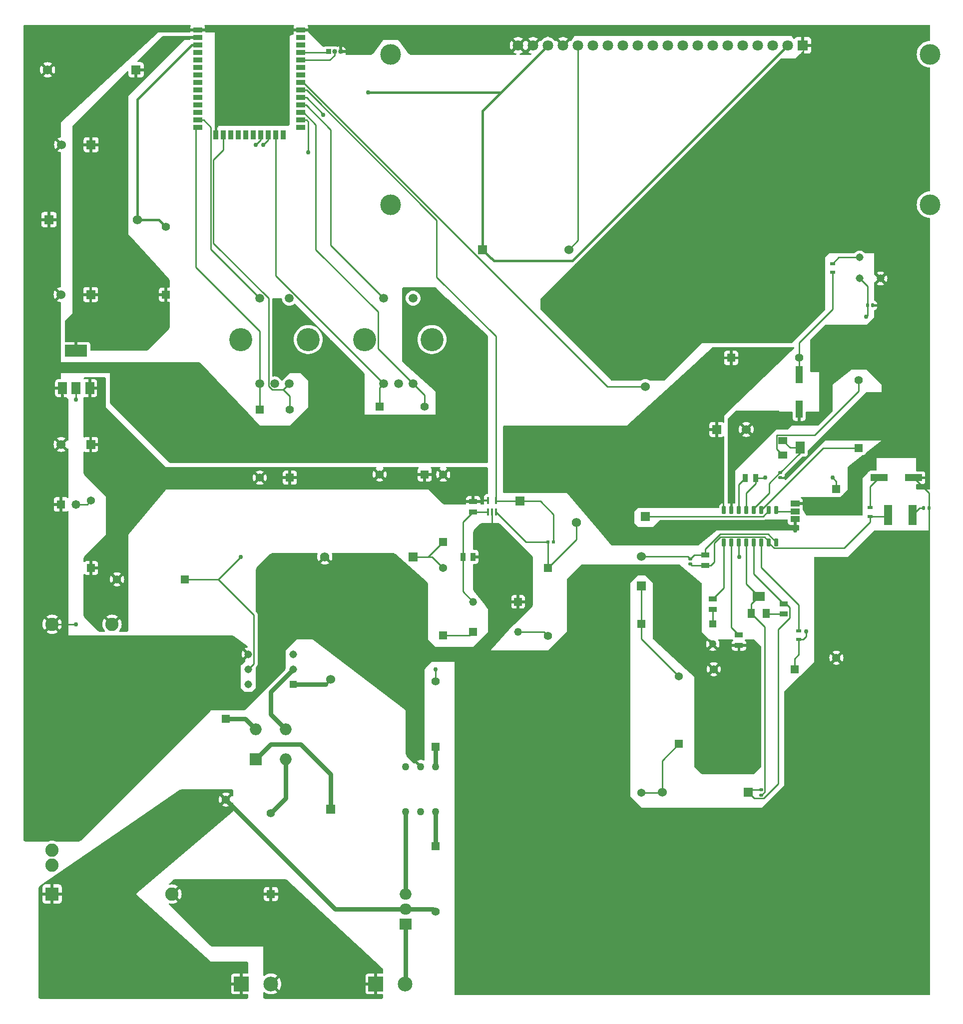
<source format=gbr>
%TF.GenerationSoftware,KiCad,Pcbnew,7.0.5*%
%TF.CreationDate,2024-01-26T21:50:59+01:00*%
%TF.ProjectId,Project,50726f6a-6563-4742-9e6b-696361645f70,rev?*%
%TF.SameCoordinates,Original*%
%TF.FileFunction,Copper,L1,Top*%
%TF.FilePolarity,Positive*%
%FSLAX46Y46*%
G04 Gerber Fmt 4.6, Leading zero omitted, Abs format (unit mm)*
G04 Created by KiCad (PCBNEW 7.0.5) date 2024-01-26 21:50:59*
%MOMM*%
%LPD*%
G01*
G04 APERTURE LIST*
G04 Aperture macros list*
%AMRoundRect*
0 Rectangle with rounded corners*
0 $1 Rounding radius*
0 $2 $3 $4 $5 $6 $7 $8 $9 X,Y pos of 4 corners*
0 Add a 4 corners polygon primitive as box body*
4,1,4,$2,$3,$4,$5,$6,$7,$8,$9,$2,$3,0*
0 Add four circle primitives for the rounded corners*
1,1,$1+$1,$2,$3*
1,1,$1+$1,$4,$5*
1,1,$1+$1,$6,$7*
1,1,$1+$1,$8,$9*
0 Add four rect primitives between the rounded corners*
20,1,$1+$1,$2,$3,$4,$5,0*
20,1,$1+$1,$4,$5,$6,$7,0*
20,1,$1+$1,$6,$7,$8,$9,0*
20,1,$1+$1,$8,$9,$2,$3,0*%
G04 Aperture macros list end*
%TA.AperFunction,ComponentPad*%
%ADD10R,1.320800X1.320800*%
%TD*%
%TA.AperFunction,ComponentPad*%
%ADD11C,1.320800*%
%TD*%
%TA.AperFunction,ComponentPad*%
%ADD12R,1.574800X1.574800*%
%TD*%
%TA.AperFunction,ComponentPad*%
%ADD13C,1.574800*%
%TD*%
%TA.AperFunction,SMDPad,CuDef*%
%ADD14RoundRect,0.075600X0.194400X-0.224400X0.194400X0.224400X-0.194400X0.224400X-0.194400X-0.224400X0*%
%TD*%
%TA.AperFunction,ComponentPad*%
%ADD15R,1.800000X1.800000*%
%TD*%
%TA.AperFunction,ComponentPad*%
%ADD16C,1.800000*%
%TD*%
%TA.AperFunction,ComponentPad*%
%ADD17C,3.500000*%
%TD*%
%TA.AperFunction,ComponentPad*%
%ADD18R,1.524000X1.524000*%
%TD*%
%TA.AperFunction,ComponentPad*%
%ADD19C,1.524000*%
%TD*%
%TA.AperFunction,ComponentPad*%
%ADD20R,2.250000X2.250000*%
%TD*%
%TA.AperFunction,ComponentPad*%
%ADD21C,2.250000*%
%TD*%
%TA.AperFunction,SMDPad,CuDef*%
%ADD22R,1.161999X2.990799*%
%TD*%
%TA.AperFunction,SMDPad,CuDef*%
%ADD23RoundRect,0.075600X-0.224400X-0.194400X0.224400X-0.194400X0.224400X0.194400X-0.224400X0.194400X0*%
%TD*%
%TA.AperFunction,SMDPad,CuDef*%
%ADD24R,0.939800X0.606400*%
%TD*%
%TA.AperFunction,ComponentPad*%
%ADD25R,1.397000X1.397000*%
%TD*%
%TA.AperFunction,ComponentPad*%
%ADD26C,1.397000*%
%TD*%
%TA.AperFunction,ComponentPad*%
%ADD27R,2.500000X2.500000*%
%TD*%
%TA.AperFunction,ComponentPad*%
%ADD28C,2.500000*%
%TD*%
%TA.AperFunction,ComponentPad*%
%ADD29R,1.371600X1.371600*%
%TD*%
%TA.AperFunction,ComponentPad*%
%ADD30C,1.371600*%
%TD*%
%TA.AperFunction,ComponentPad*%
%ADD31C,1.308000*%
%TD*%
%TA.AperFunction,SMDPad,CuDef*%
%ADD32R,1.397000X0.809600*%
%TD*%
%TA.AperFunction,SMDPad,CuDef*%
%ADD33RoundRect,0.040000X0.160000X-0.555000X0.160000X0.555000X-0.160000X0.555000X-0.160000X-0.555000X0*%
%TD*%
%TA.AperFunction,SMDPad,CuDef*%
%ADD34R,0.555600X0.558800*%
%TD*%
%TA.AperFunction,SMDPad,CuDef*%
%ADD35RoundRect,0.049600X-0.260400X0.605400X-0.260400X-0.605400X0.260400X-0.605400X0.260400X0.605400X0*%
%TD*%
%TA.AperFunction,ComponentPad*%
%ADD36C,1.270000*%
%TD*%
%TA.AperFunction,ComponentPad*%
%ADD37R,0.850000X0.850000*%
%TD*%
%TA.AperFunction,ComponentPad*%
%ADD38O,0.850000X0.850000*%
%TD*%
%TA.AperFunction,ComponentPad*%
%ADD39C,1.500000*%
%TD*%
%TA.AperFunction,ComponentPad*%
%ADD40C,3.915000*%
%TD*%
%TA.AperFunction,SMDPad,CuDef*%
%ADD41R,1.500000X1.000000*%
%TD*%
%TA.AperFunction,ComponentPad*%
%ADD42R,2.000000X2.000000*%
%TD*%
%TA.AperFunction,ComponentPad*%
%ADD43O,2.000000X2.000000*%
%TD*%
%TA.AperFunction,SMDPad,CuDef*%
%ADD44RoundRect,0.075600X0.224400X0.194400X-0.224400X0.194400X-0.224400X-0.194400X0.224400X-0.194400X0*%
%TD*%
%TA.AperFunction,SMDPad,CuDef*%
%ADD45R,0.809600X1.397000*%
%TD*%
%TA.AperFunction,SMDPad,CuDef*%
%ADD46R,1.300000X1.600000*%
%TD*%
%TA.AperFunction,SMDPad,CuDef*%
%ADD47R,2.000000X1.600000*%
%TD*%
%TA.AperFunction,SMDPad,CuDef*%
%ADD48R,1.600000X1.300000*%
%TD*%
%TA.AperFunction,SMDPad,CuDef*%
%ADD49R,1.600000X2.000000*%
%TD*%
%TA.AperFunction,SMDPad,CuDef*%
%ADD50R,1.500000X2.000000*%
%TD*%
%TA.AperFunction,SMDPad,CuDef*%
%ADD51R,3.800000X2.000000*%
%TD*%
%TA.AperFunction,ComponentPad*%
%ADD52R,1.473200X1.473200*%
%TD*%
%TA.AperFunction,ComponentPad*%
%ADD53C,1.473200*%
%TD*%
%TA.AperFunction,SMDPad,CuDef*%
%ADD54R,1.370000X3.400001*%
%TD*%
%TA.AperFunction,SMDPad,CuDef*%
%ADD55R,1.500000X0.900000*%
%TD*%
%TA.AperFunction,SMDPad,CuDef*%
%ADD56R,0.900000X1.500000*%
%TD*%
%TA.AperFunction,ComponentPad*%
%ADD57R,1.308000X1.308000*%
%TD*%
%TA.AperFunction,ComponentPad*%
%ADD58R,1.270000X1.270000*%
%TD*%
%TA.AperFunction,SMDPad,CuDef*%
%ADD59R,2.990799X1.161999*%
%TD*%
%TA.AperFunction,ComponentPad*%
%ADD60R,2.000000X1.905000*%
%TD*%
%TA.AperFunction,ComponentPad*%
%ADD61O,2.000000X1.905000*%
%TD*%
%TA.AperFunction,ViaPad*%
%ADD62C,0.750000*%
%TD*%
%TA.AperFunction,Conductor*%
%ADD63C,0.250000*%
%TD*%
%TA.AperFunction,Conductor*%
%ADD64C,0.400000*%
%TD*%
%TA.AperFunction,Conductor*%
%ADD65C,0.800000*%
%TD*%
%TA.AperFunction,Conductor*%
%ADD66C,0.200000*%
%TD*%
G04 APERTURE END LIST*
D10*
%TO.P,C8,1*%
%TO.N,Net-(MK1-+)*%
X92710000Y-123190000D03*
D11*
%TO.P,C8,2*%
%TO.N,Net-(U5-IN+)*%
X92710000Y-118110000D03*
%TD*%
D12*
%TO.P,C9,1*%
%TO.N,Net-(C9-Pad1)*%
X82550000Y-110490000D03*
D13*
%TO.P,C9,2*%
%TO.N,GND*%
X67549999Y-110490000D03*
%TD*%
D14*
%TO.P,C13,1*%
%TO.N,Net-(C13-Pad1)*%
X169078811Y-102235000D03*
%TO.P,C13,2*%
%TO.N,GND*%
X169938811Y-102235000D03*
%TD*%
D15*
%TO.P,DS1,1,VSS*%
%TO.N,GND*%
X148570000Y-23800000D03*
D16*
%TO.P,DS1,2,VDD*%
%TO.N,VDD33*%
X146030000Y-23800000D03*
%TO.P,DS1,3,REGVDD*%
%TO.N,unconnected-(DS1-REGVDD-Pad3)*%
X143490000Y-23800000D03*
%TO.P,DS1,4,D/C/NC/SA0*%
%TO.N,unconnected-(DS1-D{slash}C{slash}NC{slash}SA0-Pad4)*%
X140950000Y-23800000D03*
%TO.P,DS1,5,R/W/NC*%
%TO.N,unconnected-(DS1-R{slash}W{slash}NC-Pad5)*%
X138410000Y-23800000D03*
%TO.P,DS1,6,E/NC*%
%TO.N,unconnected-(DS1-E{slash}NC-Pad6)*%
X135870000Y-23800000D03*
%TO.P,DS1,7,DB0/SCLK/SCL*%
%TO.N,I2CCP*%
X133330000Y-23800000D03*
%TO.P,DS1,8,DB1/SDI/SDAIN*%
%TO.N,I2CDP*%
X130790000Y-23800000D03*
%TO.P,DS1,9,DB2/SDO/SDAOUT*%
%TO.N,unconnected-(DS1-DB2{slash}SDO{slash}SDAOUT-Pad9)*%
X128250000Y-23800000D03*
%TO.P,DS1,10,DB3/NC*%
%TO.N,unconnected-(DS1-DB3{slash}NC-Pad10)*%
X125710000Y-23800000D03*
%TO.P,DS1,11,DB4/NC*%
%TO.N,unconnected-(DS1-DB4{slash}NC-Pad11)*%
X123170000Y-23800000D03*
%TO.P,DS1,12,DB5/NC*%
%TO.N,unconnected-(DS1-DB5{slash}NC-Pad12)*%
X120630000Y-23800000D03*
%TO.P,DS1,13,DB6/NC*%
%TO.N,unconnected-(DS1-DB6{slash}NC-Pad13)*%
X118090000Y-23800000D03*
%TO.P,DS1,14,DB7/NC*%
%TO.N,unconnected-(DS1-DB7{slash}NC-Pad14)*%
X115550000Y-23800000D03*
%TO.P,DS1,15,~{CS}/NC*%
%TO.N,unconnected-(DS1-~{CS}{slash}NC-Pad15)*%
X113010000Y-23800000D03*
%TO.P,DS1,16,~{RES}*%
%TO.N,Net-(DS1-~{RES})*%
X110470000Y-23800000D03*
%TO.P,DS1,17,BS0*%
%TO.N,GND*%
X107930000Y-23800000D03*
%TO.P,DS1,18,BS1*%
%TO.N,VDD33*%
X105390000Y-23800000D03*
%TO.P,DS1,19,BS2*%
%TO.N,GND*%
X102850000Y-23800000D03*
%TO.P,DS1,20,VSS*%
X100310000Y-23800000D03*
D17*
%TO.P,DS1,SH1*%
%TO.N,N/C*%
X78740000Y-25300000D03*
%TO.P,DS1,SH2*%
X170140000Y-25300000D03*
%TO.P,DS1,SH3*%
X170140000Y-50800000D03*
%TO.P,DS1,SH4*%
X78740000Y-50800000D03*
%TD*%
D18*
%TO.P,R7,1*%
%TO.N,Net-(D2-+)*%
X68580000Y-153240740D03*
D19*
%TO.P,R7,2*%
%TO.N,Net-(R7-Pad2)*%
X68580000Y-131239260D03*
%TD*%
D20*
%TO.P,PS1,1,AC(L)*%
%TO.N,AC230P*%
X21330000Y-167640000D03*
D21*
%TO.P,PS1,2,AC(N)*%
%TO.N,AC230N*%
X41650000Y-167640000D03*
%TO.P,PS1,3,+VO*%
%TO.N,VDD5*%
X31490000Y-121920000D03*
%TO.P,PS1,4,-VO*%
%TO.N,GND*%
X21330000Y-121920000D03*
%TO.P,PS1,5,BC+*%
%TO.N,unconnected-(PS1-BC+-Pad5)*%
X21330000Y-162770000D03*
%TO.P,PS1,6,BC-*%
%TO.N,unconnected-(PS1-BC--Pad6)*%
X21330000Y-160230000D03*
%TD*%
D22*
%TO.P,C11,1*%
%TO.N,Net-(C11-Pad1)*%
X147955000Y-79646501D03*
%TO.P,C11,2*%
%TO.N,GND*%
X147955000Y-85453499D03*
%TD*%
D23*
%TO.P,C12,1*%
%TO.N,Net-(U7-RC1)*%
X144743811Y-96232389D03*
%TO.P,C12,2*%
%TO.N,GND*%
X144743811Y-97092389D03*
%TD*%
D24*
%TO.P,R20,1*%
%TO.N,Net-(C11-Pad1)*%
X153633811Y-62280089D03*
%TO.P,R20,2*%
%TO.N,Net-(U6-D)*%
X153633811Y-60784689D03*
%TD*%
D23*
%TO.P,C16,1*%
%TO.N,Net-(U7-1OUT)*%
X129503811Y-110837389D03*
%TO.P,C16,2*%
%TO.N,Net-(U7-1IN-)*%
X129503811Y-111697389D03*
%TD*%
D25*
%TO.P,R21,1*%
%TO.N,VDD5*%
X136443091Y-76772389D03*
D26*
%TO.P,R21,2*%
%TO.N,Net-(C11-Pad1)*%
X147964531Y-76772389D03*
%TD*%
D27*
%TO.P,J1,1,Pin_1*%
%TO.N,AC230P*%
X53420000Y-182880000D03*
D28*
%TO.P,J1,2,Pin_2*%
%TO.N,AC230N*%
X58420000Y-182880000D03*
%TD*%
D29*
%TO.P,R13,1*%
%TO.N,Net-(MK1-+)*%
X87630000Y-123812300D03*
D30*
%TO.P,R13,2*%
%TO.N,Net-(C9-Pad1)*%
X87630000Y-112407700D03*
%TD*%
D31*
%TO.P,U6,1,D*%
%TO.N,Net-(U6-D)*%
X158205811Y-59754389D03*
%TO.P,U6,2,S*%
%TO.N,Net-(U6-S)*%
X158205811Y-63310389D03*
%TO.P,U6,3,G*%
%TO.N,GND*%
X161761811Y-63310389D03*
%TD*%
D32*
%TO.P,R29,1*%
%TO.N,GND*%
X137758811Y-125490300D03*
%TO.P,R29,2*%
%TO.N,Net-(U7-IB)*%
X137758811Y-123740900D03*
%TD*%
%TO.P,R34,1*%
%TO.N,Net-(R34-Pad1)*%
X145378811Y-120192089D03*
%TO.P,R34,2*%
%TO.N,Net-(U7-2IN-)*%
X145378811Y-118442689D03*
%TD*%
D10*
%TO.P,C7,1*%
%TO.N,GND*%
X100330000Y-118110000D03*
D11*
%TO.P,C7,2*%
%TO.N,Net-(C7-Pad2)*%
X100330000Y-123190000D03*
%TD*%
D29*
%TO.P,R32,1*%
%TO.N,Net-(C18-Pad2)*%
X127598811Y-142164689D03*
D30*
%TO.P,R32,2*%
%TO.N,Net-(C17-Pad1)*%
X127598811Y-130760089D03*
%TD*%
D25*
%TO.P,R28,1*%
%TO.N,Net-(U7-RR1)*%
X158078811Y-92058109D03*
D26*
%TO.P,R28,2*%
%TO.N,Net-(R28-Pad2)*%
X158078811Y-80536669D03*
%TD*%
D33*
%TO.P,U5,1,IN+*%
%TO.N,Net-(U5-IN+)*%
X95250000Y-102870000D03*
%TO.P,U5,2,GND*%
%TO.N,GND*%
X95900000Y-102870000D03*
%TO.P,U5,3,IN-*%
%TO.N,Net-(U5-IN-)*%
X96550000Y-102870000D03*
%TO.P,U5,4,OUT*%
%TO.N,MIC*%
X96550000Y-100950000D03*
%TO.P,U5,5,VCC*%
%TO.N,VDD5*%
X95250000Y-100950000D03*
%TD*%
D18*
%TO.P,C1,1*%
%TO.N,VDD5*%
X27863800Y-91440000D03*
D19*
%TO.P,C1,2*%
%TO.N,GND*%
X22860000Y-91440000D03*
%TD*%
D18*
%TO.P,R33,1*%
%TO.N,Net-(U7-2IN-)*%
X139343812Y-150432389D03*
D19*
%TO.P,R33,2*%
%TO.N,Net-(C18-Pad2)*%
X124743810Y-150432389D03*
%TD*%
D18*
%TO.P,C17,1*%
%TO.N,Net-(C17-Pad1)*%
X121248811Y-115431189D03*
D19*
%TO.P,C17,2*%
%TO.N,Net-(U7-1OUT)*%
X121248811Y-110427389D03*
%TD*%
D29*
%TO.P,C18,1*%
%TO.N,Net-(C17-Pad1)*%
X121248811Y-121882789D03*
D30*
%TO.P,C18,2*%
%TO.N,Net-(C18-Pad2)*%
X121248811Y-150483189D03*
%TD*%
D14*
%TO.P,C10,1*%
%TO.N,Net-(U6-S)*%
X159553811Y-67882389D03*
%TO.P,C10,2*%
%TO.N,GND*%
X160413811Y-67882389D03*
%TD*%
D12*
%TO.P,C3,1*%
%TO.N,GND*%
X20795600Y-53340000D03*
D13*
%TO.P,C3,2*%
%TO.N,Net-(U2-EN)*%
X35795601Y-53340000D03*
%TD*%
D12*
%TO.P,C6,1*%
%TO.N,MIC*%
X100647500Y-101066600D03*
D13*
%TO.P,C6,2*%
%TO.N,Net-(U5-IN-)*%
X110172500Y-104673400D03*
%TD*%
D34*
%TO.P,R14,1*%
%TO.N,Net-(U5-IN-)*%
X105410000Y-107950000D03*
%TO.P,R14,2*%
%TO.N,MIC*%
X106346600Y-107950000D03*
%TD*%
D35*
%TO.P,U7,1,A*%
%TO.N,Net-(JP1-C)*%
X144108811Y-102597389D03*
%TO.P,U7,2,VO*%
%TO.N,Net-(U7-VO)*%
X142838811Y-102597389D03*
%TO.P,U7,3,RR1*%
%TO.N,Net-(U7-RR1)*%
X141568811Y-102597389D03*
%TO.P,U7,4,RC1*%
%TO.N,Net-(U7-RC1)*%
X140298811Y-102597389D03*
%TO.P,U7,5,RC2*%
%TO.N,Net-(U7-RC2)*%
X139028811Y-102597389D03*
%TO.P,U7,6,RR2*%
%TO.N,Net-(U7-RR2)*%
X137758811Y-102597389D03*
%TO.P,U7,7,VSS*%
%TO.N,GND*%
X136488811Y-102597389D03*
%TO.P,U7,8,VRF/~{RESET}*%
%TO.N,VDD5*%
X135218811Y-102597389D03*
%TO.P,U7,9,VC*%
%TO.N,Net-(U7-VC)*%
X135218811Y-108097389D03*
%TO.P,U7,10,IB*%
%TO.N,Net-(U7-IB)*%
X136488811Y-108097389D03*
%TO.P,U7,11,VDD*%
%TO.N,VDD5*%
X137758811Y-108097389D03*
%TO.P,U7,12,2OUT*%
%TO.N,Net-(U7-2OUT)*%
X139028811Y-108097389D03*
%TO.P,U7,13,2IN-*%
%TO.N,Net-(U7-2IN-)*%
X140298811Y-108097389D03*
%TO.P,U7,14,1IN+*%
%TO.N,Net-(U7-1IN+)*%
X141568811Y-108097389D03*
%TO.P,U7,15,1IN-*%
%TO.N,Net-(U7-1IN-)*%
X142838811Y-108097389D03*
%TO.P,U7,16,1OUT*%
%TO.N,Net-(U7-1OUT)*%
X144108811Y-108097389D03*
%TD*%
D36*
%TO.P,U3,1*%
%TO.N,Net-(R8-Pad1)*%
X86360000Y-146050000D03*
%TO.P,U3,2*%
%TO.N,GND*%
X83820000Y-146050000D03*
%TO.P,U3,3,NC*%
%TO.N,unconnected-(U3-NC-Pad3)*%
X81280000Y-146050000D03*
%TO.P,U3,4*%
%TO.N,Net-(Q1-G)*%
X81280000Y-153670000D03*
%TO.P,U3,5,NC*%
%TO.N,unconnected-(U3-NC-Pad5)*%
X83820000Y-153670000D03*
%TO.P,U3,6*%
%TO.N,Net-(R6-Pad1)*%
X86360000Y-153670000D03*
%TD*%
D37*
%TO.P,J3,1,Pin_1*%
%TO.N,UART_TX*%
X68215000Y-24870000D03*
D38*
%TO.P,J3,2,Pin_2*%
%TO.N,UART_RX*%
X69215000Y-24870000D03*
%TO.P,J3,3,Pin_3*%
%TO.N,GND*%
X70215000Y-24870000D03*
%TD*%
D39*
%TO.P,SW2,A1*%
%TO.N,ENC2_2*%
X77520431Y-81160000D03*
%TO.P,SW2,B1*%
%TO.N,ENC2_1*%
X82520431Y-81160000D03*
%TO.P,SW2,C1*%
%TO.N,N/C*%
X80020431Y-81160000D03*
D40*
%TO.P,SW2,MH1*%
X74320431Y-73660000D03*
%TO.P,SW2,MH2*%
X85720431Y-73660000D03*
D39*
%TO.P,SW2,S1,S1*%
%TO.N,SW2*%
X77520431Y-66660000D03*
%TO.P,SW2,W1*%
%TO.N,N/C*%
X82520431Y-66660000D03*
%TD*%
D41*
%TO.P,JP1,1,A*%
%TO.N,GND*%
X147283811Y-101477389D03*
%TO.P,JP1,2,C*%
%TO.N,Net-(JP1-C)*%
X147283811Y-102777389D03*
%TO.P,JP1,3,B*%
%TO.N,VDD5*%
X147283811Y-104077389D03*
%TD*%
D18*
%TO.P,C2,1*%
%TO.N,VDD33*%
X27863800Y-66040000D03*
D19*
%TO.P,C2,2*%
%TO.N,GND*%
X22860000Y-66040000D03*
%TD*%
D25*
%TO.P,R11,1*%
%TO.N,ENC2_2*%
X76860431Y-84998560D03*
D26*
%TO.P,R11,2*%
%TO.N,VDD5*%
X76860431Y-96520000D03*
%TD*%
D32*
%TO.P,R17,1*%
%TO.N,VDD5*%
X92710000Y-101120600D03*
%TO.P,R17,2*%
%TO.N,Net-(U5-IN+)*%
X92710000Y-102870000D03*
%TD*%
D12*
%TO.P,C5,1*%
%TO.N,VDD33*%
X35560000Y-27940000D03*
D13*
%TO.P,C5,2*%
%TO.N,GND*%
X20559999Y-27940000D03*
%TD*%
D42*
%TO.P,D2,1,+*%
%TO.N,Net-(D2-+)*%
X55880000Y-144780000D03*
D43*
%TO.P,D2,2*%
%TO.N,Net-(D2-Pad2)*%
X60960000Y-144780000D03*
%TO.P,D2,3,-*%
%TO.N,Net-(D2--)*%
X60960000Y-139700000D03*
%TO.P,D2,4*%
%TO.N,Net-(D2-Pad4)*%
X55880000Y-139700000D03*
%TD*%
D25*
%TO.P,R8,1*%
%TO.N,Net-(R8-Pad1)*%
X86360000Y-142711170D03*
D26*
%TO.P,R8,2*%
%TO.N,TRIAC_1*%
X86360000Y-131608830D03*
%TD*%
D44*
%TO.P,C19,1*%
%TO.N,Net-(U7-2OUT)*%
X141568811Y-150862389D03*
%TO.P,C19,2*%
%TO.N,Net-(U7-2IN-)*%
X141568811Y-150002389D03*
%TD*%
D27*
%TO.P,J2,1,Pin_1*%
%TO.N,AC230N*%
X76200000Y-182880000D03*
D28*
%TO.P,J2,2,Pin_2*%
%TO.N,LOAD1_P*%
X81200000Y-182880000D03*
%TD*%
D25*
%TO.P,R3,1*%
%TO.N,Net-(D2-Pad4)*%
X50800000Y-137919460D03*
D26*
%TO.P,R3,2*%
%TO.N,AC230P*%
X50800000Y-151640540D03*
%TD*%
D29*
%TO.P,C20,1*%
%TO.N,Net-(U7-RC2)*%
X154268811Y-98997389D03*
D30*
%TO.P,C20,2*%
%TO.N,GND*%
X154268811Y-127597789D03*
%TD*%
D25*
%TO.P,R10,1*%
%TO.N,VDD5*%
X61620431Y-97080720D03*
D26*
%TO.P,R10,2*%
%TO.N,ENC1_1*%
X61620431Y-85559280D03*
%TD*%
D32*
%TO.P,R25,1*%
%TO.N,Net-(U7-VC)*%
X133313811Y-117630600D03*
%TO.P,R25,2*%
%TO.N,Net-(R25-Pad2)*%
X133313811Y-119380000D03*
%TD*%
D45*
%TO.P,R19,1*%
%TO.N,Net-(U5-IN+)*%
X90960600Y-110490000D03*
%TO.P,R19,2*%
%TO.N,GND*%
X92710000Y-110490000D03*
%TD*%
D46*
%TO.P,RV1,1,1*%
%TO.N,Net-(U7-2OUT)*%
X139863811Y-120112389D03*
D47*
%TO.P,RV1,2,2*%
X141113811Y-117212389D03*
D46*
%TO.P,RV1,3,3*%
%TO.N,Net-(R34-Pad1)*%
X142363811Y-120112389D03*
%TD*%
D25*
%TO.P,R2,1*%
%TO.N,VDD33*%
X40640000Y-66040000D03*
D26*
%TO.P,R2,2*%
%TO.N,Net-(U2-EN)*%
X40640000Y-54518560D03*
%TD*%
D24*
%TO.P,R24,1*%
%TO.N,Net-(U6-S)*%
X147918811Y-124510089D03*
%TO.P,R24,2*%
%TO.N,Net-(U7-1IN+)*%
X147918811Y-123014689D03*
%TD*%
D18*
%TO.P,R18,1*%
%TO.N,VDD33*%
X94299999Y-58420000D03*
D19*
%TO.P,R18,2*%
%TO.N,Net-(DS1-~{RES})*%
X108900001Y-58420000D03*
%TD*%
D48*
%TO.P,RV2,1,1*%
%TO.N,Net-(U7-RC1)*%
X145198811Y-90762389D03*
D49*
%TO.P,RV2,2,2*%
X148098811Y-92012389D03*
D48*
%TO.P,RV2,3,3*%
%TO.N,Net-(R28-Pad2)*%
X145198811Y-93262389D03*
%TD*%
D25*
%TO.P,R23,1*%
%TO.N,Net-(U6-S)*%
X147195540Y-129540000D03*
D26*
%TO.P,R23,2*%
%TO.N,GND*%
X133474460Y-129540000D03*
%TD*%
D32*
%TO.P,R31,1*%
%TO.N,Net-(U7-1IN-)*%
X132043811Y-111937089D03*
%TO.P,R31,2*%
%TO.N,Net-(U7-1OUT)*%
X132043811Y-110187689D03*
%TD*%
D39*
%TO.P,SW1,A1*%
%TO.N,ENC1_2*%
X56540431Y-81160000D03*
%TO.P,SW1,B1*%
%TO.N,ENC1_1*%
X61540431Y-81160000D03*
%TO.P,SW1,C1*%
%TO.N,N/C*%
X59040431Y-81160000D03*
D40*
%TO.P,SW1,MH1*%
X53340431Y-73660000D03*
%TO.P,SW1,MH2*%
X64740431Y-73660000D03*
D39*
%TO.P,SW1,S1,S1*%
%TO.N,SW1*%
X56540431Y-66660000D03*
%TO.P,SW1,W1*%
%TO.N,N/C*%
X61540431Y-66660000D03*
%TD*%
D29*
%TO.P,R1,1*%
%TO.N,VDD5*%
X27940000Y-112382300D03*
D30*
%TO.P,R1,2*%
%TO.N,Net-(D1-A)*%
X27940000Y-100977700D03*
%TD*%
D50*
%TO.P,U1,1,GND*%
%TO.N,GND*%
X23100000Y-81890000D03*
%TO.P,U1,2,VO*%
%TO.N,VDD33*%
X25400000Y-81890000D03*
D51*
X25400000Y-75590000D03*
D50*
%TO.P,U1,3,VI*%
%TO.N,VDD5*%
X27700000Y-81890000D03*
%TD*%
D52*
%TO.P,D1,1,K*%
%TO.N,GND*%
X22860000Y-101600000D03*
D53*
%TO.P,D1,2,A*%
%TO.N,Net-(D1-A)*%
X25400000Y-101600000D03*
%TD*%
D24*
%TO.P,R30,1*%
%TO.N,Net-(U7-1IN-)*%
X160020000Y-103617700D03*
%TO.P,R30,2*%
%TO.N,Net-(C15-Pad1)*%
X160020000Y-102122300D03*
%TD*%
D25*
%TO.P,R5,1*%
%TO.N,ZC*%
X43860720Y-114300000D03*
D26*
%TO.P,R5,2*%
%TO.N,VDD5*%
X32339280Y-114300000D03*
%TD*%
D18*
%TO.P,R22,1*%
%TO.N,Net-(U7-VO)*%
X121883811Y-103648129D03*
D19*
%TO.P,R22,2*%
%TO.N,PIR_SENS*%
X121883811Y-81646649D03*
%TD*%
D18*
%TO.P,C21,1*%
%TO.N,VDD5*%
X133985000Y-88900000D03*
D19*
%TO.P,C21,2*%
%TO.N,GND*%
X138988800Y-88900000D03*
%TD*%
D54*
%TO.P,C14,1*%
%TO.N,Net-(U7-1IN-)*%
X163035000Y-103442389D03*
%TO.P,C14,2*%
%TO.N,Net-(C13-Pad1)*%
X167165000Y-103442389D03*
%TD*%
D55*
%TO.P,U2,1,GND*%
%TO.N,GND*%
X46000000Y-21230000D03*
%TO.P,U2,2,VDD*%
%TO.N,VDD33*%
X46000000Y-22500000D03*
%TO.P,U2,3,EN*%
%TO.N,Net-(U2-EN)*%
X46000000Y-23770000D03*
%TO.P,U2,4,SENSOR_VP*%
%TO.N,unconnected-(U2-SENSOR_VP-Pad4)*%
X46000000Y-25040000D03*
%TO.P,U2,5,SENSOR_VN*%
%TO.N,unconnected-(U2-SENSOR_VN-Pad5)*%
X46000000Y-26310000D03*
%TO.P,U2,6,IO34*%
%TO.N,unconnected-(U2-IO34-Pad6)*%
X46000000Y-27580000D03*
%TO.P,U2,7,IO35*%
%TO.N,unconnected-(U2-IO35-Pad7)*%
X46000000Y-28850000D03*
%TO.P,U2,8,IO32*%
%TO.N,unconnected-(U2-IO32-Pad8)*%
X46000000Y-30120000D03*
%TO.P,U2,9,IO33*%
%TO.N,unconnected-(U2-IO33-Pad9)*%
X46000000Y-31390000D03*
%TO.P,U2,10,IO25*%
%TO.N,unconnected-(U2-IO25-Pad10)*%
X46000000Y-32660000D03*
%TO.P,U2,11,IO26*%
%TO.N,unconnected-(U2-IO26-Pad11)*%
X46000000Y-33930000D03*
%TO.P,U2,12,IO27*%
%TO.N,unconnected-(U2-IO27-Pad12)*%
X46000000Y-35200000D03*
%TO.P,U2,13,IO14*%
%TO.N,SW1*%
X46000000Y-36470000D03*
%TO.P,U2,14,IO12*%
%TO.N,ENC1_2*%
X46000000Y-37740000D03*
D56*
%TO.P,U2,15,GND*%
%TO.N,GND*%
X49040000Y-38990000D03*
%TO.P,U2,16,IO13*%
%TO.N,ENC1_1*%
X50310000Y-38990000D03*
%TO.P,U2,17,SHD/SD2*%
%TO.N,unconnected-(U2-SHD{slash}SD2-Pad17)*%
X51580000Y-38990000D03*
%TO.P,U2,18,SWP/SD3*%
%TO.N,unconnected-(U2-SWP{slash}SD3-Pad18)*%
X52850000Y-38990000D03*
%TO.P,U2,19,SCS/CMD*%
%TO.N,unconnected-(U2-SCS{slash}CMD-Pad19)*%
X54120000Y-38990000D03*
%TO.P,U2,20,SCK/CLK*%
%TO.N,unconnected-(U2-SCK{slash}CLK-Pad20)*%
X55390000Y-38990000D03*
%TO.P,U2,21,SDO/SD0*%
%TO.N,I2CDP*%
X56660000Y-38990000D03*
%TO.P,U2,22,SDI/SD1*%
%TO.N,I2CCP*%
X57930000Y-38990000D03*
%TO.P,U2,23,IO15*%
%TO.N,ENC2_2*%
X59200000Y-38990000D03*
%TO.P,U2,24,IO2*%
%TO.N,unconnected-(U2-IO2-Pad24)*%
X60470000Y-38990000D03*
D55*
%TO.P,U2,25,IO0*%
%TO.N,unconnected-(U2-IO0-Pad25)*%
X63500000Y-37740000D03*
%TO.P,U2,26,IO4*%
%TO.N,TRIAC_1*%
X63500000Y-36470000D03*
%TO.P,U2,27,IO16*%
%TO.N,ENC2_1*%
X63500000Y-35200000D03*
%TO.P,U2,28,IO17*%
%TO.N,SW2*%
X63500000Y-33930000D03*
%TO.P,U2,29,IO5*%
%TO.N,ZC*%
X63500000Y-32660000D03*
%TO.P,U2,30,IO18*%
%TO.N,MIC*%
X63500000Y-31390000D03*
%TO.P,U2,31,IO19*%
%TO.N,PIR_SENS*%
X63500000Y-30120000D03*
%TO.P,U2,32,NC*%
%TO.N,unconnected-(U2-NC-Pad32)*%
X63500000Y-28850000D03*
%TO.P,U2,33,IO21*%
%TO.N,unconnected-(U2-IO21-Pad33)*%
X63500000Y-27580000D03*
%TO.P,U2,34,RXD0/IO3*%
%TO.N,UART_RX*%
X63500000Y-26310000D03*
%TO.P,U2,35,TXD0/IO1*%
%TO.N,UART_TX*%
X63500000Y-25040000D03*
%TO.P,U2,36,IO22*%
%TO.N,unconnected-(U2-IO22-Pad36)*%
X63500000Y-23770000D03*
%TO.P,U2,37,IO23*%
%TO.N,unconnected-(U2-IO23-Pad37)*%
X63500000Y-22500000D03*
%TO.P,U2,38,GND*%
%TO.N,GND*%
X63500000Y-21230000D03*
%TD*%
D29*
%TO.P,R16,1*%
%TO.N,Net-(C9-Pad1)*%
X87630000Y-107950000D03*
D30*
%TO.P,R16,2*%
%TO.N,VDD5*%
X87630000Y-96545400D03*
%TD*%
D25*
%TO.P,R12,1*%
%TO.N,VDD5*%
X84480431Y-96520000D03*
D26*
%TO.P,R12,2*%
%TO.N,ENC2_1*%
X84480431Y-84998560D03*
%TD*%
D57*
%TO.P,U4,1*%
%TO.N,Net-(R7-Pad2)*%
X62230000Y-132080000D03*
D31*
%TO.P,U4,2*%
%TO.N,Net-(D2--)*%
X62230000Y-129540000D03*
%TO.P,U4,3*%
%TO.N,N/C*%
X62230000Y-127000000D03*
%TO.P,U4,4*%
%TO.N,GND*%
X54610000Y-127000000D03*
%TO.P,U4,5*%
%TO.N,ZC*%
X54610000Y-129540000D03*
%TO.P,U4,6*%
%TO.N,unconnected-(U4-Pad6)*%
X54610000Y-132080000D03*
%TD*%
D25*
%TO.P,R4,1*%
%TO.N,AC230N*%
X58420000Y-167640000D03*
D26*
%TO.P,R4,2*%
%TO.N,Net-(D2-Pad2)*%
X58420000Y-153918920D03*
%TD*%
D25*
%TO.P,R15,1*%
%TO.N,Net-(U5-IN-)*%
X105410000Y-112349280D03*
D26*
%TO.P,R15,2*%
%TO.N,Net-(C7-Pad2)*%
X105410000Y-123870720D03*
%TD*%
D58*
%TO.P,R26,1*%
%TO.N,Net-(R25-Pad2)*%
X133313811Y-121883500D03*
D36*
%TO.P,R26,2*%
%TO.N,GND*%
X133313811Y-125287100D03*
%TD*%
D45*
%TO.P,R27,1*%
%TO.N,Net-(U7-RR2)*%
X138825300Y-97155000D03*
%TO.P,R27,2*%
%TO.N,Net-(U7-RC2)*%
X140574700Y-97155000D03*
%TD*%
D59*
%TO.P,C15,1*%
%TO.N,Net-(C15-Pad1)*%
X161525312Y-97092389D03*
%TO.P,C15,2*%
%TO.N,GND*%
X167332310Y-97092389D03*
%TD*%
D25*
%TO.P,R9,1*%
%TO.N,ENC1_2*%
X56540431Y-85559280D03*
D26*
%TO.P,R9,2*%
%TO.N,VDD5*%
X56540431Y-97080720D03*
%TD*%
D25*
%TO.P,R6,1*%
%TO.N,Net-(R6-Pad1)*%
X86360000Y-159548830D03*
D26*
%TO.P,R6,2*%
%TO.N,AC230P*%
X86360000Y-170651170D03*
%TD*%
D60*
%TO.P,Q1,1,A1*%
%TO.N,LOAD1_P*%
X81280000Y-172720000D03*
D61*
%TO.P,Q1,2,A2*%
%TO.N,AC230P*%
X81280000Y-170180000D03*
%TO.P,Q1,3,G*%
%TO.N,Net-(Q1-G)*%
X81280000Y-167640000D03*
%TD*%
D18*
%TO.P,C4,1*%
%TO.N,VDD33*%
X27940000Y-40640000D03*
D19*
%TO.P,C4,2*%
%TO.N,GND*%
X22936200Y-40640000D03*
%TD*%
D62*
%TO.N,GND*%
X25400000Y-121920000D03*
%TO.N,VDD33*%
X74930000Y-31750000D03*
X25400000Y-83820000D03*
X38100000Y-73660000D03*
%TO.N,VDD5*%
X99695000Y-96520000D03*
X137795000Y-110490000D03*
X147320000Y-106045000D03*
X99695000Y-96520000D03*
X93345000Y-96520000D03*
X93345000Y-96520000D03*
%TO.N,ZC*%
X67310000Y-35560000D03*
X53340000Y-110490000D03*
%TO.N,TRIAC_1*%
X64770000Y-41910000D03*
X86360000Y-129540000D03*
%TO.N,I2CCP*%
X57150000Y-40640000D03*
%TO.N,I2CDP*%
X55880000Y-40640000D03*
%TO.N,Net-(U6-S)*%
X159348811Y-69787389D03*
X149188811Y-123127389D03*
%TO.N,Net-(U7-RC2)*%
X142203811Y-97092389D03*
X153633811Y-97092389D03*
%TD*%
D63*
%TO.N,GND*%
X21330000Y-121920000D02*
X25400000Y-121920000D01*
X169938811Y-99698890D02*
X167332310Y-97092389D01*
X22860000Y-101600000D02*
X22860000Y-102610000D01*
X169938811Y-102235000D02*
X169938811Y-106286189D01*
X167332310Y-97092389D02*
X167577389Y-97092389D01*
X95900000Y-105395000D02*
X95885000Y-105410000D01*
X169938811Y-102235000D02*
X169938811Y-99698890D01*
X46480000Y-21230000D02*
X46000000Y-21230000D01*
X95900000Y-102870000D02*
X95900000Y-105395000D01*
X137555611Y-125287100D02*
X137758811Y-125490300D01*
X169938811Y-106286189D02*
X169545000Y-106680000D01*
D64*
%TO.N,Net-(U2-EN)*%
X45000000Y-23770000D02*
X46000000Y-23770000D01*
X35795601Y-32974399D02*
X45000000Y-23770000D01*
X35795601Y-53340000D02*
X35795601Y-32974399D01*
X40640000Y-54518560D02*
X39461440Y-53340000D01*
X39461440Y-53340000D02*
X35795601Y-53340000D01*
%TO.N,VDD33*%
X97440000Y-31750000D02*
X74930000Y-31750000D01*
X94299999Y-34890001D02*
X94299999Y-58420000D01*
X109505000Y-60325000D02*
X96204999Y-60325000D01*
D63*
X25400000Y-81890000D02*
X25400000Y-83820000D01*
D64*
X95336999Y-59457000D02*
X94299999Y-58420000D01*
X105390000Y-23800000D02*
X97440000Y-31750000D01*
X146030000Y-23800000D02*
X109505000Y-60325000D01*
X105390000Y-23800000D02*
X94299999Y-34890001D01*
X96204999Y-60325000D02*
X95336999Y-59457000D01*
D63*
%TO.N,Net-(D1-A)*%
X27317700Y-101600000D02*
X27940000Y-100977700D01*
X25400000Y-101600000D02*
X27317700Y-101600000D01*
D65*
%TO.N,Net-(D2-+)*%
X63500000Y-142240000D02*
X68580000Y-147320000D01*
X55880000Y-144780000D02*
X58420000Y-142240000D01*
X58420000Y-142240000D02*
X63500000Y-142240000D01*
X68580000Y-147320000D02*
X68580000Y-153240740D01*
%TO.N,Net-(D2-Pad2)*%
X58420000Y-153918920D02*
X60960000Y-151378920D01*
X60960000Y-151378920D02*
X60960000Y-144780000D01*
%TO.N,Net-(D2--)*%
X58420000Y-133350000D02*
X62230000Y-129540000D01*
X58420000Y-137160000D02*
X58420000Y-133350000D01*
X60960000Y-139700000D02*
X58420000Y-137160000D01*
%TO.N,Net-(D2-Pad4)*%
X50800000Y-137919460D02*
X54099460Y-137919460D01*
X54099460Y-137919460D02*
X55880000Y-139700000D01*
%TO.N,AC230P*%
X69339460Y-170180000D02*
X50800000Y-151640540D01*
X81280000Y-170180000D02*
X85888830Y-170180000D01*
X81280000Y-170180000D02*
X69339460Y-170180000D01*
D66*
X85888830Y-170180000D02*
X86360000Y-170651170D01*
D65*
%TO.N,LOAD1_P*%
X81280000Y-172720000D02*
X81280000Y-182800000D01*
D63*
X81280000Y-182800000D02*
X81200000Y-182880000D01*
%TO.N,VDD5*%
X92205200Y-101120600D02*
X92710000Y-101120600D01*
X27863800Y-82053800D02*
X27700000Y-81890000D01*
X137758811Y-108097389D02*
X137758811Y-110453811D01*
X137758811Y-110453811D02*
X137795000Y-110490000D01*
X76299711Y-97080720D02*
X76860431Y-96520000D01*
%TO.N,ZC*%
X54610000Y-129540000D02*
X55539000Y-128611000D01*
X63500000Y-32660000D02*
X64500000Y-32660000D01*
X55539000Y-120309000D02*
X49530000Y-114300000D01*
X67310000Y-35470000D02*
X67310000Y-35560000D01*
X49530000Y-114300000D02*
X53340000Y-110490000D01*
X64500000Y-32660000D02*
X67310000Y-35470000D01*
X55539000Y-128611000D02*
X55539000Y-120309000D01*
X43860720Y-114300000D02*
X49530000Y-114300000D01*
%TO.N,TRIAC_1*%
X64500000Y-36470000D02*
X64770000Y-36740000D01*
X63500000Y-36470000D02*
X64500000Y-36470000D01*
X64770000Y-36740000D02*
X64770000Y-41910000D01*
X86360000Y-131608830D02*
X86360000Y-129540000D01*
D65*
%TO.N,Net-(Q1-G)*%
X81280000Y-167640000D02*
X81280000Y-153670000D01*
%TO.N,Net-(R6-Pad1)*%
X86360000Y-159548830D02*
X86360000Y-153670000D01*
D64*
%TO.N,Net-(R7-Pad2)*%
X67739260Y-132080000D02*
X68580000Y-131239260D01*
D65*
X62230000Y-132080000D02*
X67739260Y-132080000D01*
%TO.N,Net-(R8-Pad1)*%
X86360000Y-146050000D02*
X86360000Y-142711170D01*
D63*
%TO.N,SW1*%
X48260000Y-37730000D02*
X47000000Y-36470000D01*
X48260000Y-58379569D02*
X48260000Y-37730000D01*
X47000000Y-36470000D02*
X46000000Y-36470000D01*
X56540431Y-66660000D02*
X48260000Y-58379569D01*
%TO.N,ENC1_2*%
X56540431Y-85559280D02*
X56540431Y-81160000D01*
X45720000Y-61442543D02*
X45720000Y-38100000D01*
X56540431Y-81160000D02*
X56540431Y-72262974D01*
X56540431Y-72262974D02*
X45720000Y-61442543D01*
%TO.N,ENC1_1*%
X50310000Y-41530000D02*
X50310000Y-38990000D01*
X60515431Y-82185000D02*
X58615862Y-82185000D01*
X61620431Y-85559280D02*
X61620431Y-83290000D01*
X58615862Y-82185000D02*
X58015431Y-81584569D01*
X60515431Y-82185000D02*
X61540431Y-81160000D01*
X58015431Y-66685431D02*
X48660000Y-57330000D01*
X48660000Y-43180000D02*
X50310000Y-41530000D01*
X58015431Y-81584569D02*
X58015431Y-66685431D01*
X61620431Y-83290000D02*
X60515431Y-82185000D01*
X48660000Y-57330000D02*
X48660000Y-43180000D01*
%TO.N,Net-(C13-Pad1)*%
X168372389Y-102235000D02*
X167165000Y-103442389D01*
X169078811Y-102235000D02*
X168372389Y-102235000D01*
%TO.N,I2CCP*%
X57930000Y-39860000D02*
X57150000Y-40640000D01*
X57930000Y-38990000D02*
X57930000Y-39860000D01*
%TO.N,ENC2_2*%
X59200000Y-62839569D02*
X59200000Y-38990000D01*
X76860431Y-81820000D02*
X77520431Y-81160000D01*
X76860431Y-84998560D02*
X76860431Y-81820000D01*
X77520431Y-81160000D02*
X59200000Y-62839569D01*
%TO.N,I2CDP*%
X56660000Y-38990000D02*
X56660000Y-39860000D01*
X56660000Y-39860000D02*
X55880000Y-40640000D01*
%TO.N,Net-(DS1-~{RES})*%
X110470000Y-56850001D02*
X108900001Y-58420000D01*
X110470000Y-23800000D02*
X110470000Y-56850001D01*
%TO.N,UART_TX*%
X63500000Y-25040000D02*
X68045000Y-25040000D01*
X68045000Y-25040000D02*
X68215000Y-24870000D01*
%TO.N,UART_RX*%
X69215000Y-25471040D02*
X69215000Y-24870000D01*
X68376040Y-26310000D02*
X69215000Y-25471040D01*
X63500000Y-26310000D02*
X68376040Y-26310000D01*
%TO.N,ENC2_1*%
X76552931Y-68932931D02*
X76552931Y-75192500D01*
X76552931Y-75192500D02*
X82520431Y-81160000D01*
X66040000Y-37260000D02*
X63980000Y-35200000D01*
X66040000Y-58420000D02*
X76552931Y-68932931D01*
X63980000Y-35200000D02*
X63500000Y-35200000D01*
X84480431Y-84998560D02*
X84480431Y-83120000D01*
X66040000Y-58420000D02*
X66040000Y-37260000D01*
X84480431Y-83120000D02*
X82520431Y-81160000D01*
%TO.N,SW2*%
X68580000Y-57719569D02*
X68580000Y-38100000D01*
X64410000Y-33930000D02*
X63500000Y-33930000D01*
X64500000Y-33930000D02*
X63500000Y-33930000D01*
X68580000Y-38100000D02*
X64410000Y-33930000D01*
X77520431Y-66660000D02*
X68580000Y-57719569D01*
%TO.N,MIC*%
X104082200Y-101066600D02*
X106346600Y-103331000D01*
X96550000Y-73124315D02*
X86525685Y-63100000D01*
X106346600Y-103331000D02*
X106346600Y-107950000D01*
X100647500Y-101066600D02*
X96666600Y-101066600D01*
X96666600Y-101066600D02*
X96550000Y-100950000D01*
X100647500Y-101066600D02*
X104082200Y-101066600D01*
X64500000Y-31390000D02*
X63500000Y-31390000D01*
X86525685Y-63100000D02*
X86525685Y-53415685D01*
X96550000Y-100950000D02*
X96550000Y-73124315D01*
X86525685Y-53415685D02*
X64500000Y-31390000D01*
%TO.N,PIR_SENS*%
X63925999Y-30120000D02*
X63500000Y-30120000D01*
X121883811Y-81646649D02*
X115452648Y-81646649D01*
X115452648Y-81646649D02*
X63925999Y-30120000D01*
%TO.N,Net-(U5-IN-)*%
X105410000Y-107950000D02*
X101630000Y-107950000D01*
X101630000Y-107950000D02*
X96550000Y-102870000D01*
X105410000Y-112349280D02*
X105410000Y-107950000D01*
X110172500Y-104673400D02*
X110172500Y-107586780D01*
X110172500Y-107586780D02*
X105410000Y-112349280D01*
%TO.N,Net-(C7-Pad2)*%
X104729280Y-123190000D02*
X105410000Y-123870720D01*
X100330000Y-123190000D02*
X104729280Y-123190000D01*
%TO.N,Net-(MK1-+)*%
X92087700Y-123812300D02*
X92710000Y-123190000D01*
X87630000Y-123812300D02*
X92087700Y-123812300D01*
%TO.N,Net-(U5-IN+)*%
X90960600Y-104619400D02*
X92710000Y-102870000D01*
X92710000Y-118110000D02*
X90960600Y-116360600D01*
X92710000Y-102870000D02*
X95250000Y-102870000D01*
X90960600Y-116360600D02*
X90960600Y-110490000D01*
X90960600Y-110490000D02*
X90960600Y-104619400D01*
%TO.N,Net-(C9-Pad1)*%
X85090000Y-110490000D02*
X85712300Y-110490000D01*
X85090000Y-110490000D02*
X87630000Y-107950000D01*
X82550000Y-110490000D02*
X85090000Y-110490000D01*
X85712300Y-110490000D02*
X87630000Y-112407700D01*
%TO.N,Net-(C11-Pad1)*%
X147964531Y-76772389D02*
X147964531Y-79636970D01*
X147964531Y-79636970D02*
X147955000Y-79646501D01*
X153633811Y-68517389D02*
X153633811Y-62280089D01*
X147964531Y-74186669D02*
X153633811Y-68517389D01*
X147964531Y-76772389D02*
X147964531Y-74186669D01*
%TO.N,Net-(C15-Pad1)*%
X160020000Y-98597700D02*
X160423850Y-98193850D01*
X160020000Y-102122300D02*
X160020000Y-98597700D01*
X160423850Y-98193850D02*
X161525312Y-97092389D01*
%TO.N,Net-(C17-Pad1)*%
X121248811Y-124410089D02*
X127598811Y-130760089D01*
X121248811Y-115431189D02*
X121248811Y-121882789D01*
X121248811Y-121882789D02*
X121248811Y-124410089D01*
%TO.N,Net-(U7-1OUT)*%
X129093811Y-110427389D02*
X129503811Y-110837389D01*
X132043811Y-110187689D02*
X130153511Y-110187689D01*
X142683665Y-106617389D02*
X144108811Y-108042535D01*
X121248811Y-110427389D02*
X129093811Y-110427389D01*
X132043811Y-110187689D02*
X132043811Y-109157389D01*
X134583811Y-106617389D02*
X142683665Y-106617389D01*
X132043811Y-109157389D02*
X134583811Y-106617389D01*
X144108811Y-108042535D02*
X144108811Y-108097389D01*
X130153511Y-110187689D02*
X129503811Y-110837389D01*
%TO.N,Net-(U6-D)*%
X158205811Y-59754389D02*
X154664111Y-59754389D01*
X154664111Y-59754389D02*
X153633811Y-60784689D01*
%TO.N,Net-(U7-VO)*%
X142838811Y-102597389D02*
X142838811Y-102652243D01*
X141842925Y-103648129D02*
X121883811Y-103648129D01*
X142838811Y-102652243D02*
X141842925Y-103648129D01*
%TO.N,Net-(U6-S)*%
X147195540Y-129540000D02*
X147195540Y-127785120D01*
X147195540Y-127785120D02*
X147918811Y-127061849D01*
X159553811Y-64658389D02*
X158205811Y-63310389D01*
X159553811Y-67882389D02*
X159553811Y-69582389D01*
X159553811Y-69582389D02*
X159348811Y-69787389D01*
X147918811Y-124510089D02*
X147918811Y-127061849D01*
X147918811Y-124510089D02*
X148638711Y-124510089D01*
X159553811Y-67882389D02*
X159553811Y-64658389D01*
X148638711Y-124510089D02*
X149188811Y-123959989D01*
X149188811Y-123959989D02*
X149188811Y-123127389D01*
%TO.N,Net-(U7-1IN+)*%
X141568811Y-112332389D02*
X141568811Y-108097389D01*
X147918811Y-123014689D02*
X147918811Y-118682389D01*
X147918811Y-118682389D02*
X141568811Y-112332389D01*
%TO.N,Net-(U7-VC)*%
X135218811Y-108097389D02*
X135218811Y-115725600D01*
X133313811Y-117630600D02*
X135218811Y-115725600D01*
%TO.N,Net-(R25-Pad2)*%
X133313811Y-121883500D02*
X133313811Y-119380000D01*
%TO.N,Net-(U7-RR2)*%
X137758811Y-102597389D02*
X137758811Y-98221489D01*
X137758811Y-98221489D02*
X138825300Y-97155000D01*
%TO.N,Net-(U7-RC2)*%
X140574700Y-97155000D02*
X140574700Y-98103500D01*
X140574700Y-97155000D02*
X142141200Y-97155000D01*
X142141200Y-97155000D02*
X142203811Y-97092389D01*
X154268811Y-97727389D02*
X153633811Y-97092389D01*
X139028811Y-99649389D02*
X139028811Y-102597389D01*
X140574700Y-98103500D02*
X139028811Y-99649389D01*
X154268811Y-98997389D02*
X154268811Y-97727389D01*
%TO.N,Net-(U7-RR1)*%
X141568811Y-102542535D02*
X141568811Y-102597389D01*
X152053237Y-92058109D02*
X141568811Y-102542535D01*
X158078811Y-92058109D02*
X152053237Y-92058109D01*
%TO.N,Net-(R28-Pad2)*%
X158078811Y-82384767D02*
X150626189Y-89837389D01*
X144123811Y-92187389D02*
X145198811Y-93262389D01*
X150626189Y-89837389D02*
X144123811Y-89837389D01*
X144123811Y-89837389D02*
X144123811Y-92187389D01*
X158078811Y-80536669D02*
X158078811Y-82384767D01*
%TO.N,Net-(U7-IB)*%
X136488811Y-108097389D02*
X136488811Y-122470900D01*
X137758811Y-123740900D02*
X136488811Y-122470900D01*
%TO.N,Net-(U7-1IN-)*%
X142118811Y-107167389D02*
X134599497Y-107167389D01*
X142838811Y-108152243D02*
X143713957Y-109027389D01*
X133596654Y-111332746D02*
X132992311Y-111937089D01*
X142838811Y-107887389D02*
X142118811Y-107167389D01*
X142838811Y-108097389D02*
X142838811Y-107887389D01*
X143713957Y-109027389D02*
X155575000Y-109027389D01*
X132043811Y-111937089D02*
X129743511Y-111937089D01*
X162859689Y-103617700D02*
X163035000Y-103442389D01*
X132992311Y-111937089D02*
X132043811Y-111937089D01*
X129743511Y-111937089D02*
X129503811Y-111697389D01*
X160020000Y-103617700D02*
X160020000Y-104582389D01*
X134599497Y-107167389D02*
X133596654Y-108170232D01*
X142838811Y-108097389D02*
X142838811Y-108152243D01*
X160020000Y-103617700D02*
X162859689Y-103617700D01*
X133596654Y-108170232D02*
X133596654Y-111332746D01*
X160020000Y-104582389D02*
X155575000Y-109027389D01*
%TO.N,Net-(C18-Pad2)*%
X124743810Y-145019690D02*
X127598811Y-142164689D01*
X124693010Y-150483189D02*
X124743810Y-150432389D01*
X124743810Y-150432389D02*
X124743810Y-145019690D01*
X121248811Y-150483189D02*
X124693010Y-150483189D01*
%TO.N,Net-(U7-2IN-)*%
X145747689Y-118442689D02*
X146352311Y-119047311D01*
X145378811Y-118442689D02*
X140298811Y-113362689D01*
X145378811Y-118442689D02*
X145747689Y-118442689D01*
X146352311Y-119047311D02*
X146352311Y-120871889D01*
X139343812Y-150432389D02*
X139773812Y-150002389D01*
X140298811Y-113362689D02*
X140298811Y-108097389D01*
X139773812Y-150002389D02*
X141568811Y-150002389D01*
X140318812Y-151407389D02*
X139343812Y-150432389D01*
X144405311Y-148940512D02*
X141938434Y-151407389D01*
X144405311Y-122818889D02*
X144405311Y-148940512D01*
X141938434Y-151407389D02*
X140318812Y-151407389D01*
X146352311Y-120871889D02*
X144405311Y-122818889D01*
%TO.N,Net-(R34-Pad1)*%
X142443511Y-120192089D02*
X142363811Y-120112389D01*
X145378811Y-120192089D02*
X142443511Y-120192089D01*
%TO.N,Net-(U7-2OUT)*%
X139863811Y-118462389D02*
X141113811Y-117212389D01*
X139028811Y-115127389D02*
X139028811Y-108097389D01*
X142143811Y-122392389D02*
X142143811Y-150342012D01*
X139863811Y-120112389D02*
X142143811Y-122392389D01*
X141113811Y-117212389D02*
X139028811Y-115127389D01*
X142143811Y-150342012D02*
X141623434Y-150862389D01*
X141623434Y-150862389D02*
X141568811Y-150862389D01*
X139863811Y-120112389D02*
X139863811Y-118462389D01*
%TO.N,Net-(U7-RC1)*%
X146448811Y-92012389D02*
X145198811Y-90762389D01*
X148098811Y-92012389D02*
X146448811Y-92012389D01*
X142875000Y-98046577D02*
X144689188Y-96232389D01*
X140298811Y-102271189D02*
X142875000Y-99695000D01*
X142875000Y-99695000D02*
X142875000Y-98046577D01*
X148098811Y-92012389D02*
X148098811Y-92877389D01*
X140298811Y-102597389D02*
X140298811Y-102271189D01*
X144689188Y-96232389D02*
X144743811Y-96232389D01*
X148098811Y-92877389D02*
X144743811Y-96232389D01*
%TO.N,Net-(JP1-C)*%
X144288811Y-102777389D02*
X147283811Y-102777389D01*
X144108811Y-102597389D02*
X144288811Y-102777389D01*
%TD*%
%TA.AperFunction,Conductor*%
%TO.N,GND*%
G36*
X86182787Y-64779438D02*
G01*
X86478635Y-64901982D01*
X86518862Y-64928862D01*
X88123529Y-66533530D01*
X88123554Y-66533554D01*
X88265000Y-66675000D01*
X88412977Y-66809525D01*
X88412988Y-66809535D01*
X93244700Y-71202000D01*
X95082622Y-72872838D01*
X95112611Y-72914426D01*
X95239400Y-73201038D01*
X95250000Y-73251203D01*
X95250000Y-94363637D01*
X95230315Y-94430676D01*
X95213682Y-94451318D01*
X95086317Y-94578682D01*
X95024997Y-94612166D01*
X94998638Y-94615000D01*
X41499665Y-94615000D01*
X41452212Y-94605561D01*
X41156365Y-94483017D01*
X41116137Y-94456137D01*
X31273862Y-84613862D01*
X31246982Y-84573633D01*
X31124439Y-84277786D01*
X31115000Y-84230334D01*
X31115000Y-79575000D01*
X31115000Y-79375000D01*
X30915000Y-79375000D01*
X23059999Y-79375000D01*
X22225000Y-79375000D01*
X22225000Y-77470000D01*
X23060000Y-77470000D01*
X46129358Y-77470000D01*
X46178540Y-77480171D01*
X46468532Y-77605468D01*
X46509645Y-77634311D01*
X49210133Y-80503579D01*
X54533823Y-86160000D01*
X56515000Y-88265000D01*
X61394998Y-88265000D01*
X61395000Y-88265000D01*
X61595000Y-88265000D01*
X64770000Y-85090000D01*
X64770000Y-80645000D01*
X63500000Y-79375000D01*
X63300001Y-79375000D01*
X61794998Y-79375000D01*
X61595000Y-79375000D01*
X61453579Y-79516420D01*
X61453578Y-79516421D01*
X61453577Y-79516422D01*
X60868126Y-80101872D01*
X60851570Y-80115765D01*
X60733551Y-80198404D01*
X60578835Y-80353120D01*
X60496196Y-80471139D01*
X60482303Y-80487695D01*
X60351372Y-80618626D01*
X60290049Y-80652111D01*
X60220357Y-80647127D01*
X60164424Y-80605255D01*
X60151309Y-80583350D01*
X60127533Y-80532362D01*
X60127531Y-80532359D01*
X60127530Y-80532357D01*
X60002030Y-80353124D01*
X60002026Y-80353120D01*
X59847308Y-80198402D01*
X59668070Y-80072898D01*
X59668071Y-80072898D01*
X59668069Y-80072897D01*
X59568915Y-80026661D01*
X59469761Y-79980425D01*
X59469757Y-79980424D01*
X59469753Y-79980422D01*
X59258408Y-79923793D01*
X59040433Y-79904723D01*
X59040429Y-79904723D01*
X58895113Y-79917436D01*
X58822454Y-79923793D01*
X58822451Y-79923793D01*
X58797024Y-79930607D01*
X58727174Y-79928944D01*
X58669312Y-79889781D01*
X58641808Y-79825553D01*
X58640931Y-79810832D01*
X58640931Y-73660005D01*
X62277571Y-73660005D01*
X62296989Y-73968667D01*
X62296990Y-73968671D01*
X62296990Y-73968675D01*
X62296991Y-73968678D01*
X62354946Y-74272488D01*
X62379374Y-74347669D01*
X62450519Y-74566632D01*
X62450520Y-74566633D01*
X62450522Y-74566639D01*
X62582210Y-74846492D01*
X62582214Y-74846499D01*
X62582215Y-74846500D01*
X62747931Y-75107628D01*
X62747934Y-75107632D01*
X62747935Y-75107633D01*
X62945083Y-75345944D01*
X63147788Y-75536296D01*
X63170543Y-75557664D01*
X63170553Y-75557672D01*
X63420753Y-75739453D01*
X63420758Y-75739455D01*
X63420765Y-75739461D01*
X63691796Y-75888462D01*
X63691801Y-75888464D01*
X63691803Y-75888465D01*
X63691804Y-75888466D01*
X63979361Y-76002318D01*
X63979364Y-76002319D01*
X64278933Y-76079235D01*
X64278937Y-76079236D01*
X64343309Y-76087368D01*
X64585775Y-76117999D01*
X64585784Y-76117999D01*
X64585787Y-76118000D01*
X64585789Y-76118000D01*
X64895073Y-76118000D01*
X64895075Y-76118000D01*
X64895078Y-76117999D01*
X64895086Y-76117999D01*
X65078184Y-76094868D01*
X65201925Y-76079236D01*
X65501497Y-76002319D01*
X65501500Y-76002318D01*
X65789057Y-75888466D01*
X65789058Y-75888465D01*
X65789056Y-75888465D01*
X65789066Y-75888462D01*
X66060097Y-75739461D01*
X66310317Y-75557666D01*
X66535779Y-75345944D01*
X66732927Y-75107633D01*
X66898652Y-74846492D01*
X67030340Y-74566639D01*
X67125916Y-74272488D01*
X67183871Y-73968678D01*
X67191776Y-73843029D01*
X67203291Y-73660005D01*
X67203291Y-73659994D01*
X67183872Y-73351332D01*
X67183871Y-73351328D01*
X67183871Y-73351322D01*
X67125916Y-73047512D01*
X67030340Y-72753361D01*
X66898652Y-72473508D01*
X66808862Y-72332022D01*
X66732930Y-72212371D01*
X66693201Y-72164347D01*
X66535779Y-71974056D01*
X66310317Y-71762334D01*
X66310314Y-71762332D01*
X66310308Y-71762327D01*
X66060108Y-71580546D01*
X66060101Y-71580541D01*
X66060097Y-71580539D01*
X65789066Y-71431538D01*
X65789063Y-71431536D01*
X65789058Y-71431534D01*
X65789057Y-71431533D01*
X65501500Y-71317681D01*
X65501497Y-71317680D01*
X65201928Y-71240764D01*
X65201915Y-71240762D01*
X64895086Y-71202000D01*
X64895075Y-71202000D01*
X64585787Y-71202000D01*
X64585775Y-71202000D01*
X64278946Y-71240762D01*
X64278933Y-71240764D01*
X63979364Y-71317680D01*
X63979361Y-71317681D01*
X63691804Y-71431533D01*
X63691803Y-71431534D01*
X63420765Y-71580539D01*
X63420753Y-71580546D01*
X63170553Y-71762327D01*
X63170543Y-71762335D01*
X62945085Y-71974054D01*
X62747931Y-72212371D01*
X62582215Y-72473499D01*
X62582212Y-72473503D01*
X62582210Y-72473508D01*
X62450522Y-72753361D01*
X62450520Y-72753366D01*
X62450519Y-72753367D01*
X62368501Y-73005793D01*
X62354946Y-73047512D01*
X62296991Y-73351322D01*
X62296990Y-73351328D01*
X62296989Y-73351332D01*
X62277571Y-73659994D01*
X62277571Y-73660005D01*
X58640931Y-73660005D01*
X58640931Y-66799000D01*
X58660616Y-66731961D01*
X58713420Y-66686206D01*
X58764931Y-66675000D01*
X60172841Y-66675000D01*
X60239880Y-66694685D01*
X60285635Y-66747489D01*
X60296369Y-66788193D01*
X60304223Y-66877971D01*
X60304225Y-66877982D01*
X60360853Y-67089322D01*
X60360855Y-67089326D01*
X60360856Y-67089330D01*
X60363988Y-67096046D01*
X60453328Y-67287638D01*
X60453329Y-67287639D01*
X60578833Y-67466877D01*
X60733554Y-67621598D01*
X60912792Y-67747102D01*
X61111101Y-67839575D01*
X61322454Y-67896207D01*
X61505357Y-67912208D01*
X61540429Y-67915277D01*
X61540431Y-67915277D01*
X61540433Y-67915277D01*
X61568685Y-67912805D01*
X61758408Y-67896207D01*
X61969761Y-67839575D01*
X62168070Y-67747102D01*
X62347308Y-67621598D01*
X62356772Y-67612133D01*
X62418090Y-67578649D01*
X62487782Y-67583631D01*
X62532131Y-67612131D01*
X68579994Y-73659994D01*
X74136137Y-79216137D01*
X74163017Y-79256365D01*
X74285561Y-79552212D01*
X74295000Y-79599665D01*
X74295000Y-86360000D01*
X86160000Y-86360000D01*
X86360000Y-86360000D01*
X86360000Y-82550000D01*
X86210518Y-82417127D01*
X86210518Y-82417126D01*
X80814336Y-77620521D01*
X80783599Y-77578639D01*
X80655882Y-77294232D01*
X80645000Y-77243435D01*
X80645000Y-73660005D01*
X83257571Y-73660005D01*
X83276989Y-73968667D01*
X83276990Y-73968671D01*
X83276990Y-73968675D01*
X83276991Y-73968678D01*
X83334946Y-74272488D01*
X83359374Y-74347669D01*
X83430519Y-74566632D01*
X83430520Y-74566633D01*
X83430522Y-74566639D01*
X83562210Y-74846492D01*
X83562214Y-74846499D01*
X83562215Y-74846500D01*
X83727931Y-75107628D01*
X83727934Y-75107632D01*
X83727935Y-75107633D01*
X83925083Y-75345944D01*
X84127788Y-75536296D01*
X84150543Y-75557664D01*
X84150553Y-75557672D01*
X84400753Y-75739453D01*
X84400758Y-75739455D01*
X84400765Y-75739461D01*
X84671796Y-75888462D01*
X84671801Y-75888464D01*
X84671803Y-75888465D01*
X84671804Y-75888466D01*
X84959361Y-76002318D01*
X84959364Y-76002319D01*
X85258933Y-76079235D01*
X85258937Y-76079236D01*
X85323309Y-76087368D01*
X85565775Y-76117999D01*
X85565784Y-76117999D01*
X85565787Y-76118000D01*
X85565789Y-76118000D01*
X85875073Y-76118000D01*
X85875075Y-76118000D01*
X85875078Y-76117999D01*
X85875086Y-76117999D01*
X86058184Y-76094868D01*
X86181925Y-76079236D01*
X86481497Y-76002319D01*
X86481500Y-76002318D01*
X86769057Y-75888466D01*
X86769058Y-75888465D01*
X86769056Y-75888465D01*
X86769066Y-75888462D01*
X87040097Y-75739461D01*
X87290317Y-75557666D01*
X87515779Y-75345944D01*
X87712927Y-75107633D01*
X87878652Y-74846492D01*
X88010340Y-74566639D01*
X88105916Y-74272488D01*
X88163871Y-73968678D01*
X88171776Y-73843029D01*
X88183291Y-73660005D01*
X88183291Y-73659994D01*
X88163872Y-73351332D01*
X88163871Y-73351328D01*
X88163871Y-73351322D01*
X88105916Y-73047512D01*
X88010340Y-72753361D01*
X87878652Y-72473508D01*
X87788862Y-72332022D01*
X87712930Y-72212371D01*
X87673201Y-72164347D01*
X87515779Y-71974056D01*
X87290317Y-71762334D01*
X87290314Y-71762332D01*
X87290308Y-71762327D01*
X87040108Y-71580546D01*
X87040101Y-71580541D01*
X87040097Y-71580539D01*
X86769066Y-71431538D01*
X86769063Y-71431536D01*
X86769058Y-71431534D01*
X86769057Y-71431533D01*
X86481500Y-71317681D01*
X86481497Y-71317680D01*
X86181928Y-71240764D01*
X86181915Y-71240762D01*
X85875086Y-71202000D01*
X85875075Y-71202000D01*
X85565787Y-71202000D01*
X85565775Y-71202000D01*
X85258946Y-71240762D01*
X85258933Y-71240764D01*
X84959364Y-71317680D01*
X84959361Y-71317681D01*
X84671804Y-71431533D01*
X84671803Y-71431534D01*
X84400765Y-71580539D01*
X84400753Y-71580546D01*
X84150553Y-71762327D01*
X84150543Y-71762335D01*
X83925085Y-71974054D01*
X83727931Y-72212371D01*
X83562215Y-72473499D01*
X83562212Y-72473503D01*
X83562210Y-72473508D01*
X83430522Y-72753361D01*
X83430520Y-72753366D01*
X83430519Y-72753367D01*
X83348501Y-73005793D01*
X83334946Y-73047512D01*
X83276991Y-73351322D01*
X83276990Y-73351328D01*
X83276989Y-73351332D01*
X83257571Y-73659994D01*
X83257571Y-73660005D01*
X80645000Y-73660005D01*
X80645000Y-66660000D01*
X81265154Y-66660000D01*
X81284223Y-66877971D01*
X81284224Y-66877975D01*
X81284224Y-66877979D01*
X81340853Y-67089322D01*
X81340855Y-67089326D01*
X81340856Y-67089330D01*
X81343988Y-67096046D01*
X81433328Y-67287638D01*
X81433329Y-67287639D01*
X81558833Y-67466877D01*
X81713554Y-67621598D01*
X81892792Y-67747102D01*
X82091101Y-67839575D01*
X82302454Y-67896207D01*
X82485357Y-67912208D01*
X82520429Y-67915277D01*
X82520431Y-67915277D01*
X82520433Y-67915277D01*
X82548685Y-67912805D01*
X82738408Y-67896207D01*
X82949761Y-67839575D01*
X83148070Y-67747102D01*
X83327308Y-67621598D01*
X83482029Y-67466877D01*
X83607533Y-67287639D01*
X83700006Y-67089330D01*
X83756638Y-66877977D01*
X83775708Y-66660000D01*
X83756638Y-66442023D01*
X83712673Y-66277942D01*
X83700008Y-66230677D01*
X83700007Y-66230676D01*
X83700006Y-66230670D01*
X83607533Y-66032362D01*
X83607531Y-66032359D01*
X83607530Y-66032357D01*
X83482030Y-65853124D01*
X83466365Y-65837459D01*
X83327308Y-65698402D01*
X83148070Y-65572898D01*
X83148071Y-65572898D01*
X83148069Y-65572897D01*
X83048915Y-65526661D01*
X82949761Y-65480425D01*
X82949757Y-65480424D01*
X82949753Y-65480422D01*
X82738408Y-65423793D01*
X82520433Y-65404723D01*
X82520429Y-65404723D01*
X82375112Y-65417436D01*
X82302454Y-65423793D01*
X82302451Y-65423793D01*
X82091108Y-65480422D01*
X82091099Y-65480426D01*
X81892792Y-65572898D01*
X81892788Y-65572900D01*
X81713552Y-65698402D01*
X81558833Y-65853121D01*
X81433331Y-66032357D01*
X81433329Y-66032361D01*
X81340857Y-66230668D01*
X81340853Y-66230677D01*
X81284224Y-66442020D01*
X81284224Y-66442024D01*
X81266372Y-66646081D01*
X81265154Y-66660000D01*
X80645000Y-66660000D01*
X80645000Y-65021361D01*
X80664685Y-64954322D01*
X80681310Y-64933689D01*
X80808683Y-64806316D01*
X80870004Y-64772834D01*
X80896362Y-64770000D01*
X86135335Y-64770000D01*
X86182787Y-64779438D01*
G37*
%TD.AperFunction*%
%TD*%
%TA.AperFunction,Conductor*%
%TO.N,GND*%
G36*
X62289092Y-20339685D02*
G01*
X62334847Y-20392489D01*
X62344791Y-20461647D01*
X62321319Y-20518312D01*
X62306647Y-20537910D01*
X62306645Y-20537913D01*
X62256403Y-20672620D01*
X62256401Y-20672627D01*
X62250000Y-20732155D01*
X62250000Y-20980000D01*
X64749999Y-20980000D01*
X64750000Y-20732172D01*
X64749999Y-20732155D01*
X64743598Y-20672627D01*
X64743596Y-20672620D01*
X64693354Y-20537913D01*
X64693352Y-20537910D01*
X64678681Y-20518312D01*
X64654263Y-20452848D01*
X64669114Y-20384575D01*
X64718518Y-20335169D01*
X64777947Y-20320000D01*
X149225000Y-20320000D01*
X149225000Y-22400000D01*
X148820000Y-22400000D01*
X148820000Y-23364498D01*
X148712315Y-23315320D01*
X148605763Y-23300000D01*
X148534237Y-23300000D01*
X148427685Y-23315320D01*
X148320000Y-23364498D01*
X148320000Y-22400000D01*
X147622155Y-22400000D01*
X147562627Y-22406401D01*
X147562620Y-22406403D01*
X147427913Y-22456645D01*
X147427906Y-22456649D01*
X147312812Y-22542809D01*
X147312809Y-22542812D01*
X147226649Y-22657906D01*
X147226646Y-22657912D01*
X147220648Y-22673993D01*
X147178775Y-22729925D01*
X147113310Y-22754340D01*
X147045037Y-22739487D01*
X147001293Y-22699439D01*
X146932841Y-22596763D01*
X146795940Y-22391410D01*
X146795940Y-22391409D01*
X146685000Y-22225000D01*
X146485000Y-22225000D01*
X146484999Y-22225000D01*
X110055001Y-22225000D01*
X110055000Y-22225000D01*
X109855000Y-22225000D01*
X109744059Y-22391409D01*
X109744060Y-22391410D01*
X109744059Y-22391410D01*
X109744059Y-22391411D01*
X109436788Y-22852316D01*
X109424844Y-22867515D01*
X109361022Y-22936844D01*
X109361018Y-22936849D01*
X109303509Y-23024874D01*
X109250363Y-23070230D01*
X109181132Y-23079654D01*
X109117796Y-23050152D01*
X109095892Y-23024873D01*
X109081186Y-23002364D01*
X108413076Y-23670474D01*
X108389493Y-23590156D01*
X108311761Y-23469202D01*
X108203100Y-23375048D01*
X108072315Y-23315320D01*
X108062532Y-23313913D01*
X108728799Y-22647647D01*
X108698349Y-22623949D01*
X108494302Y-22513523D01*
X108494293Y-22513520D01*
X108274860Y-22438188D01*
X108046007Y-22400000D01*
X107813993Y-22400000D01*
X107585139Y-22438188D01*
X107365706Y-22513520D01*
X107365698Y-22513523D01*
X107161644Y-22623952D01*
X107131200Y-22647646D01*
X107131200Y-22647647D01*
X107797467Y-23313913D01*
X107787685Y-23315320D01*
X107656900Y-23375048D01*
X107548239Y-23469202D01*
X107470507Y-23590156D01*
X107446923Y-23670476D01*
X106778812Y-23002365D01*
X106764107Y-23024873D01*
X106710960Y-23070229D01*
X106641729Y-23079653D01*
X106578393Y-23050151D01*
X106556489Y-23024873D01*
X106553305Y-23020000D01*
X106498979Y-22936847D01*
X106341784Y-22766087D01*
X106341779Y-22766083D01*
X106341777Y-22766081D01*
X106158634Y-22623535D01*
X106158628Y-22623531D01*
X105954504Y-22513064D01*
X105954495Y-22513061D01*
X105734983Y-22437702D01*
X105639394Y-22421751D01*
X105576509Y-22391300D01*
X105572122Y-22387122D01*
X105551420Y-22366420D01*
X105410000Y-22225000D01*
X105285060Y-22381174D01*
X105261544Y-22393288D01*
X105260180Y-22390640D01*
X105242225Y-22403199D01*
X105223068Y-22407990D01*
X105045016Y-22437702D01*
X104825504Y-22513061D01*
X104825495Y-22513064D01*
X104621371Y-22623531D01*
X104621365Y-22623535D01*
X104438222Y-22766081D01*
X104438219Y-22766084D01*
X104438216Y-22766086D01*
X104438216Y-22766087D01*
X104344846Y-22867515D01*
X104281015Y-22936854D01*
X104223509Y-23024874D01*
X104170363Y-23070230D01*
X104101132Y-23079654D01*
X104037796Y-23050152D01*
X104015892Y-23024873D01*
X104001186Y-23002364D01*
X103333076Y-23670475D01*
X103309493Y-23590156D01*
X103231761Y-23469202D01*
X103123100Y-23375048D01*
X102992315Y-23315320D01*
X102982534Y-23313913D01*
X103648799Y-22647648D01*
X103648799Y-22647647D01*
X103618349Y-22623949D01*
X103414302Y-22513523D01*
X103414293Y-22513520D01*
X103194860Y-22438188D01*
X102966007Y-22400000D01*
X102733993Y-22400000D01*
X102505139Y-22438188D01*
X102285706Y-22513520D01*
X102285698Y-22513523D01*
X102081644Y-22623952D01*
X102051200Y-22647646D01*
X102051200Y-22647647D01*
X102717466Y-23313913D01*
X102707685Y-23315320D01*
X102576900Y-23375048D01*
X102468239Y-23469202D01*
X102390507Y-23590156D01*
X102366923Y-23670476D01*
X101698811Y-23002364D01*
X101683807Y-23025330D01*
X101630661Y-23070687D01*
X101561429Y-23080110D01*
X101498094Y-23050608D01*
X101476190Y-23025329D01*
X101461186Y-23002364D01*
X100793076Y-23670475D01*
X100769493Y-23590156D01*
X100691761Y-23469202D01*
X100583100Y-23375048D01*
X100452315Y-23315320D01*
X100442534Y-23313913D01*
X101108799Y-22647648D01*
X101108799Y-22647647D01*
X101078349Y-22623949D01*
X100874302Y-22513523D01*
X100874293Y-22513520D01*
X100654860Y-22438188D01*
X100426007Y-22400000D01*
X100193993Y-22400000D01*
X99965139Y-22438188D01*
X99745706Y-22513520D01*
X99745698Y-22513523D01*
X99541644Y-22623952D01*
X99511200Y-22647646D01*
X99511200Y-22647647D01*
X100177466Y-23313913D01*
X100167685Y-23315320D01*
X100036900Y-23375048D01*
X99928239Y-23469202D01*
X99850507Y-23590156D01*
X99826923Y-23670475D01*
X99158812Y-23002365D01*
X99074516Y-23131391D01*
X99074514Y-23131395D01*
X98981317Y-23343864D01*
X98924361Y-23568781D01*
X98905202Y-23799994D01*
X98905202Y-23800005D01*
X98924361Y-24031218D01*
X98981317Y-24256135D01*
X99074516Y-24468609D01*
X99158811Y-24597633D01*
X99826922Y-23929523D01*
X99850507Y-24009844D01*
X99928239Y-24130798D01*
X100036900Y-24224952D01*
X100167685Y-24284680D01*
X100177466Y-24286086D01*
X99511199Y-24952351D01*
X99541650Y-24976050D01*
X99745697Y-25086476D01*
X99745706Y-25086479D01*
X99956131Y-25158719D01*
X100013146Y-25199104D01*
X100039277Y-25263904D01*
X100026226Y-25332544D01*
X99978137Y-25383232D01*
X99915868Y-25400000D01*
X82144272Y-25400000D01*
X82088818Y-25386909D01*
X81821182Y-25253091D01*
X81777436Y-25216582D01*
X80130000Y-23020000D01*
X80010000Y-22860000D01*
X79810000Y-22860000D01*
X77670000Y-22860000D01*
X77470000Y-22860000D01*
X77350000Y-23020000D01*
X75702563Y-25216582D01*
X75658818Y-25253091D01*
X75391181Y-25386909D01*
X75335728Y-25400000D01*
X71186066Y-25400000D01*
X71119027Y-25380315D01*
X71073272Y-25327511D01*
X71063328Y-25258353D01*
X71068135Y-25237682D01*
X71106372Y-25120000D01*
X70345000Y-25120000D01*
X70331436Y-25092872D01*
X70395240Y-25050240D01*
X70450495Y-24967545D01*
X70469898Y-24870000D01*
X70450495Y-24772455D01*
X70395240Y-24689760D01*
X70312545Y-24634505D01*
X70239624Y-24620000D01*
X70190376Y-24620000D01*
X70117455Y-24634505D01*
X70112653Y-24637713D01*
X70065144Y-24491492D01*
X70065143Y-24491491D01*
X70065143Y-24491489D01*
X70065142Y-24491488D01*
X69981613Y-24346811D01*
X69965000Y-24284811D01*
X69965000Y-23977473D01*
X70465000Y-23977473D01*
X70465000Y-24620000D01*
X71106372Y-24620000D01*
X71106371Y-24619999D01*
X71064683Y-24491693D01*
X71064682Y-24491692D01*
X70967463Y-24323305D01*
X70967464Y-24323305D01*
X70837360Y-24178809D01*
X70837357Y-24178807D01*
X70680051Y-24064516D01*
X70502412Y-23985426D01*
X70465000Y-23977473D01*
X69965000Y-23977473D01*
X69927585Y-23985426D01*
X69766049Y-24057347D01*
X69696799Y-24066631D01*
X69665184Y-24057348D01*
X69502571Y-23984949D01*
X69502569Y-23984948D01*
X69312274Y-23944500D01*
X69117726Y-23944500D01*
X68927429Y-23984948D01*
X68921245Y-23986958D01*
X68920349Y-23984201D01*
X68863341Y-23991511D01*
X68839527Y-23985239D01*
X68747482Y-23950908D01*
X68747483Y-23950908D01*
X68687883Y-23944501D01*
X68687881Y-23944500D01*
X68687873Y-23944500D01*
X68687864Y-23944500D01*
X67742129Y-23944500D01*
X67742123Y-23944501D01*
X67682516Y-23950908D01*
X67547671Y-24001202D01*
X67547664Y-24001206D01*
X67480014Y-24051849D01*
X67414550Y-24076266D01*
X67358252Y-24067143D01*
X67191367Y-23998018D01*
X67151138Y-23971138D01*
X64911421Y-21731421D01*
X64911421Y-21731420D01*
X64770000Y-21590000D01*
X64751367Y-21590000D01*
X64750079Y-21586129D01*
X64750000Y-21581704D01*
X64750000Y-21480000D01*
X62250000Y-21480000D01*
X62250000Y-21727844D01*
X62256402Y-21787379D01*
X62256426Y-21787480D01*
X62256421Y-21787560D01*
X62257231Y-21795087D01*
X62256010Y-21795218D01*
X62252682Y-21857249D01*
X62211812Y-21913918D01*
X62191203Y-21926897D01*
X61773885Y-22135557D01*
X61773884Y-22135557D01*
X61595000Y-22225000D01*
X61595000Y-22424999D01*
X61595000Y-37213638D01*
X61575315Y-37280677D01*
X61558681Y-37301319D01*
X61431319Y-37428681D01*
X61369996Y-37462166D01*
X61343638Y-37465000D01*
X49530000Y-37465000D01*
X49530000Y-37664999D01*
X49526880Y-37668119D01*
X49486800Y-37717856D01*
X49420505Y-37739921D01*
X49416080Y-37740000D01*
X49290000Y-37740000D01*
X49290000Y-38735000D01*
X49095000Y-38735000D01*
X48895000Y-38535000D01*
X48895000Y-21790000D01*
X48895000Y-21789999D01*
X48895000Y-21590000D01*
X48695000Y-21590000D01*
X47374000Y-21590000D01*
X47306961Y-21570315D01*
X47261206Y-21517511D01*
X47253892Y-21483892D01*
X47250000Y-21480000D01*
X46355000Y-21480000D01*
X46355000Y-20980000D01*
X47250000Y-20980000D01*
X47250000Y-20732172D01*
X47249999Y-20732155D01*
X47243598Y-20672627D01*
X47243596Y-20672620D01*
X47193354Y-20537913D01*
X47193352Y-20537910D01*
X47178681Y-20518312D01*
X47154263Y-20452848D01*
X47169114Y-20384575D01*
X47218518Y-20335169D01*
X47277947Y-20320000D01*
X62222053Y-20320000D01*
X62289092Y-20339685D01*
G37*
%TD.AperFunction*%
%TA.AperFunction,Conductor*%
G36*
X102390507Y-24009844D02*
G01*
X102468239Y-24130798D01*
X102576900Y-24224952D01*
X102707685Y-24284680D01*
X102717466Y-24286086D01*
X102051199Y-24952351D01*
X102081650Y-24976050D01*
X102285697Y-25086476D01*
X102285706Y-25086479D01*
X102496131Y-25158719D01*
X102553146Y-25199104D01*
X102579277Y-25263904D01*
X102566226Y-25332544D01*
X102518137Y-25383232D01*
X102455868Y-25400000D01*
X100704132Y-25400000D01*
X100637093Y-25380315D01*
X100591338Y-25327511D01*
X100581394Y-25258353D01*
X100610419Y-25194797D01*
X100663869Y-25158719D01*
X100874293Y-25086479D01*
X100874302Y-25086476D01*
X101078350Y-24976050D01*
X101108798Y-24952351D01*
X100442533Y-24286086D01*
X100452315Y-24284680D01*
X100583100Y-24224952D01*
X100691761Y-24130798D01*
X100769493Y-24009844D01*
X100793076Y-23929524D01*
X101461186Y-24597634D01*
X101476190Y-24574669D01*
X101529336Y-24529312D01*
X101598567Y-24519888D01*
X101661903Y-24549389D01*
X101683808Y-24574668D01*
X101698812Y-24597633D01*
X102366922Y-23929523D01*
X102390507Y-24009844D01*
G37*
%TD.AperFunction*%
%TD*%
%TA.AperFunction,Conductor*%
%TO.N,VDD33*%
G36*
X44740677Y-22244685D02*
G01*
X44747273Y-22250000D01*
X46126000Y-22250000D01*
X46193039Y-22269685D01*
X46238794Y-22322489D01*
X46250000Y-22374000D01*
X46250000Y-22626000D01*
X46230315Y-22693039D01*
X46177511Y-22738794D01*
X46126000Y-22750000D01*
X44750000Y-22750000D01*
X44744180Y-22755819D01*
X44730315Y-22803039D01*
X44677511Y-22848794D01*
X44626000Y-22860000D01*
X43815000Y-22860000D01*
X43673579Y-23001420D01*
X43673578Y-23001421D01*
X34431421Y-32243578D01*
X34431420Y-32243579D01*
X34290000Y-32385000D01*
X34290000Y-53340000D01*
X34290000Y-55880000D01*
X34425144Y-56027430D01*
X34425145Y-56027431D01*
X38892530Y-60900942D01*
X41124131Y-63335416D01*
X41148289Y-63374253D01*
X41266565Y-63678315D01*
X41275000Y-63723268D01*
X41275000Y-64717500D01*
X41255315Y-64784539D01*
X41202511Y-64830294D01*
X41151000Y-64841500D01*
X40890000Y-64841500D01*
X40890000Y-65672467D01*
X40835040Y-65634996D01*
X40706998Y-65595500D01*
X40606688Y-65595500D01*
X40507501Y-65610450D01*
X40390000Y-65667035D01*
X40390000Y-64841500D01*
X39893655Y-64841500D01*
X39834127Y-64847901D01*
X39834120Y-64847903D01*
X39699413Y-64898145D01*
X39699406Y-64898149D01*
X39584312Y-64984309D01*
X39584309Y-64984312D01*
X39498149Y-65099406D01*
X39498145Y-65099413D01*
X39447903Y-65234120D01*
X39447901Y-65234127D01*
X39441500Y-65293655D01*
X39441500Y-65790000D01*
X40271073Y-65790000D01*
X40221553Y-65875772D01*
X40191736Y-66006407D01*
X40201749Y-66140028D01*
X40250703Y-66264760D01*
X40270831Y-66290000D01*
X39441500Y-66290000D01*
X39441500Y-66786344D01*
X39447901Y-66845872D01*
X39447903Y-66845879D01*
X39498145Y-66980586D01*
X39498149Y-66980593D01*
X39584309Y-67095687D01*
X39584312Y-67095690D01*
X39699406Y-67181850D01*
X39699413Y-67181854D01*
X39834120Y-67232096D01*
X39834127Y-67232098D01*
X39893655Y-67238499D01*
X39893672Y-67238500D01*
X40390000Y-67238500D01*
X40390000Y-66407532D01*
X40444960Y-66445004D01*
X40573002Y-66484500D01*
X40673312Y-66484500D01*
X40772499Y-66469550D01*
X40890000Y-66412964D01*
X40890000Y-67238500D01*
X41151000Y-67238500D01*
X41218039Y-67258185D01*
X41263794Y-67310989D01*
X41275000Y-67362500D01*
X41275000Y-71530334D01*
X41265561Y-71577787D01*
X41143017Y-71873634D01*
X41116137Y-71913862D01*
X37623862Y-75406137D01*
X37583634Y-75433017D01*
X37287788Y-75555561D01*
X37240335Y-75565000D01*
X27924000Y-75565000D01*
X27856961Y-75545315D01*
X27811206Y-75492511D01*
X27800000Y-75441000D01*
X27800000Y-74542172D01*
X27799999Y-74542155D01*
X27793598Y-74482627D01*
X27793596Y-74482620D01*
X27743354Y-74347913D01*
X27743350Y-74347906D01*
X27657190Y-74232812D01*
X27657187Y-74232809D01*
X27542093Y-74146649D01*
X27542086Y-74146645D01*
X27407379Y-74096403D01*
X27407372Y-74096401D01*
X27347844Y-74090000D01*
X25650000Y-74090000D01*
X25650000Y-75565000D01*
X25150000Y-75565000D01*
X25150000Y-74090000D01*
X23619000Y-74090000D01*
X23551961Y-74070315D01*
X23506206Y-74017511D01*
X23495000Y-73966000D01*
X23495000Y-70709665D01*
X23504439Y-70662213D01*
X23626982Y-70366366D01*
X23653859Y-70326140D01*
X24623579Y-69356421D01*
X24623578Y-69356421D01*
X24765000Y-69215000D01*
X24765000Y-66849844D01*
X26601800Y-66849844D01*
X26608201Y-66909372D01*
X26608203Y-66909379D01*
X26658445Y-67044086D01*
X26658449Y-67044093D01*
X26744609Y-67159187D01*
X26744612Y-67159190D01*
X26859706Y-67245350D01*
X26859713Y-67245354D01*
X26994420Y-67295596D01*
X26994427Y-67295598D01*
X27053955Y-67301999D01*
X27053972Y-67302000D01*
X27613800Y-67302000D01*
X27613800Y-66456373D01*
X27726438Y-66507813D01*
X27829282Y-66522600D01*
X27898318Y-66522600D01*
X28001162Y-66507813D01*
X28113800Y-66456373D01*
X28113800Y-67302000D01*
X28673628Y-67302000D01*
X28673644Y-67301999D01*
X28733172Y-67295598D01*
X28733179Y-67295596D01*
X28867886Y-67245354D01*
X28867893Y-67245350D01*
X28982987Y-67159190D01*
X28982990Y-67159187D01*
X29069150Y-67044093D01*
X29069154Y-67044086D01*
X29119396Y-66909379D01*
X29119398Y-66909372D01*
X29125799Y-66849844D01*
X29125800Y-66849827D01*
X29125800Y-66290000D01*
X28276803Y-66290000D01*
X28307303Y-66242541D01*
X28346400Y-66109387D01*
X28346400Y-65970613D01*
X28307303Y-65837459D01*
X28276803Y-65790000D01*
X29125800Y-65790000D01*
X29125800Y-65230172D01*
X29125799Y-65230155D01*
X29119398Y-65170627D01*
X29119396Y-65170620D01*
X29069154Y-65035913D01*
X29069150Y-65035906D01*
X28982990Y-64920812D01*
X28982987Y-64920809D01*
X28867893Y-64834649D01*
X28867886Y-64834645D01*
X28733179Y-64784403D01*
X28733172Y-64784401D01*
X28673644Y-64778000D01*
X28113800Y-64778000D01*
X28113800Y-65623626D01*
X28001162Y-65572187D01*
X27898318Y-65557400D01*
X27829282Y-65557400D01*
X27726438Y-65572187D01*
X27613800Y-65623626D01*
X27613800Y-64778000D01*
X27053955Y-64778000D01*
X26994427Y-64784401D01*
X26994420Y-64784403D01*
X26859713Y-64834645D01*
X26859706Y-64834649D01*
X26744612Y-64920809D01*
X26744609Y-64920812D01*
X26658449Y-65035906D01*
X26658445Y-65035913D01*
X26608203Y-65170620D01*
X26608201Y-65170627D01*
X26601800Y-65230155D01*
X26601800Y-65790000D01*
X27450797Y-65790000D01*
X27420297Y-65837459D01*
X27381200Y-65970613D01*
X27381200Y-66109387D01*
X27420297Y-66242541D01*
X27450797Y-66290000D01*
X26601800Y-66290000D01*
X26601800Y-66849844D01*
X24765000Y-66849844D01*
X24765000Y-41449844D01*
X26678000Y-41449844D01*
X26684401Y-41509372D01*
X26684403Y-41509379D01*
X26734645Y-41644086D01*
X26734649Y-41644093D01*
X26820809Y-41759187D01*
X26820812Y-41759190D01*
X26935906Y-41845350D01*
X26935913Y-41845354D01*
X27070620Y-41895596D01*
X27070627Y-41895598D01*
X27130155Y-41901999D01*
X27130172Y-41902000D01*
X27690000Y-41902000D01*
X27690000Y-41056373D01*
X27802638Y-41107813D01*
X27905482Y-41122600D01*
X27974518Y-41122600D01*
X28077362Y-41107813D01*
X28190000Y-41056373D01*
X28190000Y-41902000D01*
X28749828Y-41902000D01*
X28749844Y-41901999D01*
X28809372Y-41895598D01*
X28809379Y-41895596D01*
X28944086Y-41845354D01*
X28944093Y-41845350D01*
X29059187Y-41759190D01*
X29059190Y-41759187D01*
X29145350Y-41644093D01*
X29145354Y-41644086D01*
X29195596Y-41509379D01*
X29195598Y-41509372D01*
X29201999Y-41449844D01*
X29202000Y-41449827D01*
X29202000Y-40890000D01*
X28353003Y-40890000D01*
X28383503Y-40842541D01*
X28422600Y-40709387D01*
X28422600Y-40570613D01*
X28383503Y-40437459D01*
X28353003Y-40390000D01*
X29202000Y-40390000D01*
X29202000Y-39830172D01*
X29201999Y-39830155D01*
X29195598Y-39770627D01*
X29195596Y-39770620D01*
X29145354Y-39635913D01*
X29145350Y-39635906D01*
X29059190Y-39520812D01*
X29059187Y-39520809D01*
X28944093Y-39434649D01*
X28944086Y-39434645D01*
X28809379Y-39384403D01*
X28809372Y-39384401D01*
X28749844Y-39378000D01*
X28190000Y-39378000D01*
X28190000Y-40223626D01*
X28077362Y-40172187D01*
X27974518Y-40157400D01*
X27905482Y-40157400D01*
X27802638Y-40172187D01*
X27690000Y-40223626D01*
X27690000Y-39378000D01*
X27130155Y-39378000D01*
X27070627Y-39384401D01*
X27070620Y-39384403D01*
X26935913Y-39434645D01*
X26935906Y-39434649D01*
X26820812Y-39520809D01*
X26820809Y-39520812D01*
X26734649Y-39635906D01*
X26734645Y-39635913D01*
X26684403Y-39770620D01*
X26684401Y-39770627D01*
X26678000Y-39830155D01*
X26678000Y-40390000D01*
X27526997Y-40390000D01*
X27496497Y-40437459D01*
X27457400Y-40570613D01*
X27457400Y-40709387D01*
X27496497Y-40842541D01*
X27526997Y-40890000D01*
X26678000Y-40890000D01*
X26678000Y-41449844D01*
X24765000Y-41449844D01*
X24765000Y-37689665D01*
X24774439Y-37642213D01*
X24896982Y-37346366D01*
X24923859Y-37306140D01*
X34060919Y-28169080D01*
X34122242Y-28135596D01*
X34191934Y-28140580D01*
X34247867Y-28182452D01*
X34272284Y-28247916D01*
X34272600Y-28256762D01*
X34272600Y-28775244D01*
X34279001Y-28834772D01*
X34279003Y-28834779D01*
X34329245Y-28969486D01*
X34329249Y-28969493D01*
X34415409Y-29084587D01*
X34415412Y-29084590D01*
X34530506Y-29170750D01*
X34530513Y-29170754D01*
X34665220Y-29220996D01*
X34665227Y-29220998D01*
X34724755Y-29227399D01*
X34724772Y-29227400D01*
X35310000Y-29227400D01*
X35310000Y-28412255D01*
X35345495Y-28433840D01*
X35486686Y-28473400D01*
X35596487Y-28473400D01*
X35705263Y-28458449D01*
X35810000Y-28412955D01*
X35810000Y-29227400D01*
X36395228Y-29227400D01*
X36395244Y-29227399D01*
X36454772Y-29220998D01*
X36454779Y-29220996D01*
X36589486Y-29170754D01*
X36589493Y-29170750D01*
X36704587Y-29084590D01*
X36704590Y-29084587D01*
X36790750Y-28969493D01*
X36790754Y-28969486D01*
X36840996Y-28834779D01*
X36840998Y-28834772D01*
X36847399Y-28775244D01*
X36847400Y-28775227D01*
X36847400Y-28190000D01*
X36036432Y-28190000D01*
X36038051Y-28187706D01*
X36087154Y-28049544D01*
X36097160Y-27903257D01*
X36067327Y-27759696D01*
X36031214Y-27690000D01*
X36847400Y-27690000D01*
X36847400Y-27104772D01*
X36847399Y-27104755D01*
X36840998Y-27045227D01*
X36840996Y-27045220D01*
X36790754Y-26910513D01*
X36790750Y-26910506D01*
X36704590Y-26795412D01*
X36704587Y-26795409D01*
X36589493Y-26709249D01*
X36589486Y-26709245D01*
X36454779Y-26659003D01*
X36454772Y-26659001D01*
X36395244Y-26652600D01*
X35876762Y-26652600D01*
X35809723Y-26632915D01*
X35763968Y-26580111D01*
X35754024Y-26510953D01*
X35783049Y-26447397D01*
X35789081Y-26440919D01*
X35789081Y-26440918D01*
X39846140Y-22383859D01*
X39886364Y-22356982D01*
X40144645Y-22250000D01*
X40182213Y-22234439D01*
X40229665Y-22225000D01*
X44673638Y-22225000D01*
X44740677Y-22244685D01*
G37*
%TD.AperFunction*%
%TD*%
%TA.AperFunction,Conductor*%
%TO.N,GND*%
G36*
X96977787Y-104784438D02*
G01*
X97273635Y-104906982D01*
X97313862Y-104933862D01*
X102711137Y-110331137D01*
X102738017Y-110371365D01*
X102860561Y-110667212D01*
X102870000Y-110714665D01*
X102870000Y-118520334D01*
X102860561Y-118567787D01*
X102738017Y-118863634D01*
X102711137Y-118903862D01*
X99836445Y-121778553D01*
X99836408Y-121778591D01*
X99695000Y-121920000D01*
X99561237Y-122068624D01*
X99561228Y-122068635D01*
X99561215Y-122068650D01*
X95828292Y-126216341D01*
X95694499Y-126365000D01*
X93980000Y-126365000D01*
X89535000Y-126365000D01*
X89535000Y-128270000D01*
X85725000Y-128270000D01*
X85583579Y-128411420D01*
X85583578Y-128411421D01*
X84596421Y-129398578D01*
X84596420Y-129398579D01*
X84455000Y-129540000D01*
X84455000Y-129739998D01*
X84455000Y-144897788D01*
X84435315Y-144964827D01*
X84382511Y-145010582D01*
X84313353Y-145020526D01*
X84286207Y-145013415D01*
X84131940Y-144953652D01*
X84131935Y-144953651D01*
X83925171Y-144915000D01*
X83714829Y-144915000D01*
X83508064Y-144953651D01*
X83508063Y-144953651D01*
X83311923Y-145029635D01*
X83213887Y-145090335D01*
X83792552Y-145669000D01*
X83788431Y-145669000D01*
X83694579Y-145684661D01*
X83582749Y-145745180D01*
X83496629Y-145838731D01*
X83445552Y-145955177D01*
X83439894Y-146023447D01*
X82857546Y-145441099D01*
X82857545Y-145441099D01*
X82850871Y-145449938D01*
X82839287Y-145473201D01*
X82791782Y-145524436D01*
X82724119Y-145541856D01*
X82657779Y-145519929D01*
X82640607Y-145505607D01*
X81438862Y-144303862D01*
X81411982Y-144263633D01*
X81289439Y-143967786D01*
X81280000Y-143920334D01*
X81280000Y-136725002D01*
X81280000Y-136725000D01*
X81280000Y-136525000D01*
X81120768Y-136403984D01*
X81120768Y-136403983D01*
X81120767Y-136403982D01*
X81120767Y-136403981D01*
X81120766Y-136403980D01*
X65564234Y-124581017D01*
X65564232Y-124581016D01*
X65405000Y-124460000D01*
X65205000Y-124460000D01*
X63064998Y-124460000D01*
X62865000Y-124460000D01*
X62723579Y-124601420D01*
X62723578Y-124601421D01*
X61101421Y-126223578D01*
X61101420Y-126223579D01*
X60960000Y-126365000D01*
X60960000Y-126564997D01*
X60960000Y-126564998D01*
X60960000Y-129315334D01*
X60950561Y-129362787D01*
X60830491Y-129652659D01*
X60803611Y-129692887D01*
X57840263Y-132656236D01*
X57825474Y-132668869D01*
X57814126Y-132677114D01*
X57767666Y-132728713D01*
X57765435Y-132731065D01*
X57749890Y-132746610D01*
X57749874Y-132746628D01*
X57737019Y-132762499D01*
X57732678Y-132767320D01*
X54133862Y-136366137D01*
X54093634Y-136393017D01*
X53797788Y-136515561D01*
X53750335Y-136525000D01*
X48260000Y-136525000D01*
X48118578Y-136666421D01*
X26193862Y-158591137D01*
X26153634Y-158618017D01*
X25857788Y-158740561D01*
X25810335Y-158750000D01*
X22029263Y-158750000D01*
X21981810Y-158740561D01*
X21833862Y-158679279D01*
X21833860Y-158679278D01*
X21585070Y-158619548D01*
X21585067Y-158619547D01*
X21585064Y-158619547D01*
X21363096Y-158602078D01*
X21330000Y-158599474D01*
X21329999Y-158599474D01*
X21074935Y-158619547D01*
X21074931Y-158619547D01*
X21074930Y-158619548D01*
X20826140Y-158679278D01*
X20826138Y-158679278D01*
X20826137Y-158679279D01*
X20678190Y-158740561D01*
X20630737Y-158750000D01*
X16761362Y-158750000D01*
X16694323Y-158730315D01*
X16673681Y-158713681D01*
X16546319Y-158586319D01*
X16512834Y-158524996D01*
X16510000Y-158498638D01*
X16510000Y-127000000D01*
X24130000Y-127000000D01*
X24130000Y-123825000D01*
X24330000Y-123825000D01*
X51849877Y-123825000D01*
X51889088Y-123831363D01*
X52210913Y-123938637D01*
X52246095Y-123957071D01*
X54426583Y-125592437D01*
X54463091Y-125636182D01*
X54488890Y-125687780D01*
X54501265Y-125756545D01*
X54474497Y-125821084D01*
X54417087Y-125860906D01*
X54400767Y-125865123D01*
X54292836Y-125885299D01*
X54093415Y-125962555D01*
X53990085Y-126026533D01*
X54565599Y-126602046D01*
X54484852Y-126614835D01*
X54371955Y-126672359D01*
X54282359Y-126761955D01*
X54224835Y-126874852D01*
X54212046Y-126955598D01*
X53633980Y-126377532D01*
X53633979Y-126377532D01*
X53624646Y-126389894D01*
X53624644Y-126389896D01*
X53529321Y-126581330D01*
X53529315Y-126581345D01*
X53470789Y-126787043D01*
X53470788Y-126787045D01*
X53451056Y-126999999D01*
X53451056Y-127000000D01*
X53470788Y-127212954D01*
X53470789Y-127212956D01*
X53529315Y-127418654D01*
X53529321Y-127418669D01*
X53624646Y-127610106D01*
X53633980Y-127622466D01*
X54212046Y-127044400D01*
X54224835Y-127125148D01*
X54282359Y-127238045D01*
X54371955Y-127327641D01*
X54484852Y-127385165D01*
X54565597Y-127397953D01*
X53990085Y-127973465D01*
X54030807Y-127998679D01*
X54077443Y-128050706D01*
X54088547Y-128119688D01*
X54060594Y-128183723D01*
X54053211Y-128191787D01*
X53481422Y-128763577D01*
X53481421Y-128763578D01*
X53481420Y-128763579D01*
X53340000Y-128905000D01*
X53340000Y-132715000D01*
X53975000Y-133350000D01*
X55044998Y-133350000D01*
X55045000Y-133350000D01*
X55245000Y-133350000D01*
X55880000Y-132715000D01*
X55880000Y-129205951D01*
X55899685Y-129138912D01*
X55916314Y-129118275D01*
X55922788Y-129111801D01*
X55935042Y-129101986D01*
X55934859Y-129101764D01*
X55940868Y-129096791D01*
X55940877Y-129096786D01*
X55987607Y-129047022D01*
X55988846Y-129045743D01*
X56009120Y-129025471D01*
X56013379Y-129019978D01*
X56017152Y-129015561D01*
X56049062Y-128981582D01*
X56058713Y-128964024D01*
X56069396Y-128947761D01*
X56081673Y-128931936D01*
X56100185Y-128889153D01*
X56102738Y-128883941D01*
X56125197Y-128843092D01*
X56130180Y-128823680D01*
X56136481Y-128805280D01*
X56144437Y-128786896D01*
X56151729Y-128740852D01*
X56152906Y-128735171D01*
X56164500Y-128690019D01*
X56164500Y-128669982D01*
X56166027Y-128650582D01*
X56169160Y-128630804D01*
X56164775Y-128584415D01*
X56164500Y-128578577D01*
X56164500Y-120391737D01*
X56166224Y-120376124D01*
X56165938Y-120376097D01*
X56166672Y-120368334D01*
X56164530Y-120300170D01*
X56164499Y-120298220D01*
X56164499Y-120289474D01*
X56164500Y-120269650D01*
X56163629Y-120262758D01*
X56163172Y-120256946D01*
X56161709Y-120210373D01*
X56156121Y-120191139D01*
X56152174Y-120172081D01*
X56149664Y-120152208D01*
X56132507Y-120108875D01*
X56130614Y-120103346D01*
X56117618Y-120058614D01*
X56117617Y-120058610D01*
X56107420Y-120041368D01*
X56098863Y-120023902D01*
X56091486Y-120005268D01*
X56064083Y-119967550D01*
X56060900Y-119962705D01*
X56037170Y-119922579D01*
X56037165Y-119922573D01*
X56023005Y-119908413D01*
X56010370Y-119893620D01*
X55998593Y-119877412D01*
X55962693Y-119847713D01*
X55958381Y-119843790D01*
X55916318Y-119801728D01*
X55882834Y-119740405D01*
X55880000Y-119714047D01*
X55880000Y-112619665D01*
X55889439Y-112572213D01*
X56011982Y-112276366D01*
X56038859Y-112236140D01*
X58261140Y-110013859D01*
X58301364Y-109986982D01*
X58514878Y-109898543D01*
X58597213Y-109864439D01*
X58644665Y-109855000D01*
X66230974Y-109855000D01*
X66298013Y-109874685D01*
X66343768Y-109927489D01*
X66353712Y-109996647D01*
X66343356Y-110031405D01*
X66335618Y-110047999D01*
X66335614Y-110048008D01*
X66277315Y-110265585D01*
X66277313Y-110265596D01*
X66257681Y-110489998D01*
X66257681Y-110490001D01*
X66277313Y-110714403D01*
X66277315Y-110714414D01*
X66335614Y-110931991D01*
X66335618Y-110932000D01*
X66430817Y-111136156D01*
X66480020Y-111206425D01*
X67038107Y-110648337D01*
X67042672Y-110670304D01*
X67110130Y-110800493D01*
X67210212Y-110907655D01*
X67335494Y-110983840D01*
X67393467Y-111000083D01*
X66833572Y-111559977D01*
X66903842Y-111609181D01*
X67107998Y-111704380D01*
X67108007Y-111704384D01*
X67325584Y-111762683D01*
X67325595Y-111762685D01*
X67549997Y-111782318D01*
X67550001Y-111782318D01*
X67774402Y-111762685D01*
X67774413Y-111762683D01*
X67991990Y-111704384D01*
X67991999Y-111704380D01*
X68196159Y-111609179D01*
X68266423Y-111559977D01*
X67708949Y-111002503D01*
X67829751Y-110950032D01*
X67943492Y-110857497D01*
X68028050Y-110737706D01*
X68060356Y-110646804D01*
X68619976Y-111206424D01*
X68669178Y-111136160D01*
X68764379Y-110932000D01*
X68764383Y-110931991D01*
X68822682Y-110714414D01*
X68822684Y-110714403D01*
X68842317Y-110490001D01*
X68842317Y-110489998D01*
X68822684Y-110265596D01*
X68822682Y-110265585D01*
X68764383Y-110048008D01*
X68764379Y-110047999D01*
X68756642Y-110031405D01*
X68746150Y-109962327D01*
X68774670Y-109898543D01*
X68833146Y-109860304D01*
X68869024Y-109855000D01*
X79152224Y-109855000D01*
X79196286Y-109863093D01*
X79503197Y-109979780D01*
X79541501Y-110003001D01*
X84920663Y-114784478D01*
X84951399Y-114826358D01*
X85079118Y-115110768D01*
X85090000Y-115161564D01*
X85090000Y-124460000D01*
X86360000Y-125730000D01*
X92509998Y-125730000D01*
X92510000Y-125730000D01*
X92710000Y-125730000D01*
X95250000Y-123190000D01*
X95250000Y-119380000D01*
X94800595Y-118818244D01*
X99169600Y-118818244D01*
X99176001Y-118877772D01*
X99176003Y-118877779D01*
X99226245Y-119012486D01*
X99226249Y-119012493D01*
X99312409Y-119127587D01*
X99312412Y-119127590D01*
X99427506Y-119213750D01*
X99427513Y-119213754D01*
X99562220Y-119263996D01*
X99562227Y-119263998D01*
X99621755Y-119270399D01*
X99621772Y-119270400D01*
X100080000Y-119270400D01*
X100080000Y-118434737D01*
X100088146Y-118442883D01*
X100202850Y-118501327D01*
X100298015Y-118516400D01*
X100361985Y-118516400D01*
X100457150Y-118501327D01*
X100571854Y-118442883D01*
X100580000Y-118434737D01*
X100580000Y-119270400D01*
X101038228Y-119270400D01*
X101038244Y-119270399D01*
X101097772Y-119263998D01*
X101097779Y-119263996D01*
X101232486Y-119213754D01*
X101232493Y-119213750D01*
X101347587Y-119127590D01*
X101347590Y-119127587D01*
X101433750Y-119012493D01*
X101433754Y-119012486D01*
X101483996Y-118877779D01*
X101483998Y-118877772D01*
X101490399Y-118818244D01*
X101490400Y-118818227D01*
X101490400Y-118360000D01*
X100654737Y-118360000D01*
X100662883Y-118351854D01*
X100721327Y-118237150D01*
X100741466Y-118110000D01*
X100721327Y-117982850D01*
X100662883Y-117868146D01*
X100654737Y-117860000D01*
X101490400Y-117860000D01*
X101490400Y-117401772D01*
X101490399Y-117401755D01*
X101483998Y-117342227D01*
X101483996Y-117342220D01*
X101433754Y-117207513D01*
X101433750Y-117207506D01*
X101347590Y-117092412D01*
X101347587Y-117092409D01*
X101232493Y-117006249D01*
X101232486Y-117006245D01*
X101097779Y-116956003D01*
X101097772Y-116956001D01*
X101038244Y-116949600D01*
X100580000Y-116949600D01*
X100580000Y-117785262D01*
X100571854Y-117777117D01*
X100457150Y-117718673D01*
X100361985Y-117703600D01*
X100298015Y-117703600D01*
X100202850Y-117718673D01*
X100088146Y-117777117D01*
X100080000Y-117785262D01*
X100080000Y-116949600D01*
X99621755Y-116949600D01*
X99562227Y-116956001D01*
X99562220Y-116956003D01*
X99427513Y-117006245D01*
X99427506Y-117006249D01*
X99312412Y-117092409D01*
X99312409Y-117092412D01*
X99226249Y-117207506D01*
X99226245Y-117207513D01*
X99176003Y-117342220D01*
X99176001Y-117342227D01*
X99169600Y-117401755D01*
X99169600Y-117860000D01*
X100005263Y-117860000D01*
X99997117Y-117868146D01*
X99938673Y-117982850D01*
X99918534Y-118110000D01*
X99938673Y-118237150D01*
X99997117Y-118351854D01*
X100005263Y-118360000D01*
X99169600Y-118360000D01*
X99169600Y-118818244D01*
X94800595Y-118818244D01*
X94600229Y-118567787D01*
X92848130Y-116377663D01*
X92827948Y-116341246D01*
X92716990Y-116024926D01*
X92710000Y-115983881D01*
X92710000Y-111812500D01*
X92729685Y-111745461D01*
X92782489Y-111699706D01*
X92834000Y-111688500D01*
X93162628Y-111688500D01*
X93162644Y-111688499D01*
X93222172Y-111682098D01*
X93222179Y-111682096D01*
X93356886Y-111631854D01*
X93356893Y-111631850D01*
X93471987Y-111545690D01*
X93471990Y-111545687D01*
X93558150Y-111430593D01*
X93558154Y-111430586D01*
X93608396Y-111295879D01*
X93608398Y-111295872D01*
X93614799Y-111236344D01*
X93614800Y-111236327D01*
X93614800Y-110740000D01*
X92710000Y-110740000D01*
X92710000Y-110240000D01*
X93614800Y-110240000D01*
X93614800Y-109743672D01*
X93614799Y-109743655D01*
X93608398Y-109684127D01*
X93608396Y-109684120D01*
X93558154Y-109549413D01*
X93558150Y-109549406D01*
X93471990Y-109434312D01*
X93471987Y-109434309D01*
X93356893Y-109348149D01*
X93356886Y-109348145D01*
X93222179Y-109297903D01*
X93222172Y-109297901D01*
X93162644Y-109291500D01*
X92834000Y-109291500D01*
X92766961Y-109271815D01*
X92721206Y-109219011D01*
X92710000Y-109167500D01*
X92710000Y-106269665D01*
X92719439Y-106222213D01*
X92841982Y-105926366D01*
X92868859Y-105886140D01*
X93821140Y-104933859D01*
X93861364Y-104906982D01*
X94009289Y-104845710D01*
X94157213Y-104784439D01*
X94204665Y-104775000D01*
X96930335Y-104775000D01*
X96977787Y-104784438D01*
G37*
%TD.AperFunction*%
%TD*%
%TA.AperFunction,Conductor*%
%TO.N,GND*%
G36*
X161925000Y-90805000D02*
G01*
X152400000Y-90805000D01*
X152399999Y-90805000D01*
X145751067Y-97453932D01*
X145689744Y-97487417D01*
X145620052Y-97482433D01*
X145564119Y-97440561D01*
X145539702Y-97375097D01*
X145540447Y-97350066D01*
X145541458Y-97342389D01*
X144763141Y-97342389D01*
X144696102Y-97322704D01*
X144657195Y-97277804D01*
X144932111Y-97002889D01*
X145005962Y-97002889D01*
X145005969Y-97002889D01*
X145118603Y-96988060D01*
X145258747Y-96930011D01*
X145302011Y-96896812D01*
X145339545Y-96868013D01*
X145404714Y-96842819D01*
X145415031Y-96842389D01*
X145541456Y-96842389D01*
X145541457Y-96842387D01*
X145528997Y-96747735D01*
X145528994Y-96747723D01*
X145513573Y-96710492D01*
X145506104Y-96641023D01*
X145513574Y-96615586D01*
X145529480Y-96577185D01*
X145529482Y-96577181D01*
X145544311Y-96464547D01*
X145544311Y-96442050D01*
X145563996Y-96375011D01*
X145580625Y-96354374D01*
X148385794Y-93549205D01*
X148447115Y-93515722D01*
X148473473Y-93512888D01*
X148946682Y-93512888D01*
X148946683Y-93512888D01*
X149006294Y-93506480D01*
X149141142Y-93456185D01*
X149256357Y-93369935D01*
X149342607Y-93254720D01*
X149392902Y-93119872D01*
X149399311Y-93060262D01*
X149399310Y-92587046D01*
X149418994Y-92520010D01*
X149435616Y-92499383D01*
X159348681Y-82586319D01*
X159410004Y-82552834D01*
X159436362Y-82550000D01*
X161925000Y-82550000D01*
X161925000Y-90805000D01*
G37*
%TD.AperFunction*%
%TD*%
%TA.AperFunction,Conductor*%
%TO.N,AC230P*%
G36*
X51885677Y-149879685D02*
G01*
X51906319Y-149896319D01*
X52033681Y-150023681D01*
X52067166Y-150085004D01*
X52070000Y-150111362D01*
X52070000Y-150975031D01*
X52050315Y-151042070D01*
X51997511Y-151087825D01*
X51928353Y-151097769D01*
X51864797Y-151068744D01*
X51835000Y-151030303D01*
X51823351Y-151006910D01*
X51823349Y-151006907D01*
X51807788Y-150986302D01*
X51239319Y-151554772D01*
X51238251Y-151540512D01*
X51189297Y-151415780D01*
X51105752Y-151311018D01*
X50995040Y-151235536D01*
X50885300Y-151201685D01*
X51452238Y-150634748D01*
X51336503Y-150563090D01*
X51336504Y-150563090D01*
X51129392Y-150482855D01*
X50911055Y-150442040D01*
X50688945Y-150442040D01*
X50470607Y-150482855D01*
X50263497Y-150563089D01*
X50263494Y-150563091D01*
X50147761Y-150634748D01*
X50716600Y-151203589D01*
X50667501Y-151210990D01*
X50546776Y-151269128D01*
X50448550Y-151360268D01*
X50381553Y-151476312D01*
X50363093Y-151557186D01*
X49792210Y-150986302D01*
X49776651Y-151006907D01*
X49776646Y-151006914D01*
X49677649Y-151205726D01*
X49677643Y-151205741D01*
X49616860Y-151419371D01*
X49616859Y-151419373D01*
X49596366Y-151640539D01*
X49596366Y-151640540D01*
X49616859Y-151861706D01*
X49616860Y-151861708D01*
X49677643Y-152075338D01*
X49677649Y-152075353D01*
X49776646Y-152274166D01*
X49776651Y-152274174D01*
X49792209Y-152294775D01*
X50360680Y-151726305D01*
X50361749Y-151740568D01*
X50410703Y-151865300D01*
X50494248Y-151970062D01*
X50604960Y-152045544D01*
X50714698Y-152079394D01*
X50147760Y-152646330D01*
X50147761Y-152646331D01*
X50263488Y-152717985D01*
X50263495Y-152717989D01*
X50470607Y-152798224D01*
X50688945Y-152839040D01*
X50911055Y-152839040D01*
X51129392Y-152798224D01*
X51336503Y-152717990D01*
X51336509Y-152717987D01*
X51452237Y-152646331D01*
X51452238Y-152646330D01*
X50883398Y-152077490D01*
X50932499Y-152070090D01*
X51053224Y-152011952D01*
X51151450Y-151920812D01*
X51218447Y-151804768D01*
X51236906Y-151723892D01*
X51807788Y-152294775D01*
X51807789Y-152294775D01*
X51823348Y-152274173D01*
X51834999Y-152250776D01*
X51882502Y-152199539D01*
X51950165Y-152182117D01*
X52016505Y-152204042D01*
X52060461Y-152258353D01*
X52070000Y-152306047D01*
X52070000Y-153442643D01*
X52058490Y-153494816D01*
X51928832Y-153774371D01*
X51896439Y-153816858D01*
X35712677Y-167510811D01*
X35712676Y-167510811D01*
X35560000Y-167640000D01*
X48260000Y-179070000D01*
X54358638Y-179070000D01*
X54425677Y-179089685D01*
X54446319Y-179106319D01*
X54573681Y-179233681D01*
X54607166Y-179295004D01*
X54610000Y-179321362D01*
X54610000Y-181006000D01*
X54590315Y-181073039D01*
X54537511Y-181118794D01*
X54486000Y-181130000D01*
X53670000Y-181130000D01*
X53670000Y-182275689D01*
X53661183Y-182270842D01*
X53502114Y-182230000D01*
X53379106Y-182230000D01*
X53257067Y-182245417D01*
X53170000Y-182279889D01*
X53170000Y-181130000D01*
X52122155Y-181130000D01*
X52062627Y-181136401D01*
X52062620Y-181136403D01*
X51927913Y-181186645D01*
X51927906Y-181186649D01*
X51812812Y-181272809D01*
X51812809Y-181272812D01*
X51726649Y-181387906D01*
X51726645Y-181387913D01*
X51676403Y-181522620D01*
X51676401Y-181522627D01*
X51670000Y-181582155D01*
X51670000Y-182630000D01*
X52819272Y-182630000D01*
X52796900Y-182677543D01*
X52766127Y-182838862D01*
X52776439Y-183002766D01*
X52817780Y-183130000D01*
X51670000Y-183130000D01*
X51670000Y-184177844D01*
X51676401Y-184237372D01*
X51676403Y-184237379D01*
X51726645Y-184372086D01*
X51726649Y-184372093D01*
X51812809Y-184487187D01*
X51812812Y-184487190D01*
X51927906Y-184573350D01*
X51927913Y-184573354D01*
X52062620Y-184623596D01*
X52062627Y-184623598D01*
X52122155Y-184629999D01*
X52122172Y-184630000D01*
X53170000Y-184630000D01*
X53170000Y-183484310D01*
X53178817Y-183489158D01*
X53337886Y-183530000D01*
X53460894Y-183530000D01*
X53582933Y-183514583D01*
X53670000Y-183480110D01*
X53670000Y-184630000D01*
X54486000Y-184630000D01*
X54553039Y-184649685D01*
X54598794Y-184702489D01*
X54610000Y-184754000D01*
X54610000Y-185168637D01*
X54590315Y-185235676D01*
X54573682Y-185256318D01*
X54446317Y-185383682D01*
X54384997Y-185417166D01*
X54358638Y-185420000D01*
X19301362Y-185420000D01*
X19234323Y-185400315D01*
X19213685Y-185383685D01*
X19086318Y-185256318D01*
X19052834Y-185194995D01*
X19050000Y-185168637D01*
X19050000Y-168812844D01*
X19705000Y-168812844D01*
X19711401Y-168872372D01*
X19711403Y-168872379D01*
X19761645Y-169007086D01*
X19761649Y-169007093D01*
X19847809Y-169122187D01*
X19847812Y-169122190D01*
X19962906Y-169208350D01*
X19962913Y-169208354D01*
X20097620Y-169258596D01*
X20097627Y-169258598D01*
X20157155Y-169264999D01*
X20157172Y-169265000D01*
X21080000Y-169265000D01*
X21080000Y-168351525D01*
X21242338Y-168390000D01*
X21373684Y-168390000D01*
X21504139Y-168374752D01*
X21580000Y-168347140D01*
X21580000Y-169265000D01*
X22502828Y-169265000D01*
X22502844Y-169264999D01*
X22562372Y-169258598D01*
X22562379Y-169258596D01*
X22697086Y-169208354D01*
X22697093Y-169208350D01*
X22812187Y-169122190D01*
X22812190Y-169122187D01*
X22898350Y-169007093D01*
X22898354Y-169007086D01*
X22948596Y-168872379D01*
X22948598Y-168872372D01*
X22954999Y-168812844D01*
X22955000Y-168812827D01*
X22955000Y-167890000D01*
X22038044Y-167890000D01*
X22073634Y-167771123D01*
X22083828Y-167596094D01*
X22053384Y-167423433D01*
X22038962Y-167390000D01*
X22955000Y-167390000D01*
X22955000Y-166467172D01*
X22954999Y-166467155D01*
X22948598Y-166407627D01*
X22948596Y-166407620D01*
X22898354Y-166272913D01*
X22898350Y-166272906D01*
X22812190Y-166157812D01*
X22812187Y-166157809D01*
X22697093Y-166071649D01*
X22697086Y-166071645D01*
X22562379Y-166021403D01*
X22562372Y-166021401D01*
X22502844Y-166015000D01*
X21580000Y-166015000D01*
X21580000Y-166928474D01*
X21417662Y-166890000D01*
X21286316Y-166890000D01*
X21155861Y-166905248D01*
X21080000Y-166932859D01*
X21080000Y-166015000D01*
X20157155Y-166015000D01*
X20097627Y-166021401D01*
X20097620Y-166021403D01*
X19962913Y-166071645D01*
X19962906Y-166071649D01*
X19847812Y-166157809D01*
X19847809Y-166157812D01*
X19761649Y-166272906D01*
X19761645Y-166272913D01*
X19711403Y-166407620D01*
X19711401Y-166407627D01*
X19705000Y-166467155D01*
X19705000Y-167390000D01*
X20621956Y-167390000D01*
X20586366Y-167508877D01*
X20576172Y-167683906D01*
X20606616Y-167856567D01*
X20621038Y-167890000D01*
X19705000Y-167890000D01*
X19705000Y-168812844D01*
X19050000Y-168812844D01*
X19050000Y-166600698D01*
X19064322Y-166542848D01*
X19200739Y-166284216D01*
X19240396Y-166239728D01*
X35082359Y-155400490D01*
X42999472Y-149983519D01*
X43032843Y-149967398D01*
X43362097Y-149865539D01*
X43398744Y-149860000D01*
X51818638Y-149860000D01*
X51885677Y-149879685D01*
G37*
%TD.AperFunction*%
%TD*%
%TA.AperFunction,Conductor*%
%TO.N,GND*%
G36*
X170123039Y-106064685D02*
G01*
X170168794Y-106117489D01*
X170180000Y-106169000D01*
X170180000Y-184661000D01*
X170160315Y-184728039D01*
X170107511Y-184773794D01*
X170056000Y-184785000D01*
X89659000Y-184785000D01*
X89591961Y-184765315D01*
X89546206Y-184712511D01*
X89535000Y-184661000D01*
X89535000Y-128270000D01*
X89535000Y-126365000D01*
X93980000Y-126365000D01*
X105410000Y-126365000D01*
X108585000Y-123190000D01*
X108585000Y-114351358D01*
X108604684Y-114284323D01*
X108621313Y-114263686D01*
X111088681Y-111796318D01*
X111150004Y-111762834D01*
X111176362Y-111760000D01*
X127590106Y-111760000D01*
X127657145Y-111779685D01*
X127669489Y-111788741D01*
X131400382Y-114897819D01*
X131439281Y-114955858D01*
X131444999Y-114993078D01*
X131445000Y-120014999D01*
X131445000Y-120015000D01*
X131445000Y-123190000D01*
X132715000Y-124460000D01*
X132840264Y-124460000D01*
X133286364Y-124906100D01*
X133282242Y-124906100D01*
X133188390Y-124921761D01*
X133076560Y-124982280D01*
X132990440Y-125075831D01*
X132939363Y-125192277D01*
X132933705Y-125260547D01*
X132351357Y-124678199D01*
X132351356Y-124678199D01*
X132344681Y-124687039D01*
X132250922Y-124875330D01*
X132193356Y-125077655D01*
X132173949Y-125287099D01*
X132173949Y-125287100D01*
X132193356Y-125496544D01*
X132250922Y-125698869D01*
X132344682Y-125887162D01*
X132351356Y-125895999D01*
X132928907Y-125318450D01*
X132928862Y-125318998D01*
X132960077Y-125442262D01*
X133029624Y-125548712D01*
X133129968Y-125626813D01*
X133250233Y-125668100D01*
X133286364Y-125668100D01*
X132707698Y-126246763D01*
X132805729Y-126307462D01*
X132805731Y-126307463D01*
X133001874Y-126383448D01*
X133208640Y-126422100D01*
X133418982Y-126422100D01*
X133625746Y-126383448D01*
X133625747Y-126383448D01*
X133821890Y-126307463D01*
X133821891Y-126307462D01*
X133919921Y-126246764D01*
X133919922Y-126246763D01*
X133341259Y-125668100D01*
X133345380Y-125668100D01*
X133439232Y-125652439D01*
X133551062Y-125591920D01*
X133637182Y-125498369D01*
X133688259Y-125381923D01*
X133693916Y-125313652D01*
X134276263Y-125895999D01*
X134276264Y-125895999D01*
X134282939Y-125887161D01*
X134356068Y-125740300D01*
X136560311Y-125740300D01*
X136560311Y-125942944D01*
X136566712Y-126002472D01*
X136566714Y-126002479D01*
X136616956Y-126137186D01*
X136616960Y-126137193D01*
X136703120Y-126252287D01*
X136703123Y-126252290D01*
X136818217Y-126338450D01*
X136818224Y-126338454D01*
X136952931Y-126388696D01*
X136952938Y-126388698D01*
X137012466Y-126395099D01*
X137012483Y-126395100D01*
X137508811Y-126395100D01*
X137508811Y-125740300D01*
X138008811Y-125740300D01*
X138008811Y-126395100D01*
X138505139Y-126395100D01*
X138505155Y-126395099D01*
X138564683Y-126388698D01*
X138564690Y-126388696D01*
X138699397Y-126338454D01*
X138699404Y-126338450D01*
X138814498Y-126252290D01*
X138814501Y-126252287D01*
X138900661Y-126137193D01*
X138900665Y-126137186D01*
X138950907Y-126002479D01*
X138950909Y-126002472D01*
X138957310Y-125942944D01*
X138957311Y-125942927D01*
X138957311Y-125740300D01*
X138008811Y-125740300D01*
X137508811Y-125740300D01*
X136560311Y-125740300D01*
X134356068Y-125740300D01*
X134376699Y-125698869D01*
X134434265Y-125496544D01*
X134453673Y-125287100D01*
X134453673Y-125287099D01*
X134434265Y-125077655D01*
X134376699Y-124875330D01*
X134282944Y-124687045D01*
X134282939Y-124687037D01*
X134261560Y-124658727D01*
X134236868Y-124593366D01*
X134251433Y-124525031D01*
X134300630Y-124475419D01*
X134360514Y-124460000D01*
X136608322Y-124460000D01*
X136675361Y-124479685D01*
X136695258Y-124498210D01*
X136696494Y-124496975D01*
X136702763Y-124503244D01*
X136702764Y-124503244D01*
X136702765Y-124503246D01*
X136710072Y-124508716D01*
X136720665Y-124516646D01*
X136762536Y-124572581D01*
X136767519Y-124642272D01*
X136734033Y-124703595D01*
X136720666Y-124715177D01*
X136703122Y-124728310D01*
X136703120Y-124728312D01*
X136616960Y-124843406D01*
X136616956Y-124843413D01*
X136566714Y-124978120D01*
X136566712Y-124978127D01*
X136560311Y-125037655D01*
X136560311Y-125240300D01*
X138957311Y-125240300D01*
X138957311Y-125037672D01*
X138957310Y-125037655D01*
X138950909Y-124978127D01*
X138950907Y-124978120D01*
X138900665Y-124843413D01*
X138900661Y-124843406D01*
X138814501Y-124728313D01*
X138796957Y-124715179D01*
X138755086Y-124659245D01*
X138750102Y-124589553D01*
X138783587Y-124528230D01*
X138796958Y-124516645D01*
X138814857Y-124503246D01*
X138814859Y-124503242D01*
X138821128Y-124496975D01*
X138823650Y-124499497D01*
X138865958Y-124467821D01*
X138909300Y-124460000D01*
X140283638Y-124460000D01*
X140350677Y-124479685D01*
X140371319Y-124496319D01*
X141481993Y-125606993D01*
X141515477Y-125668314D01*
X141518311Y-125694672D01*
X141518311Y-146085327D01*
X141498626Y-146152366D01*
X141481992Y-146173008D01*
X140371319Y-147283681D01*
X140309996Y-147317166D01*
X140283638Y-147320000D01*
X131496362Y-147320000D01*
X131429323Y-147300315D01*
X131408681Y-147283681D01*
X130211319Y-146086319D01*
X130177834Y-146024996D01*
X130175000Y-145998638D01*
X130175000Y-130809999D01*
X128778001Y-129540000D01*
X132270826Y-129540000D01*
X132291319Y-129761166D01*
X132291320Y-129761168D01*
X132352103Y-129974798D01*
X132352109Y-129974813D01*
X132451106Y-130173626D01*
X132451111Y-130173634D01*
X132466669Y-130194235D01*
X133035140Y-129625765D01*
X133036209Y-129640028D01*
X133085163Y-129764760D01*
X133168708Y-129869522D01*
X133279420Y-129945004D01*
X133389158Y-129978854D01*
X132822220Y-130545790D01*
X132822221Y-130545791D01*
X132937948Y-130617445D01*
X132937955Y-130617449D01*
X133145067Y-130697684D01*
X133363405Y-130738500D01*
X133585515Y-130738500D01*
X133803852Y-130697684D01*
X134010963Y-130617450D01*
X134010969Y-130617447D01*
X134126697Y-130545791D01*
X134126698Y-130545790D01*
X133557858Y-129976950D01*
X133606959Y-129969550D01*
X133727684Y-129911412D01*
X133825910Y-129820272D01*
X133892907Y-129704228D01*
X133911366Y-129623353D01*
X134482248Y-130194235D01*
X134482249Y-130194235D01*
X134497809Y-130173632D01*
X134497810Y-130173629D01*
X134596810Y-129974813D01*
X134596816Y-129974798D01*
X134657599Y-129761168D01*
X134657600Y-129761166D01*
X134678094Y-129540000D01*
X134678094Y-129539999D01*
X134657600Y-129318833D01*
X134657599Y-129318831D01*
X134596816Y-129105201D01*
X134596810Y-129105186D01*
X134497811Y-128906370D01*
X134497809Y-128906367D01*
X134482248Y-128885762D01*
X133913779Y-129454232D01*
X133912711Y-129439972D01*
X133863757Y-129315240D01*
X133780212Y-129210478D01*
X133669500Y-129134996D01*
X133559761Y-129101145D01*
X134126698Y-128534208D01*
X134010963Y-128462550D01*
X134010964Y-128462550D01*
X133803852Y-128382315D01*
X133585515Y-128341500D01*
X133363405Y-128341500D01*
X133145067Y-128382315D01*
X132937957Y-128462549D01*
X132937954Y-128462551D01*
X132822220Y-128534208D01*
X133391062Y-129103049D01*
X133341961Y-129110450D01*
X133221236Y-129168588D01*
X133123010Y-129259728D01*
X133056013Y-129375772D01*
X133037553Y-129456646D01*
X132466670Y-128885762D01*
X132451111Y-128906367D01*
X132451106Y-128906374D01*
X132352109Y-129105186D01*
X132352103Y-129105201D01*
X132291320Y-129318831D01*
X132291319Y-129318833D01*
X132270826Y-129539999D01*
X132270826Y-129540000D01*
X128778001Y-129540000D01*
X123230589Y-124496899D01*
X123194225Y-124437238D01*
X123190000Y-124405146D01*
X123190000Y-114935000D01*
X121920000Y-113665000D01*
X120650000Y-113665000D01*
X120649999Y-113665000D01*
X119380000Y-114934999D01*
X119380000Y-114935000D01*
X119380000Y-151130000D01*
X121285000Y-153035000D01*
X141605000Y-153035000D01*
X145415000Y-149225000D01*
X145415000Y-133401361D01*
X145434685Y-133334322D01*
X145451314Y-133313685D01*
X148031711Y-130733288D01*
X148076050Y-130704793D01*
X148136371Y-130682296D01*
X148136371Y-130682295D01*
X148136373Y-130682295D01*
X148136373Y-130682294D01*
X148251586Y-130596046D01*
X148337836Y-130480831D01*
X148360333Y-130420510D01*
X148388828Y-130376171D01*
X150495000Y-128270000D01*
X150495000Y-127597789D01*
X153077931Y-127597789D01*
X153098207Y-127816608D01*
X153158349Y-128027987D01*
X153256300Y-128224700D01*
X153256308Y-128224713D01*
X153270087Y-128242959D01*
X153841339Y-127671707D01*
X153843082Y-127694959D01*
X153890638Y-127816127D01*
X153971795Y-127917896D01*
X154079344Y-127991221D01*
X154193667Y-128026485D01*
X153625797Y-128594353D01*
X153737989Y-128663820D01*
X153737990Y-128663821D01*
X153942912Y-128743207D01*
X154158932Y-128783589D01*
X154378690Y-128783589D01*
X154594708Y-128743207D01*
X154594709Y-128743207D01*
X154799638Y-128663817D01*
X154911822Y-128594354D01*
X154911822Y-128594353D01*
X154341048Y-128023578D01*
X154397524Y-128015066D01*
X154514800Y-127958588D01*
X154610219Y-127870053D01*
X154675302Y-127757325D01*
X154695111Y-127670535D01*
X155267534Y-128242959D01*
X155281317Y-128224707D01*
X155281322Y-128224700D01*
X155379271Y-128027990D01*
X155379272Y-128027989D01*
X155439414Y-127816608D01*
X155459691Y-127597789D01*
X155459691Y-127597788D01*
X155439414Y-127378969D01*
X155379272Y-127167590D01*
X155281317Y-126970870D01*
X155267533Y-126952617D01*
X154696282Y-127523869D01*
X154694540Y-127500619D01*
X154646984Y-127379451D01*
X154565827Y-127277682D01*
X154458278Y-127204357D01*
X154343954Y-127169092D01*
X154911823Y-126601223D01*
X154799632Y-126531757D01*
X154799631Y-126531756D01*
X154594709Y-126452370D01*
X154378690Y-126411989D01*
X154158932Y-126411989D01*
X153942913Y-126452370D01*
X153942912Y-126452370D01*
X153737992Y-126531756D01*
X153737986Y-126531758D01*
X153625798Y-126601222D01*
X153625797Y-126601223D01*
X154196575Y-127171999D01*
X154140098Y-127180512D01*
X154022822Y-127236990D01*
X153927403Y-127325525D01*
X153862320Y-127438253D01*
X153842511Y-127525040D01*
X153270087Y-126952617D01*
X153256305Y-126970868D01*
X153158349Y-127167590D01*
X153098207Y-127378969D01*
X153077931Y-127597788D01*
X153077931Y-127597789D01*
X150495000Y-127597789D01*
X150495000Y-112395000D01*
X150495000Y-110614000D01*
X150514685Y-110546961D01*
X150567489Y-110501206D01*
X150619000Y-110490000D01*
X156210000Y-110490000D01*
X160618681Y-106081318D01*
X160680004Y-106047834D01*
X160706362Y-106045000D01*
X170056000Y-106045000D01*
X170123039Y-106064685D01*
G37*
%TD.AperFunction*%
%TD*%
%TA.AperFunction,Conductor*%
%TO.N,GND*%
G36*
X44789092Y-20339685D02*
G01*
X44834847Y-20392489D01*
X44844791Y-20461647D01*
X44821319Y-20518312D01*
X44806647Y-20537910D01*
X44806645Y-20537913D01*
X44756403Y-20672620D01*
X44756401Y-20672627D01*
X44750000Y-20732155D01*
X44750000Y-20980000D01*
X46126000Y-20980000D01*
X46193039Y-20999685D01*
X46238794Y-21052489D01*
X46250000Y-21104000D01*
X46250000Y-21356000D01*
X46230315Y-21423039D01*
X46177511Y-21468794D01*
X46126000Y-21480000D01*
X44750000Y-21480000D01*
X44744180Y-21485819D01*
X44730315Y-21533039D01*
X44677511Y-21578794D01*
X44626000Y-21590000D01*
X39370000Y-21590000D01*
X39370000Y-20320000D01*
X44722053Y-20320000D01*
X44789092Y-20339685D01*
G37*
%TD.AperFunction*%
%TD*%
%TA.AperFunction,Conductor*%
%TO.N,GND*%
G36*
X170123039Y-20339685D02*
G01*
X170168794Y-20392489D01*
X170180000Y-20444000D01*
X170180000Y-22925910D01*
X170160315Y-22992949D01*
X170107511Y-23038704D01*
X170064110Y-23049644D01*
X169845637Y-23063964D01*
X169845625Y-23063965D01*
X169845620Y-23063966D01*
X169845612Y-23063967D01*
X169845609Y-23063968D01*
X169556283Y-23121518D01*
X169556269Y-23121521D01*
X169276919Y-23216349D01*
X169012334Y-23346828D01*
X168767041Y-23510728D01*
X168545241Y-23705241D01*
X168350728Y-23927041D01*
X168186828Y-24172334D01*
X168056349Y-24436919D01*
X167961521Y-24716269D01*
X167961518Y-24716283D01*
X167903968Y-25005609D01*
X167903964Y-25005636D01*
X167884671Y-25299992D01*
X167884671Y-25300007D01*
X167903964Y-25594363D01*
X167903965Y-25594373D01*
X167903966Y-25594380D01*
X167903968Y-25594390D01*
X167961518Y-25883716D01*
X167961521Y-25883730D01*
X168056349Y-26163080D01*
X168186825Y-26427660D01*
X168186829Y-26427667D01*
X168350725Y-26672955D01*
X168545241Y-26894758D01*
X168767043Y-27089273D01*
X169012335Y-27253172D01*
X169276923Y-27383652D01*
X169556278Y-27478481D01*
X169845620Y-27536034D01*
X170064112Y-27550355D01*
X170129718Y-27574381D01*
X170171922Y-27630065D01*
X170180000Y-27674089D01*
X170180000Y-48425910D01*
X170160315Y-48492949D01*
X170107511Y-48538704D01*
X170064110Y-48549644D01*
X169845637Y-48563964D01*
X169845625Y-48563965D01*
X169845620Y-48563966D01*
X169845612Y-48563967D01*
X169845609Y-48563968D01*
X169556283Y-48621518D01*
X169556269Y-48621521D01*
X169276919Y-48716349D01*
X169012334Y-48846828D01*
X168767041Y-49010728D01*
X168545241Y-49205241D01*
X168350728Y-49427041D01*
X168186828Y-49672334D01*
X168056349Y-49936919D01*
X167961521Y-50216269D01*
X167961518Y-50216283D01*
X167903968Y-50505609D01*
X167903964Y-50505636D01*
X167884671Y-50799992D01*
X167884671Y-50800007D01*
X167903964Y-51094363D01*
X167903965Y-51094373D01*
X167903966Y-51094380D01*
X167903968Y-51094390D01*
X167961518Y-51383716D01*
X167961521Y-51383730D01*
X168056349Y-51663080D01*
X168186825Y-51927660D01*
X168186829Y-51927667D01*
X168350725Y-52172955D01*
X168545241Y-52394758D01*
X168767043Y-52589273D01*
X169012335Y-52753172D01*
X169276923Y-52883652D01*
X169556278Y-52978481D01*
X169845620Y-53036034D01*
X170064112Y-53050355D01*
X170129718Y-53074381D01*
X170171922Y-53130065D01*
X170180000Y-53174089D01*
X170180000Y-59055000D01*
X159186113Y-59055000D01*
X159119074Y-59035315D01*
X159087160Y-59005728D01*
X159073817Y-58988060D01*
X159062652Y-58973275D01*
X158904533Y-58829131D01*
X158904527Y-58829127D01*
X158904524Y-58829125D01*
X158722624Y-58716497D01*
X158722618Y-58716495D01*
X158705889Y-58710014D01*
X158523108Y-58639204D01*
X158312791Y-58599889D01*
X158098831Y-58599889D01*
X157888514Y-58639204D01*
X157762344Y-58688082D01*
X157689003Y-58716495D01*
X157688997Y-58716497D01*
X157507097Y-58829125D01*
X157507094Y-58829127D01*
X157507090Y-58829129D01*
X157507089Y-58829131D01*
X157348970Y-58973275D01*
X157348968Y-58973277D01*
X157324462Y-59005728D01*
X157268353Y-59047363D01*
X157225509Y-59055000D01*
X153034999Y-59055000D01*
X152400000Y-59689999D01*
X152400000Y-68528638D01*
X152380315Y-68595677D01*
X152363681Y-68616319D01*
X146721319Y-74258681D01*
X146659996Y-74292166D01*
X146633638Y-74295000D01*
X131444999Y-74295000D01*
X125131319Y-80608681D01*
X125069996Y-80642166D01*
X125043638Y-80645000D01*
X122693508Y-80645000D01*
X122626469Y-80625315D01*
X122622404Y-80622589D01*
X122517473Y-80549115D01*
X122317261Y-80455755D01*
X122317258Y-80455754D01*
X122317256Y-80455753D01*
X122103881Y-80398579D01*
X122103873Y-80398578D01*
X121883813Y-80379326D01*
X121883809Y-80379326D01*
X121663748Y-80398578D01*
X121663740Y-80398579D01*
X121450365Y-80455753D01*
X121450359Y-80455756D01*
X121250151Y-80549114D01*
X121250149Y-80549115D01*
X121178353Y-80599387D01*
X121165081Y-80608681D01*
X121145238Y-80622575D01*
X121079032Y-80644902D01*
X121074115Y-80645000D01*
X116256362Y-80645000D01*
X116189323Y-80625315D01*
X116168681Y-80608681D01*
X104176318Y-68616318D01*
X104142833Y-68554995D01*
X104140000Y-68528646D01*
X104140000Y-66726360D01*
X104159685Y-66659321D01*
X104176314Y-66638685D01*
X109929098Y-60885901D01*
X109946322Y-60871548D01*
X109972929Y-60853183D01*
X110014065Y-60806748D01*
X110016599Y-60804056D01*
X144749337Y-26071318D01*
X144810660Y-26037834D01*
X144837018Y-26035000D01*
X147320000Y-26035000D01*
X148118680Y-25236319D01*
X148180004Y-25202834D01*
X148206362Y-25200000D01*
X148320000Y-25200000D01*
X148320000Y-25035000D01*
X148820000Y-24535000D01*
X148820000Y-25200000D01*
X149517828Y-25200000D01*
X149517844Y-25199999D01*
X149577372Y-25193598D01*
X149577379Y-25193596D01*
X149712086Y-25143354D01*
X149712093Y-25143350D01*
X149827187Y-25057190D01*
X149827190Y-25057187D01*
X149913350Y-24942093D01*
X149913354Y-24942086D01*
X149963596Y-24807379D01*
X149963598Y-24807372D01*
X149969999Y-24747844D01*
X149970000Y-24747827D01*
X149970000Y-24050000D01*
X149225000Y-24050000D01*
X149225000Y-23550000D01*
X149970000Y-23550000D01*
X149970000Y-22852172D01*
X149969999Y-22852155D01*
X149963598Y-22792627D01*
X149963596Y-22792620D01*
X149913354Y-22657913D01*
X149913350Y-22657906D01*
X149827190Y-22542812D01*
X149827187Y-22542809D01*
X149712093Y-22456649D01*
X149712086Y-22456645D01*
X149577379Y-22406403D01*
X149577372Y-22406401D01*
X149517844Y-22400000D01*
X149225000Y-22400000D01*
X149225000Y-20320000D01*
X170056000Y-20320000D01*
X170123039Y-20339685D01*
G37*
%TD.AperFunction*%
%TD*%
%TA.AperFunction,Conductor*%
%TO.N,GND*%
G36*
X170180000Y-98936000D02*
G01*
X170160315Y-99003039D01*
X170107511Y-99048794D01*
X170056000Y-99060000D01*
X167905611Y-99060000D01*
X167838572Y-99040315D01*
X167792817Y-98987511D01*
X167781611Y-98936000D01*
X167781611Y-98297389D01*
X167801296Y-98230350D01*
X167854100Y-98184595D01*
X167905611Y-98173389D01*
X168875538Y-98173389D01*
X168875554Y-98173388D01*
X168935082Y-98166987D01*
X168935089Y-98166985D01*
X169069796Y-98116743D01*
X169069803Y-98116739D01*
X169184897Y-98030579D01*
X169184900Y-98030576D01*
X169271060Y-97915482D01*
X169271064Y-97915475D01*
X169321306Y-97780768D01*
X169321308Y-97780761D01*
X169327709Y-97721233D01*
X169327710Y-97721216D01*
X169327710Y-97342389D01*
X167206310Y-97342389D01*
X167139271Y-97322704D01*
X167093516Y-97269900D01*
X167082310Y-97218389D01*
X167082310Y-96966389D01*
X167101995Y-96899350D01*
X167154799Y-96853595D01*
X167206310Y-96842389D01*
X169327710Y-96842389D01*
X169327710Y-96463561D01*
X169327709Y-96463544D01*
X169321308Y-96404016D01*
X169321306Y-96404009D01*
X169271064Y-96269302D01*
X169271060Y-96269295D01*
X169184900Y-96154201D01*
X169184897Y-96154198D01*
X169069803Y-96068038D01*
X169069796Y-96068034D01*
X168935089Y-96017792D01*
X168935082Y-96017790D01*
X168875554Y-96011389D01*
X167905611Y-96011389D01*
X167838572Y-95991704D01*
X167792817Y-95938900D01*
X167781611Y-95887389D01*
X167781611Y-93739589D01*
X161076011Y-93739589D01*
X161076011Y-95761000D01*
X161056326Y-95828039D01*
X161003522Y-95873794D01*
X160952011Y-95885000D01*
X160019999Y-95885000D01*
X159886117Y-96018880D01*
X159841773Y-96047379D01*
X159787581Y-96067592D01*
X159787575Y-96067596D01*
X159672367Y-96153841D01*
X159672364Y-96153844D01*
X159586119Y-96269052D01*
X159586115Y-96269058D01*
X159565902Y-96323251D01*
X159537402Y-96367596D01*
X158750000Y-97154999D01*
X158750000Y-103381000D01*
X158730315Y-103448039D01*
X158677511Y-103493794D01*
X158626000Y-103505000D01*
X149291363Y-103505000D01*
X149224324Y-103485315D01*
X149188189Y-103449783D01*
X148555136Y-102500204D01*
X148534328Y-102433505D01*
X148534310Y-102431421D01*
X148534310Y-102229518D01*
X148534309Y-102229512D01*
X148533458Y-102221599D01*
X148527902Y-102169906D01*
X148527902Y-102169905D01*
X148526118Y-102162355D01*
X148527370Y-102162058D01*
X148522956Y-102100313D01*
X148526943Y-102086735D01*
X148527409Y-102084764D01*
X148533810Y-102025233D01*
X148533811Y-102025216D01*
X148533811Y-101727389D01*
X148039926Y-101727389D01*
X147955000Y-101600000D01*
X147033811Y-101600000D01*
X147033811Y-101351389D01*
X147053496Y-101284350D01*
X147106300Y-101238595D01*
X147157811Y-101227389D01*
X148533811Y-101227389D01*
X148533811Y-100929561D01*
X148533810Y-100929544D01*
X148527409Y-100870016D01*
X148527407Y-100870009D01*
X148477165Y-100735302D01*
X148477161Y-100735295D01*
X148391001Y-100620201D01*
X148390998Y-100620198D01*
X148301589Y-100553266D01*
X148259718Y-100497332D01*
X148254734Y-100427641D01*
X148288220Y-100366318D01*
X148349543Y-100332834D01*
X148375900Y-100330000D01*
X154940000Y-100330000D01*
X155091866Y-100178133D01*
X155136205Y-100149638D01*
X155196942Y-100126985D01*
X155312157Y-100040735D01*
X155398407Y-99925520D01*
X155421060Y-99864783D01*
X155449554Y-99820445D01*
X156210000Y-99060000D01*
X156210000Y-95310646D01*
X156229685Y-95243607D01*
X156257867Y-95212769D01*
X158738707Y-93283227D01*
X158803709Y-93257608D01*
X158814834Y-93257108D01*
X158825183Y-93257108D01*
X158884794Y-93250700D01*
X159019642Y-93200405D01*
X159134857Y-93114155D01*
X159221107Y-92998940D01*
X159256581Y-92903827D01*
X159296627Y-92849289D01*
X161925000Y-90805000D01*
X161925000Y-81280000D01*
X159385000Y-78740000D01*
X156845000Y-78740000D01*
X153670000Y-81280000D01*
X153670000Y-85673638D01*
X153650315Y-85740677D01*
X153633681Y-85761319D01*
X151166319Y-88228681D01*
X151104996Y-88262166D01*
X151078638Y-88265000D01*
X146685000Y-88265000D01*
X146685000Y-85902800D01*
X146750000Y-85902800D01*
X146817039Y-85922485D01*
X146862794Y-85975289D01*
X146874000Y-86026800D01*
X146874000Y-86996743D01*
X146880401Y-87056271D01*
X146880403Y-87056278D01*
X146930645Y-87190985D01*
X146930649Y-87190992D01*
X147016809Y-87306086D01*
X147016812Y-87306089D01*
X147131906Y-87392249D01*
X147131913Y-87392253D01*
X147266620Y-87442495D01*
X147266627Y-87442497D01*
X147326155Y-87448898D01*
X147326172Y-87448899D01*
X147705000Y-87448899D01*
X147705000Y-85327499D01*
X147724685Y-85260460D01*
X147777489Y-85214705D01*
X147829000Y-85203499D01*
X148081000Y-85203499D01*
X148148039Y-85223184D01*
X148193794Y-85275988D01*
X148205000Y-85327499D01*
X148205000Y-87448899D01*
X148583828Y-87448899D01*
X148583844Y-87448898D01*
X148643372Y-87442497D01*
X148643379Y-87442495D01*
X148778086Y-87392253D01*
X148778093Y-87392249D01*
X148893187Y-87306089D01*
X148893190Y-87306086D01*
X148979350Y-87190992D01*
X148979354Y-87190985D01*
X149029596Y-87056278D01*
X149029598Y-87056271D01*
X149035999Y-86996743D01*
X149036000Y-86996726D01*
X149036000Y-86026800D01*
X149055685Y-85959761D01*
X149108489Y-85914006D01*
X149160000Y-85902800D01*
X151307800Y-85902800D01*
X151307800Y-79197200D01*
X149984000Y-79197200D01*
X149916961Y-79177515D01*
X149871206Y-79124711D01*
X149860000Y-79073200D01*
X149860000Y-73711361D01*
X149879685Y-73644322D01*
X149896314Y-73623685D01*
X152363681Y-71156318D01*
X152425004Y-71122834D01*
X152451362Y-71120000D01*
X159385000Y-71120000D01*
X160655000Y-69850000D01*
X160655000Y-68789941D01*
X160674685Y-68722903D01*
X160727489Y-68677148D01*
X160750822Y-68670446D01*
X160750617Y-68669679D01*
X160758476Y-68667572D01*
X160898490Y-68609577D01*
X160898491Y-68609577D01*
X161018733Y-68517311D01*
X161110999Y-68397069D01*
X161110999Y-68397068D01*
X161168994Y-68257054D01*
X161168996Y-68257049D01*
X161183811Y-68144518D01*
X161183811Y-68132389D01*
X160655000Y-68132389D01*
X160655000Y-67632389D01*
X161183810Y-67632389D01*
X161183810Y-67620257D01*
X161168998Y-67507735D01*
X161168994Y-67507723D01*
X161110999Y-67367709D01*
X161110999Y-67367708D01*
X161018733Y-67247466D01*
X160898490Y-67155200D01*
X160758472Y-67097203D01*
X160750622Y-67095100D01*
X160751272Y-67092672D01*
X160698902Y-67069495D01*
X160660441Y-67011164D01*
X160655000Y-66974836D01*
X160655000Y-64056682D01*
X160674685Y-63989643D01*
X160727489Y-63943888D01*
X160785240Y-63933406D01*
X161363857Y-63354789D01*
X161376646Y-63435537D01*
X161434170Y-63548434D01*
X161523766Y-63638030D01*
X161636663Y-63695554D01*
X161717410Y-63708342D01*
X161141896Y-64283854D01*
X161245226Y-64347833D01*
X161245227Y-64347834D01*
X161444648Y-64425089D01*
X161654879Y-64464389D01*
X161868743Y-64464389D01*
X162078973Y-64425089D01*
X162278396Y-64347833D01*
X162278397Y-64347832D01*
X162381724Y-64283854D01*
X161806212Y-63708342D01*
X161886959Y-63695554D01*
X161999856Y-63638030D01*
X162089452Y-63548434D01*
X162146976Y-63435537D01*
X162159764Y-63354789D01*
X162737829Y-63932854D01*
X162747166Y-63920490D01*
X162747168Y-63920487D01*
X162842489Y-63729058D01*
X162842495Y-63729043D01*
X162901021Y-63523345D01*
X162901022Y-63523343D01*
X162920755Y-63310389D01*
X162920755Y-63310388D01*
X162901022Y-63097434D01*
X162901021Y-63097432D01*
X162842495Y-62891734D01*
X162842489Y-62891719D01*
X162747164Y-62700282D01*
X162737830Y-62687922D01*
X162159764Y-63265987D01*
X162146976Y-63185241D01*
X162089452Y-63072344D01*
X161999856Y-62982748D01*
X161886959Y-62925224D01*
X161806210Y-62912434D01*
X162381724Y-62336922D01*
X162381723Y-62336921D01*
X162278400Y-62272946D01*
X162278394Y-62272943D01*
X162078973Y-62195688D01*
X161868743Y-62156389D01*
X161654879Y-62156389D01*
X161444648Y-62195688D01*
X161245226Y-62272944D01*
X161141896Y-62336922D01*
X161717409Y-62912435D01*
X161636663Y-62925224D01*
X161523766Y-62982748D01*
X161434170Y-63072344D01*
X161376646Y-63185241D01*
X161363857Y-63265986D01*
X160785124Y-62687254D01*
X160719347Y-62672803D01*
X160670045Y-62623295D01*
X160655000Y-62564094D01*
X160655000Y-59055000D01*
X170180000Y-59055000D01*
X170180000Y-98936000D01*
G37*
%TD.AperFunction*%
%TD*%
%TA.AperFunction,Conductor*%
%TO.N,AC230N*%
G36*
X60781773Y-165108513D02*
G01*
X61085185Y-165227142D01*
X61124139Y-165251513D01*
X72691121Y-175928728D01*
X73559166Y-176730000D01*
X77303966Y-180186738D01*
X77333449Y-180228121D01*
X77459590Y-180516223D01*
X77470000Y-180565956D01*
X77470000Y-181006000D01*
X77450315Y-181073039D01*
X77397511Y-181118794D01*
X77346000Y-181130000D01*
X76450000Y-181130000D01*
X76450000Y-182275689D01*
X76441183Y-182270842D01*
X76282114Y-182230000D01*
X76159106Y-182230000D01*
X76037067Y-182245417D01*
X75950000Y-182279889D01*
X75950000Y-181130000D01*
X74902155Y-181130000D01*
X74842627Y-181136401D01*
X74842620Y-181136403D01*
X74707913Y-181186645D01*
X74707906Y-181186649D01*
X74592812Y-181272809D01*
X74592809Y-181272812D01*
X74506649Y-181387906D01*
X74506645Y-181387913D01*
X74456403Y-181522620D01*
X74456401Y-181522627D01*
X74450000Y-181582155D01*
X74450000Y-182630000D01*
X75599272Y-182630000D01*
X75576900Y-182677543D01*
X75546127Y-182838862D01*
X75556439Y-183002766D01*
X75597780Y-183130000D01*
X74450000Y-183130000D01*
X74450000Y-184177844D01*
X74456401Y-184237372D01*
X74456403Y-184237379D01*
X74506645Y-184372086D01*
X74506649Y-184372093D01*
X74592809Y-184487187D01*
X74592812Y-184487190D01*
X74707906Y-184573350D01*
X74707913Y-184573354D01*
X74842620Y-184623596D01*
X74842627Y-184623598D01*
X74902155Y-184629999D01*
X74902172Y-184630000D01*
X75950000Y-184630000D01*
X75950000Y-183484310D01*
X75958817Y-183489158D01*
X76117886Y-183530000D01*
X76240894Y-183530000D01*
X76362933Y-183514583D01*
X76449999Y-183480110D01*
X76450000Y-184630000D01*
X77346000Y-184630000D01*
X77413039Y-184649685D01*
X77458794Y-184702489D01*
X77470000Y-184754000D01*
X77470000Y-185168637D01*
X77450315Y-185235676D01*
X77433682Y-185256318D01*
X77306317Y-185383682D01*
X77244997Y-185417166D01*
X77218638Y-185420000D01*
X57401362Y-185420000D01*
X57334323Y-185400315D01*
X57313681Y-185383681D01*
X57186319Y-185256319D01*
X57152834Y-185194996D01*
X57150000Y-185168638D01*
X57150000Y-184366780D01*
X57169685Y-184299741D01*
X57222489Y-184253986D01*
X57291647Y-184244042D01*
X57343851Y-184264326D01*
X57542546Y-184399793D01*
X57542550Y-184399795D01*
X57778854Y-184513594D01*
X57778858Y-184513595D01*
X58029494Y-184590907D01*
X58029500Y-184590909D01*
X58288848Y-184629999D01*
X58288857Y-184630000D01*
X58551143Y-184630000D01*
X58551151Y-184629999D01*
X58810499Y-184590909D01*
X58810505Y-184590907D01*
X59061143Y-184513595D01*
X59297445Y-184399798D01*
X59297456Y-184399791D01*
X59469167Y-184282720D01*
X58667533Y-183481087D01*
X58735629Y-183454126D01*
X58868492Y-183357595D01*
X58973175Y-183231055D01*
X59021631Y-183128078D01*
X59822124Y-183928571D01*
X59869974Y-183868570D01*
X60001116Y-183641426D01*
X60096941Y-183397270D01*
X60155306Y-183141550D01*
X60155307Y-183141545D01*
X60174907Y-182880004D01*
X60174907Y-182879995D01*
X60155307Y-182618454D01*
X60155306Y-182618449D01*
X60096941Y-182362729D01*
X60001116Y-182118573D01*
X60001117Y-182118573D01*
X59869971Y-181891426D01*
X59822125Y-181831427D01*
X59022547Y-182631005D01*
X59012812Y-182601044D01*
X58924814Y-182462381D01*
X58805097Y-182349960D01*
X58670488Y-182275957D01*
X59469167Y-181477278D01*
X59297447Y-181360202D01*
X59297445Y-181360201D01*
X59061142Y-181246404D01*
X59061144Y-181246404D01*
X58810505Y-181169092D01*
X58810499Y-181169090D01*
X58551151Y-181130000D01*
X58288848Y-181130000D01*
X58029500Y-181169090D01*
X58029494Y-181169092D01*
X57778858Y-181246404D01*
X57778854Y-181246405D01*
X57542550Y-181360204D01*
X57542546Y-181360206D01*
X57343851Y-181495673D01*
X57277372Y-181517173D01*
X57209822Y-181499319D01*
X57162648Y-181447778D01*
X57150000Y-181393219D01*
X57150000Y-176730000D01*
X57150000Y-176530000D01*
X56950000Y-176530000D01*
X48484665Y-176530000D01*
X48437212Y-176520561D01*
X48141365Y-176398017D01*
X48101137Y-176371137D01*
X41159725Y-169429725D01*
X41126240Y-169368402D01*
X41131224Y-169298710D01*
X41173096Y-169242777D01*
X41238560Y-169218360D01*
X41276353Y-169221470D01*
X41395012Y-169249957D01*
X41395010Y-169249957D01*
X41650000Y-169270024D01*
X41904989Y-169249957D01*
X42153702Y-169190247D01*
X42390012Y-169092365D01*
X42390015Y-169092363D01*
X42608103Y-168958719D01*
X42611912Y-168955464D01*
X41975946Y-168319498D01*
X41988891Y-168314787D01*
X42135373Y-168218445D01*
X42255688Y-168090918D01*
X42328446Y-167964894D01*
X42965464Y-168601912D01*
X42968719Y-168598103D01*
X43098485Y-168386344D01*
X57221500Y-168386344D01*
X57227901Y-168445872D01*
X57227903Y-168445879D01*
X57278145Y-168580586D01*
X57278149Y-168580593D01*
X57364309Y-168695687D01*
X57364312Y-168695690D01*
X57479406Y-168781850D01*
X57479413Y-168781854D01*
X57614120Y-168832096D01*
X57614127Y-168832098D01*
X57673655Y-168838499D01*
X57673672Y-168838500D01*
X58170000Y-168838500D01*
X58170000Y-168007532D01*
X58224960Y-168045004D01*
X58353002Y-168084500D01*
X58453312Y-168084500D01*
X58552499Y-168069550D01*
X58670000Y-168012964D01*
X58670000Y-168838500D01*
X59166328Y-168838500D01*
X59166344Y-168838499D01*
X59225872Y-168832098D01*
X59225879Y-168832096D01*
X59360586Y-168781854D01*
X59360593Y-168781850D01*
X59475687Y-168695690D01*
X59475690Y-168695687D01*
X59561850Y-168580593D01*
X59561854Y-168580586D01*
X59612096Y-168445879D01*
X59612098Y-168445872D01*
X59618499Y-168386344D01*
X59618500Y-168386327D01*
X59618500Y-167890000D01*
X58788927Y-167890000D01*
X58838447Y-167804228D01*
X58868264Y-167673593D01*
X58858251Y-167539972D01*
X58809297Y-167415240D01*
X58789169Y-167390000D01*
X59618500Y-167390000D01*
X59618500Y-166893672D01*
X59618499Y-166893655D01*
X59612098Y-166834127D01*
X59612096Y-166834120D01*
X59561854Y-166699413D01*
X59561850Y-166699406D01*
X59475690Y-166584312D01*
X59475687Y-166584309D01*
X59360593Y-166498149D01*
X59360586Y-166498145D01*
X59225879Y-166447903D01*
X59225872Y-166447901D01*
X59166344Y-166441500D01*
X58670000Y-166441500D01*
X58669999Y-167272467D01*
X58615040Y-167234996D01*
X58486998Y-167195500D01*
X58386688Y-167195500D01*
X58287501Y-167210450D01*
X58170000Y-167267035D01*
X58170000Y-166441500D01*
X57673655Y-166441500D01*
X57614127Y-166447901D01*
X57614120Y-166447903D01*
X57479413Y-166498145D01*
X57479406Y-166498149D01*
X57364312Y-166584309D01*
X57364309Y-166584312D01*
X57278149Y-166699406D01*
X57278145Y-166699413D01*
X57227903Y-166834120D01*
X57227901Y-166834127D01*
X57221500Y-166893655D01*
X57221500Y-167390000D01*
X58051073Y-167390000D01*
X58001553Y-167475772D01*
X57971736Y-167606407D01*
X57981749Y-167740028D01*
X58030703Y-167864760D01*
X58050831Y-167890000D01*
X57221500Y-167890000D01*
X57221500Y-168386344D01*
X43098485Y-168386344D01*
X43102363Y-168380015D01*
X43102365Y-168380012D01*
X43200247Y-168143702D01*
X43259957Y-167894989D01*
X43280024Y-167640000D01*
X43259957Y-167385010D01*
X43200247Y-167136297D01*
X43102365Y-166899987D01*
X43102363Y-166899984D01*
X42968719Y-166681898D01*
X42968712Y-166681888D01*
X42965465Y-166678087D01*
X42965464Y-166678087D01*
X42327195Y-167316355D01*
X42303941Y-167262447D01*
X42199244Y-167121815D01*
X42064938Y-167009118D01*
X41973333Y-166963112D01*
X42611911Y-166324535D01*
X42611911Y-166324533D01*
X42608110Y-166321286D01*
X42608095Y-166321275D01*
X42390015Y-166187636D01*
X42390012Y-166187634D01*
X42153702Y-166089752D01*
X41904988Y-166030042D01*
X41904989Y-166030042D01*
X41650000Y-166009975D01*
X41395010Y-166030042D01*
X41395008Y-166030042D01*
X41276351Y-166058529D01*
X41206569Y-166055038D01*
X41149752Y-166014374D01*
X41123939Y-165949447D01*
X41137325Y-165880872D01*
X41159718Y-165850281D01*
X41751140Y-165258859D01*
X41791364Y-165231982D01*
X41939289Y-165170710D01*
X42087213Y-165109439D01*
X42134665Y-165100000D01*
X60736620Y-165100000D01*
X60781773Y-165108513D01*
G37*
%TD.AperFunction*%
%TD*%
%TA.AperFunction,Conductor*%
%TO.N,GND*%
G36*
X39370000Y-21590000D02*
G01*
X39369999Y-21590000D01*
X32012010Y-28381991D01*
X22860000Y-36830000D01*
X22860000Y-36830001D01*
X22860000Y-39266220D01*
X22840315Y-39333259D01*
X22787511Y-39379014D01*
X22746811Y-39389748D01*
X22716222Y-39392425D01*
X22716213Y-39392426D01*
X22502929Y-39449575D01*
X22502920Y-39449579D01*
X22302786Y-39542903D01*
X22238012Y-39588257D01*
X22238011Y-39588258D01*
X22819035Y-40169282D01*
X22798838Y-40172187D01*
X22672604Y-40229836D01*
X22567724Y-40320714D01*
X22492697Y-40437459D01*
X22467141Y-40524494D01*
X21884458Y-39941811D01*
X21884457Y-39941812D01*
X21839103Y-40006586D01*
X21745779Y-40206720D01*
X21745775Y-40206729D01*
X21688626Y-40420013D01*
X21688624Y-40420023D01*
X21669379Y-40639999D01*
X21669379Y-40640000D01*
X21688624Y-40859976D01*
X21688626Y-40859986D01*
X21745775Y-41073270D01*
X21745780Y-41073284D01*
X21839099Y-41273407D01*
X21839100Y-41273409D01*
X21884458Y-41338187D01*
X22467141Y-40755504D01*
X22492697Y-40842541D01*
X22567724Y-40959286D01*
X22672604Y-41050164D01*
X22798838Y-41107813D01*
X22819035Y-41110716D01*
X22238011Y-41691741D01*
X22302782Y-41737094D01*
X22302792Y-41737100D01*
X22502915Y-41830419D01*
X22502929Y-41830424D01*
X22716213Y-41887573D01*
X22716225Y-41887575D01*
X22746804Y-41890250D01*
X22811873Y-41915700D01*
X22852854Y-41972290D01*
X22860000Y-42013778D01*
X22860000Y-64659554D01*
X22840315Y-64726593D01*
X22787511Y-64772348D01*
X22746808Y-64783082D01*
X22640023Y-64792424D01*
X22640013Y-64792426D01*
X22426729Y-64849575D01*
X22426720Y-64849579D01*
X22226586Y-64942903D01*
X22161812Y-64988257D01*
X22161811Y-64988258D01*
X22742835Y-65569282D01*
X22722638Y-65572187D01*
X22596404Y-65629836D01*
X22491524Y-65720714D01*
X22416497Y-65837459D01*
X22390941Y-65924494D01*
X21808258Y-65341811D01*
X21808257Y-65341812D01*
X21762903Y-65406586D01*
X21669579Y-65606720D01*
X21669575Y-65606729D01*
X21612426Y-65820013D01*
X21612424Y-65820023D01*
X21593179Y-66039999D01*
X21593179Y-66040000D01*
X21612424Y-66259976D01*
X21612426Y-66259986D01*
X21669575Y-66473270D01*
X21669580Y-66473284D01*
X21762899Y-66673407D01*
X21762900Y-66673409D01*
X21808258Y-66738187D01*
X22390941Y-66155504D01*
X22416497Y-66242541D01*
X22491524Y-66359286D01*
X22596404Y-66450164D01*
X22722638Y-66507813D01*
X22742835Y-66510716D01*
X22161811Y-67091741D01*
X22226582Y-67137094D01*
X22226592Y-67137100D01*
X22426715Y-67230419D01*
X22426729Y-67230424D01*
X22640013Y-67287573D01*
X22640023Y-67287575D01*
X22746807Y-67296917D01*
X22811875Y-67322369D01*
X22852854Y-67378960D01*
X22860000Y-67420445D01*
X22860000Y-77470000D01*
X22225000Y-77470000D01*
X22225000Y-79375000D01*
X22860000Y-79375000D01*
X22860000Y-80266000D01*
X22840315Y-80333039D01*
X22787511Y-80378794D01*
X22736000Y-80390000D01*
X22302155Y-80390000D01*
X22242627Y-80396401D01*
X22242620Y-80396403D01*
X22107913Y-80446645D01*
X22107906Y-80446649D01*
X21992812Y-80532809D01*
X21992809Y-80532812D01*
X21906649Y-80647906D01*
X21906645Y-80647913D01*
X21856403Y-80782620D01*
X21856401Y-80782627D01*
X21850000Y-80842155D01*
X21850000Y-81640000D01*
X22860000Y-81640000D01*
X22860000Y-82550000D01*
X23349999Y-83040000D01*
X23350000Y-83390000D01*
X23648638Y-83390000D01*
X23715677Y-83409685D01*
X23736319Y-83426319D01*
X24093681Y-83783681D01*
X24127166Y-83845004D01*
X24130000Y-83871362D01*
X24130000Y-90660240D01*
X24110315Y-90727279D01*
X24057511Y-90773034D01*
X23988353Y-90782978D01*
X23924797Y-90753953D01*
X23914028Y-90742011D01*
X23911740Y-90741811D01*
X23329058Y-91324493D01*
X23303503Y-91237459D01*
X23228476Y-91120714D01*
X23123596Y-91029836D01*
X22997362Y-90972187D01*
X22977162Y-90969282D01*
X23558187Y-90388258D01*
X23493409Y-90342900D01*
X23493407Y-90342899D01*
X23293284Y-90249580D01*
X23293270Y-90249575D01*
X23079986Y-90192426D01*
X23079976Y-90192424D01*
X22860001Y-90173179D01*
X22859999Y-90173179D01*
X22640023Y-90192424D01*
X22640013Y-90192426D01*
X22426729Y-90249575D01*
X22426720Y-90249579D01*
X22226586Y-90342903D01*
X22161812Y-90388257D01*
X22161811Y-90388258D01*
X22742835Y-90969283D01*
X22722638Y-90972187D01*
X22596404Y-91029836D01*
X22491524Y-91120714D01*
X22416497Y-91237459D01*
X22390941Y-91324494D01*
X21808258Y-90741811D01*
X21808257Y-90741812D01*
X21762903Y-90806586D01*
X21669579Y-91006720D01*
X21669575Y-91006729D01*
X21612426Y-91220013D01*
X21612424Y-91220023D01*
X21593179Y-91439999D01*
X21593179Y-91440000D01*
X21612424Y-91659976D01*
X21612426Y-91659986D01*
X21669575Y-91873270D01*
X21669580Y-91873284D01*
X21762899Y-92073407D01*
X21762900Y-92073409D01*
X21808258Y-92138187D01*
X22390941Y-91555504D01*
X22416497Y-91642541D01*
X22491524Y-91759286D01*
X22596404Y-91850164D01*
X22722638Y-91907813D01*
X22742835Y-91910717D01*
X22161811Y-92491741D01*
X22226582Y-92537094D01*
X22226592Y-92537100D01*
X22426715Y-92630419D01*
X22426729Y-92630424D01*
X22640013Y-92687573D01*
X22640023Y-92687575D01*
X22859999Y-92706821D01*
X22860001Y-92706821D01*
X23079976Y-92687575D01*
X23079986Y-92687573D01*
X23293270Y-92630424D01*
X23293284Y-92630419D01*
X23493408Y-92537100D01*
X23493420Y-92537093D01*
X23558186Y-92491742D01*
X23558187Y-92491740D01*
X22977164Y-91910716D01*
X22997362Y-91907813D01*
X23123596Y-91850164D01*
X23228476Y-91759286D01*
X23303503Y-91642541D01*
X23329058Y-91555505D01*
X23911740Y-92138187D01*
X23918202Y-92137621D01*
X23959004Y-92105009D01*
X24028502Y-92097817D01*
X24090856Y-92129340D01*
X24126269Y-92189570D01*
X24130000Y-92219758D01*
X24130000Y-100390400D01*
X24110315Y-100457439D01*
X24057511Y-100503194D01*
X23988353Y-100513138D01*
X23931689Y-100489667D01*
X23838688Y-100420046D01*
X23838686Y-100420045D01*
X23703979Y-100369803D01*
X23703972Y-100369801D01*
X23644444Y-100363400D01*
X23110000Y-100363400D01*
X23110000Y-101183626D01*
X22997362Y-101132187D01*
X22894518Y-101117400D01*
X22825482Y-101117400D01*
X22722638Y-101132187D01*
X22609999Y-101183626D01*
X22610000Y-100363400D01*
X22075555Y-100363400D01*
X22016027Y-100369801D01*
X22016020Y-100369803D01*
X21881313Y-100420045D01*
X21881306Y-100420049D01*
X21766212Y-100506209D01*
X21766209Y-100506212D01*
X21680049Y-100621306D01*
X21680045Y-100621313D01*
X21629803Y-100756020D01*
X21629801Y-100756027D01*
X21623400Y-100815555D01*
X21623400Y-101350000D01*
X22446997Y-101350000D01*
X22416497Y-101397459D01*
X22377400Y-101530613D01*
X22377400Y-101669387D01*
X22416497Y-101802541D01*
X22446997Y-101850000D01*
X21623400Y-101850000D01*
X21623400Y-102384444D01*
X21629801Y-102443972D01*
X21629803Y-102443979D01*
X21680045Y-102578686D01*
X21680049Y-102578693D01*
X21766209Y-102693787D01*
X21766212Y-102693790D01*
X21881306Y-102779950D01*
X21881313Y-102779954D01*
X22016020Y-102830196D01*
X22016027Y-102830198D01*
X22075555Y-102836599D01*
X22075572Y-102836600D01*
X22610000Y-102836600D01*
X22609999Y-102016373D01*
X22722638Y-102067813D01*
X22825482Y-102082600D01*
X22894518Y-102082600D01*
X22997362Y-102067813D01*
X23110000Y-102016373D01*
X23110000Y-102836600D01*
X23644428Y-102836600D01*
X23644444Y-102836599D01*
X23703972Y-102830198D01*
X23703979Y-102830196D01*
X23838686Y-102779954D01*
X23838689Y-102779952D01*
X23931688Y-102710333D01*
X23997152Y-102685915D01*
X24065425Y-102700766D01*
X24114831Y-102750171D01*
X24130000Y-102809599D01*
X24130000Y-127000000D01*
X16510000Y-127000000D01*
X16510000Y-121920000D01*
X19699975Y-121920000D01*
X19720042Y-122174989D01*
X19779752Y-122423702D01*
X19877634Y-122660012D01*
X19877636Y-122660015D01*
X20011275Y-122878095D01*
X20011286Y-122878110D01*
X20014533Y-122881911D01*
X20014535Y-122881911D01*
X20652804Y-122243642D01*
X20676059Y-122297553D01*
X20780756Y-122438185D01*
X20915062Y-122550882D01*
X21006665Y-122596886D01*
X20368087Y-123235464D01*
X20368087Y-123235465D01*
X20371888Y-123238712D01*
X20371898Y-123238719D01*
X20589984Y-123372363D01*
X20589987Y-123372365D01*
X20826297Y-123470247D01*
X21075011Y-123529957D01*
X21075010Y-123529957D01*
X21330000Y-123550024D01*
X21584989Y-123529957D01*
X21833702Y-123470247D01*
X22070012Y-123372365D01*
X22070015Y-123372363D01*
X22288103Y-123238719D01*
X22291912Y-123235464D01*
X21655945Y-122599498D01*
X21668891Y-122594787D01*
X21815373Y-122498445D01*
X21935688Y-122370918D01*
X22008446Y-122244894D01*
X22645464Y-122881912D01*
X22648719Y-122878103D01*
X22782363Y-122660015D01*
X22782365Y-122660012D01*
X22880247Y-122423702D01*
X22939957Y-122174989D01*
X22960024Y-121920000D01*
X22939957Y-121665010D01*
X22880247Y-121416297D01*
X22782365Y-121179987D01*
X22782363Y-121179984D01*
X22648719Y-120961898D01*
X22648712Y-120961888D01*
X22645465Y-120958087D01*
X22645464Y-120958087D01*
X22007195Y-121596356D01*
X21983941Y-121542447D01*
X21879244Y-121401815D01*
X21744938Y-121289118D01*
X21653334Y-121243112D01*
X22291911Y-120604535D01*
X22291911Y-120604533D01*
X22288110Y-120601286D01*
X22288095Y-120601275D01*
X22070015Y-120467636D01*
X22070012Y-120467634D01*
X21833702Y-120369752D01*
X21584988Y-120310042D01*
X21584989Y-120310042D01*
X21330000Y-120289975D01*
X21075010Y-120310042D01*
X20826297Y-120369752D01*
X20589987Y-120467634D01*
X20589984Y-120467636D01*
X20371897Y-120601280D01*
X20368087Y-120604534D01*
X21004054Y-121240501D01*
X20991109Y-121245213D01*
X20844627Y-121341555D01*
X20724312Y-121469082D01*
X20651552Y-121595105D01*
X20014534Y-120958087D01*
X20011280Y-120961897D01*
X19877636Y-121179984D01*
X19877634Y-121179987D01*
X19779752Y-121416297D01*
X19720042Y-121665010D01*
X19699975Y-121920000D01*
X16510000Y-121920000D01*
X16510000Y-82140000D01*
X21850000Y-82140000D01*
X21850000Y-82937844D01*
X21856401Y-82997372D01*
X21856403Y-82997379D01*
X21906645Y-83132086D01*
X21906649Y-83132093D01*
X21992809Y-83247187D01*
X21992812Y-83247190D01*
X22107906Y-83333350D01*
X22107913Y-83333354D01*
X22242620Y-83383596D01*
X22242627Y-83383598D01*
X22302155Y-83389999D01*
X22302172Y-83390000D01*
X22850000Y-83390000D01*
X22850000Y-82140000D01*
X21850000Y-82140000D01*
X16510000Y-82140000D01*
X16510000Y-54175244D01*
X19508200Y-54175244D01*
X19514601Y-54234772D01*
X19514603Y-54234779D01*
X19564845Y-54369486D01*
X19564849Y-54369493D01*
X19651009Y-54484587D01*
X19651012Y-54484590D01*
X19766106Y-54570750D01*
X19766113Y-54570754D01*
X19900820Y-54620996D01*
X19900827Y-54620998D01*
X19960355Y-54627399D01*
X19960372Y-54627400D01*
X20545600Y-54627400D01*
X20545600Y-53812255D01*
X20581095Y-53833840D01*
X20722286Y-53873400D01*
X20832087Y-53873400D01*
X20940863Y-53858449D01*
X21045600Y-53812955D01*
X21045600Y-54627400D01*
X21630828Y-54627400D01*
X21630844Y-54627399D01*
X21690372Y-54620998D01*
X21690379Y-54620996D01*
X21825086Y-54570754D01*
X21825093Y-54570750D01*
X21940187Y-54484590D01*
X21940190Y-54484587D01*
X22026350Y-54369493D01*
X22026354Y-54369486D01*
X22076596Y-54234779D01*
X22076598Y-54234772D01*
X22082999Y-54175244D01*
X22083000Y-54175227D01*
X22083000Y-53590000D01*
X21272032Y-53590000D01*
X21273651Y-53587706D01*
X21322754Y-53449544D01*
X21332760Y-53303257D01*
X21302927Y-53159696D01*
X21266814Y-53090000D01*
X22083000Y-53090000D01*
X22083000Y-52504772D01*
X22082999Y-52504755D01*
X22076598Y-52445227D01*
X22076596Y-52445220D01*
X22026354Y-52310513D01*
X22026350Y-52310506D01*
X21940190Y-52195412D01*
X21940187Y-52195409D01*
X21825093Y-52109249D01*
X21825086Y-52109245D01*
X21690379Y-52059003D01*
X21690372Y-52059001D01*
X21630844Y-52052600D01*
X21045600Y-52052600D01*
X21045600Y-52867744D01*
X21010105Y-52846160D01*
X20868914Y-52806600D01*
X20759113Y-52806600D01*
X20650337Y-52821551D01*
X20545600Y-52867044D01*
X20545600Y-52052600D01*
X19960355Y-52052600D01*
X19900827Y-52059001D01*
X19900820Y-52059003D01*
X19766113Y-52109245D01*
X19766106Y-52109249D01*
X19651012Y-52195409D01*
X19651009Y-52195412D01*
X19564849Y-52310506D01*
X19564845Y-52310513D01*
X19514603Y-52445220D01*
X19514601Y-52445227D01*
X19508200Y-52504755D01*
X19508200Y-53090000D01*
X20319168Y-53090000D01*
X20317549Y-53092294D01*
X20268446Y-53230456D01*
X20258440Y-53376743D01*
X20288273Y-53520304D01*
X20324386Y-53590000D01*
X19508200Y-53590000D01*
X19508200Y-54175244D01*
X16510000Y-54175244D01*
X16510000Y-27940001D01*
X19267681Y-27940001D01*
X19287313Y-28164403D01*
X19287315Y-28164414D01*
X19345614Y-28381991D01*
X19345618Y-28382000D01*
X19440817Y-28586156D01*
X19490020Y-28656425D01*
X20048107Y-28098338D01*
X20052672Y-28120304D01*
X20120130Y-28250493D01*
X20220212Y-28357655D01*
X20345494Y-28433840D01*
X20403467Y-28450083D01*
X19843572Y-29009977D01*
X19913842Y-29059181D01*
X20117998Y-29154380D01*
X20118007Y-29154384D01*
X20335584Y-29212683D01*
X20335595Y-29212685D01*
X20559997Y-29232318D01*
X20560001Y-29232318D01*
X20784402Y-29212685D01*
X20784413Y-29212683D01*
X21001990Y-29154384D01*
X21001999Y-29154380D01*
X21206159Y-29059179D01*
X21276423Y-29009977D01*
X20718949Y-28452503D01*
X20839751Y-28400032D01*
X20953492Y-28307497D01*
X21038050Y-28187706D01*
X21070356Y-28096804D01*
X21629976Y-28656424D01*
X21679178Y-28586160D01*
X21774379Y-28382000D01*
X21774383Y-28381991D01*
X21832682Y-28164414D01*
X21832684Y-28164403D01*
X21852317Y-27940001D01*
X21852317Y-27939998D01*
X21832684Y-27715596D01*
X21832682Y-27715585D01*
X21774383Y-27498008D01*
X21774379Y-27497999D01*
X21679180Y-27293843D01*
X21629976Y-27223573D01*
X21071890Y-27781660D01*
X21067326Y-27759696D01*
X20999868Y-27629507D01*
X20899786Y-27522345D01*
X20774504Y-27446160D01*
X20716530Y-27429916D01*
X21276424Y-26870021D01*
X21206155Y-26820818D01*
X21001999Y-26725619D01*
X21001990Y-26725615D01*
X20784413Y-26667316D01*
X20784402Y-26667314D01*
X20560001Y-26647682D01*
X20559997Y-26647682D01*
X20335595Y-26667314D01*
X20335584Y-26667316D01*
X20118007Y-26725615D01*
X20117998Y-26725618D01*
X19913841Y-26820819D01*
X19913839Y-26820820D01*
X19843573Y-26870021D01*
X19843572Y-26870021D01*
X20401048Y-27427496D01*
X20280247Y-27479968D01*
X20166506Y-27572503D01*
X20081948Y-27692294D01*
X20049641Y-27783194D01*
X19490020Y-27223573D01*
X19490020Y-27223574D01*
X19440819Y-27293840D01*
X19440818Y-27293842D01*
X19345617Y-27497999D01*
X19345614Y-27498008D01*
X19287315Y-27715585D01*
X19287313Y-27715596D01*
X19267681Y-27939998D01*
X19267681Y-27940001D01*
X16510000Y-27940001D01*
X16510000Y-20444000D01*
X16529685Y-20376961D01*
X16582489Y-20331206D01*
X16634000Y-20320000D01*
X39370000Y-20320000D01*
X39370000Y-21590000D01*
G37*
%TD.AperFunction*%
%TD*%
%TA.AperFunction,Conductor*%
%TO.N,VDD5*%
G36*
X147080391Y-74949685D02*
G01*
X147126146Y-75002489D01*
X147136090Y-75071647D01*
X147107065Y-75135203D01*
X147099543Y-75143146D01*
X146506318Y-75716701D01*
X135286052Y-86564918D01*
X135283866Y-87667841D01*
X135264048Y-87734841D01*
X135211154Y-87780491D01*
X135141976Y-87790298D01*
X135085555Y-87766861D01*
X134989093Y-87694649D01*
X134989086Y-87694645D01*
X134854379Y-87644403D01*
X134854372Y-87644401D01*
X134794844Y-87638000D01*
X134235000Y-87638000D01*
X134235000Y-88483626D01*
X134122362Y-88432187D01*
X134019518Y-88417400D01*
X133950482Y-88417400D01*
X133847638Y-88432187D01*
X133734999Y-88483627D01*
X133735000Y-87638000D01*
X133175155Y-87638000D01*
X133115627Y-87644401D01*
X133115620Y-87644403D01*
X132980913Y-87694645D01*
X132980906Y-87694649D01*
X132865812Y-87780809D01*
X132865809Y-87780812D01*
X132779649Y-87895906D01*
X132779645Y-87895913D01*
X132729403Y-88030620D01*
X132729401Y-88030627D01*
X132723000Y-88090155D01*
X132723000Y-88650000D01*
X133571997Y-88650000D01*
X133541497Y-88697459D01*
X133502400Y-88830613D01*
X133502400Y-88969387D01*
X133541497Y-89102541D01*
X133571997Y-89150000D01*
X132723000Y-89150000D01*
X132723000Y-89709844D01*
X132729401Y-89769372D01*
X132729403Y-89769379D01*
X132779645Y-89904086D01*
X132779649Y-89904093D01*
X132865809Y-90019187D01*
X132865812Y-90019190D01*
X132980906Y-90105350D01*
X132980913Y-90105354D01*
X133115620Y-90155596D01*
X133115627Y-90155598D01*
X133175155Y-90161999D01*
X133175172Y-90162000D01*
X133734999Y-90162000D01*
X133734999Y-89316372D01*
X133847638Y-89367813D01*
X133950482Y-89382600D01*
X134019518Y-89382600D01*
X134122362Y-89367813D01*
X134235000Y-89316373D01*
X134235000Y-90162000D01*
X134794828Y-90162000D01*
X134794844Y-90161999D01*
X134854372Y-90155598D01*
X134854379Y-90155596D01*
X134989086Y-90105354D01*
X134989089Y-90105352D01*
X135080662Y-90036800D01*
X135146126Y-90012382D01*
X135214399Y-90027233D01*
X135263805Y-90076637D01*
X135278974Y-90136312D01*
X135256649Y-101402389D01*
X135256650Y-101402389D01*
X135255000Y-102235000D01*
X134968811Y-102235000D01*
X134968811Y-101442389D01*
X134968810Y-101442388D01*
X134915392Y-101442389D01*
X134827063Y-101452995D01*
X134686513Y-101508421D01*
X134566131Y-101599709D01*
X134474843Y-101720091D01*
X134419417Y-101860641D01*
X134419417Y-101860642D01*
X134408811Y-101948963D01*
X134408811Y-102111000D01*
X134389126Y-102178039D01*
X134336322Y-102223794D01*
X134284811Y-102235000D01*
X120649999Y-102235000D01*
X120015000Y-102869999D01*
X120015000Y-102870000D01*
X120015000Y-104775000D01*
X120650000Y-105410000D01*
X123190000Y-105410000D01*
X124290052Y-104309948D01*
X124351375Y-104276463D01*
X124377733Y-104273629D01*
X141760182Y-104273629D01*
X141775802Y-104275353D01*
X141775829Y-104275068D01*
X141783591Y-104275802D01*
X141783591Y-104275801D01*
X141783592Y-104275802D01*
X141786924Y-104275697D01*
X141851772Y-104273660D01*
X141853719Y-104273629D01*
X141882272Y-104273629D01*
X141882275Y-104273629D01*
X141889153Y-104272759D01*
X141894966Y-104272301D01*
X141941552Y-104270838D01*
X141960794Y-104265246D01*
X141979837Y-104261303D01*
X141999717Y-104258793D01*
X142043047Y-104241636D01*
X142048571Y-104239746D01*
X142052321Y-104238656D01*
X142093315Y-104226747D01*
X142110554Y-104216551D01*
X142128028Y-104207991D01*
X142146654Y-104200616D01*
X142146653Y-104200616D01*
X142146657Y-104200615D01*
X142184355Y-104173224D01*
X142189239Y-104170017D01*
X142210799Y-104157267D01*
X142273918Y-104140000D01*
X145909811Y-104140000D01*
X145976850Y-104159685D01*
X146022605Y-104212489D01*
X146033811Y-104264000D01*
X146033810Y-104625216D01*
X146033811Y-104625233D01*
X146040212Y-104684761D01*
X146040214Y-104684768D01*
X146090456Y-104819475D01*
X146090460Y-104819482D01*
X146176620Y-104934576D01*
X146176623Y-104934579D01*
X146291717Y-105020739D01*
X146291724Y-105020743D01*
X146426431Y-105070985D01*
X146426438Y-105070987D01*
X146485966Y-105077388D01*
X146485983Y-105077389D01*
X147033811Y-105077389D01*
X147033811Y-104140000D01*
X147533811Y-104140000D01*
X147533811Y-105077389D01*
X147831000Y-105077389D01*
X147898039Y-105097074D01*
X147943794Y-105149878D01*
X147955000Y-105201389D01*
X147955000Y-105921000D01*
X147935315Y-105988039D01*
X147882511Y-106033794D01*
X147831000Y-106045000D01*
X142972712Y-106045000D01*
X142923672Y-106032407D01*
X142923016Y-106034065D01*
X142915759Y-106031192D01*
X142896358Y-106026211D01*
X142877946Y-106019907D01*
X142859563Y-106011951D01*
X142859557Y-106011949D01*
X142813539Y-106004661D01*
X142807817Y-106003476D01*
X142762686Y-105991889D01*
X142762684Y-105991889D01*
X142742649Y-105991889D01*
X142723251Y-105990362D01*
X142715827Y-105989186D01*
X142703470Y-105987229D01*
X142703469Y-105987229D01*
X142657081Y-105991614D01*
X142651243Y-105991889D01*
X134666548Y-105991889D01*
X134650931Y-105990165D01*
X134650904Y-105990451D01*
X134643142Y-105989716D01*
X134574982Y-105991858D01*
X134573035Y-105991889D01*
X134544461Y-105991889D01*
X134543740Y-105991979D01*
X134537568Y-105992758D01*
X134531756Y-105993215D01*
X134485183Y-105994679D01*
X134485180Y-105994680D01*
X134465937Y-106000270D01*
X134446894Y-106004214D01*
X134427015Y-106006725D01*
X134427014Y-106006726D01*
X134383689Y-106023879D01*
X134378163Y-106025771D01*
X134328937Y-106040075D01*
X134294337Y-106045000D01*
X133985000Y-106045000D01*
X130843965Y-108557828D01*
X130779319Y-108584336D01*
X130766503Y-108585000D01*
X116262032Y-108585000D01*
X116194993Y-108565315D01*
X116167884Y-108541698D01*
X114027857Y-106045000D01*
X108585000Y-99695000D01*
X108584999Y-99695000D01*
X97914000Y-99695000D01*
X97846961Y-99675315D01*
X97801206Y-99622511D01*
X97790000Y-99571000D01*
X97790000Y-88389000D01*
X97809685Y-88321961D01*
X97862489Y-88276206D01*
X97914000Y-88265000D01*
X118744999Y-88265000D01*
X118745000Y-88265000D01*
X130081548Y-77914239D01*
X130514721Y-77518733D01*
X135244591Y-77518733D01*
X135250992Y-77578261D01*
X135250994Y-77578268D01*
X135301236Y-77712975D01*
X135301240Y-77712982D01*
X135387400Y-77828076D01*
X135387403Y-77828079D01*
X135502497Y-77914239D01*
X135502504Y-77914243D01*
X135637211Y-77964485D01*
X135637218Y-77964487D01*
X135696746Y-77970888D01*
X135696763Y-77970889D01*
X136193091Y-77970889D01*
X136193091Y-77139921D01*
X136248051Y-77177393D01*
X136376093Y-77216889D01*
X136476403Y-77216889D01*
X136575590Y-77201939D01*
X136693091Y-77145353D01*
X136693091Y-77970889D01*
X137189419Y-77970889D01*
X137189435Y-77970888D01*
X137248963Y-77964487D01*
X137248970Y-77964485D01*
X137383677Y-77914243D01*
X137383684Y-77914239D01*
X137498778Y-77828079D01*
X137498781Y-77828076D01*
X137584941Y-77712982D01*
X137584945Y-77712975D01*
X137635187Y-77578268D01*
X137635189Y-77578261D01*
X137641590Y-77518733D01*
X137641591Y-77518716D01*
X137641591Y-77022389D01*
X136812018Y-77022389D01*
X136861538Y-76936617D01*
X136891355Y-76805982D01*
X136881342Y-76672361D01*
X136832388Y-76547629D01*
X136812260Y-76522389D01*
X137641591Y-76522389D01*
X137641591Y-76026061D01*
X137641590Y-76026044D01*
X137635189Y-75966516D01*
X137635187Y-75966509D01*
X137584945Y-75831802D01*
X137584941Y-75831795D01*
X137498781Y-75716701D01*
X137498778Y-75716698D01*
X137383684Y-75630538D01*
X137383677Y-75630534D01*
X137248970Y-75580292D01*
X137248963Y-75580290D01*
X137189435Y-75573889D01*
X136693091Y-75573889D01*
X136693091Y-76404856D01*
X136638131Y-76367385D01*
X136510089Y-76327889D01*
X136409779Y-76327889D01*
X136310592Y-76342839D01*
X136193091Y-76399424D01*
X136193091Y-75573889D01*
X135696746Y-75573889D01*
X135637218Y-75580290D01*
X135637211Y-75580292D01*
X135502504Y-75630534D01*
X135502497Y-75630538D01*
X135387403Y-75716698D01*
X135387400Y-75716701D01*
X135301240Y-75831795D01*
X135301236Y-75831802D01*
X135250994Y-75966509D01*
X135250992Y-75966516D01*
X135244591Y-76026044D01*
X135244591Y-76522389D01*
X136074164Y-76522389D01*
X136024644Y-76608161D01*
X135994827Y-76738796D01*
X136004840Y-76872417D01*
X136053794Y-76997149D01*
X136073922Y-77022389D01*
X135244591Y-77022389D01*
X135244591Y-77518733D01*
X130514721Y-77518733D01*
X133314484Y-74962428D01*
X133377264Y-74931762D01*
X133398093Y-74930000D01*
X147013352Y-74930000D01*
X147080391Y-74949685D01*
G37*
%TD.AperFunction*%
%TD*%
%TA.AperFunction,Conductor*%
%TO.N,VDD5*%
G36*
X30295677Y-80029685D02*
G01*
X30316314Y-80046314D01*
X30443680Y-80173680D01*
X30443681Y-80173681D01*
X30477165Y-80235004D01*
X30479999Y-80261362D01*
X30479999Y-84889998D01*
X30480000Y-84890001D01*
X30480000Y-85090000D01*
X40640000Y-95250000D01*
X76199090Y-95250000D01*
X76266129Y-95269685D01*
X76311884Y-95322489D01*
X76321828Y-95391647D01*
X76292803Y-95455203D01*
X76264366Y-95479428D01*
X76208191Y-95514208D01*
X76777033Y-96083049D01*
X76727932Y-96090450D01*
X76607207Y-96148588D01*
X76508981Y-96239728D01*
X76441984Y-96355772D01*
X76423524Y-96436645D01*
X75852641Y-95865762D01*
X75837082Y-95886367D01*
X75837077Y-95886374D01*
X75738080Y-96085186D01*
X75738074Y-96085201D01*
X75677291Y-96298831D01*
X75677290Y-96298833D01*
X75656797Y-96519999D01*
X75656797Y-96520000D01*
X75677290Y-96741166D01*
X75677291Y-96741168D01*
X75738074Y-96954798D01*
X75738080Y-96954813D01*
X75837077Y-97153626D01*
X75837082Y-97153634D01*
X75852640Y-97174235D01*
X76421111Y-96605766D01*
X76422180Y-96620028D01*
X76471134Y-96744760D01*
X76554679Y-96849522D01*
X76665391Y-96925004D01*
X76775129Y-96958854D01*
X76208191Y-97525790D01*
X76208192Y-97525791D01*
X76323919Y-97597445D01*
X76323926Y-97597449D01*
X76531038Y-97677684D01*
X76749376Y-97718500D01*
X76971486Y-97718500D01*
X77189823Y-97677684D01*
X77396934Y-97597450D01*
X77396940Y-97597447D01*
X77512668Y-97525791D01*
X77512669Y-97525790D01*
X76943829Y-96956950D01*
X76992930Y-96949550D01*
X77113655Y-96891412D01*
X77211881Y-96800272D01*
X77278878Y-96684228D01*
X77297337Y-96603353D01*
X77868219Y-97174235D01*
X77868220Y-97174235D01*
X77883780Y-97153632D01*
X77883781Y-97153629D01*
X77982781Y-96954813D01*
X77982787Y-96954798D01*
X78043570Y-96741168D01*
X78043571Y-96741166D01*
X78064065Y-96520000D01*
X78064065Y-96519999D01*
X78043571Y-96298833D01*
X78043570Y-96298831D01*
X77982787Y-96085201D01*
X77982781Y-96085186D01*
X77883782Y-95886370D01*
X77883780Y-95886367D01*
X77868219Y-95865762D01*
X77299750Y-96434232D01*
X77298682Y-96419972D01*
X77249728Y-96295240D01*
X77166183Y-96190478D01*
X77055471Y-96114996D01*
X76945732Y-96081145D01*
X77512669Y-95514208D01*
X77456496Y-95479428D01*
X77409859Y-95427400D01*
X77398755Y-95358419D01*
X77426707Y-95294384D01*
X77484842Y-95255627D01*
X77521772Y-95250000D01*
X83339691Y-95250000D01*
X83406730Y-95269685D01*
X83452485Y-95322489D01*
X83462429Y-95391647D01*
X83433404Y-95455203D01*
X83427372Y-95461681D01*
X83424740Y-95464312D01*
X83338580Y-95579406D01*
X83338576Y-95579413D01*
X83288334Y-95714120D01*
X83288332Y-95714127D01*
X83281931Y-95773655D01*
X83281931Y-96270000D01*
X84111504Y-96270000D01*
X84061984Y-96355772D01*
X84032167Y-96486407D01*
X84042180Y-96620028D01*
X84091134Y-96744760D01*
X84111262Y-96770000D01*
X83281931Y-96770000D01*
X83281931Y-97266344D01*
X83288332Y-97325872D01*
X83288334Y-97325879D01*
X83338576Y-97460586D01*
X83338580Y-97460593D01*
X83424740Y-97575687D01*
X83424743Y-97575690D01*
X83539837Y-97661850D01*
X83539844Y-97661854D01*
X83674551Y-97712096D01*
X83674558Y-97712098D01*
X83734086Y-97718499D01*
X83734103Y-97718500D01*
X84230431Y-97718500D01*
X84230431Y-96887532D01*
X84285391Y-96925004D01*
X84413433Y-96964500D01*
X84513743Y-96964500D01*
X84612930Y-96949550D01*
X84730431Y-96892964D01*
X84730431Y-97718500D01*
X85226759Y-97718500D01*
X85226775Y-97718499D01*
X85286303Y-97712098D01*
X85286310Y-97712096D01*
X85421017Y-97661854D01*
X85421024Y-97661850D01*
X85536118Y-97575690D01*
X85536121Y-97575687D01*
X85622281Y-97460593D01*
X85622285Y-97460586D01*
X85672527Y-97325879D01*
X85672529Y-97325872D01*
X85678930Y-97266344D01*
X85678931Y-97266327D01*
X85678931Y-96770000D01*
X84849358Y-96770000D01*
X84898878Y-96684228D01*
X84928695Y-96553593D01*
X84918682Y-96419972D01*
X84869728Y-96295240D01*
X84849600Y-96270000D01*
X85678931Y-96270000D01*
X85678931Y-95773672D01*
X85678930Y-95773655D01*
X85672529Y-95714127D01*
X85672527Y-95714120D01*
X85622285Y-95579413D01*
X85622281Y-95579406D01*
X85536121Y-95464312D01*
X85533490Y-95461681D01*
X85531706Y-95458415D01*
X85530806Y-95457212D01*
X85530979Y-95457082D01*
X85500005Y-95400358D01*
X85504989Y-95330666D01*
X85546861Y-95274733D01*
X85612325Y-95250316D01*
X85621171Y-95250000D01*
X87033806Y-95250000D01*
X87100845Y-95269685D01*
X87146600Y-95322489D01*
X87156544Y-95391647D01*
X87127519Y-95455203D01*
X87099084Y-95479427D01*
X86986986Y-95548834D01*
X87557762Y-96119610D01*
X87501287Y-96128123D01*
X87384011Y-96184601D01*
X87288592Y-96273136D01*
X87223509Y-96385864D01*
X87203700Y-96472652D01*
X86631276Y-95900228D01*
X86617494Y-95918479D01*
X86519538Y-96115201D01*
X86459396Y-96326580D01*
X86439120Y-96545399D01*
X86439120Y-96545400D01*
X86459396Y-96764219D01*
X86519538Y-96975598D01*
X86617489Y-97172311D01*
X86617497Y-97172324D01*
X86631275Y-97190569D01*
X87202528Y-96619318D01*
X87204271Y-96642570D01*
X87251827Y-96763738D01*
X87332984Y-96865507D01*
X87440533Y-96938832D01*
X87554856Y-96974096D01*
X86986986Y-97541964D01*
X87099178Y-97611431D01*
X87099179Y-97611432D01*
X87304101Y-97690818D01*
X87520121Y-97731200D01*
X87739879Y-97731200D01*
X87955897Y-97690818D01*
X87955898Y-97690818D01*
X88160827Y-97611428D01*
X88273011Y-97541965D01*
X88273011Y-97541964D01*
X87702237Y-96971189D01*
X87758713Y-96962677D01*
X87875989Y-96906199D01*
X87971408Y-96817664D01*
X88036491Y-96704936D01*
X88056300Y-96618147D01*
X88628723Y-97190570D01*
X88642506Y-97172318D01*
X88642511Y-97172311D01*
X88740460Y-96975601D01*
X88740461Y-96975600D01*
X88800603Y-96764219D01*
X88820880Y-96545400D01*
X88820880Y-96545399D01*
X88800603Y-96326580D01*
X88740461Y-96115201D01*
X88642506Y-95918481D01*
X88628722Y-95900228D01*
X88057471Y-96471480D01*
X88055729Y-96448230D01*
X88008173Y-96327062D01*
X87927016Y-96225293D01*
X87819467Y-96151968D01*
X87705142Y-96116703D01*
X88273012Y-95548834D01*
X88160916Y-95479427D01*
X88114281Y-95427399D01*
X88103177Y-95358417D01*
X88131130Y-95294383D01*
X88189266Y-95255626D01*
X88226194Y-95250000D01*
X94998638Y-95250000D01*
X95065677Y-95269685D01*
X95086319Y-95286319D01*
X95213681Y-95413681D01*
X95247166Y-95475004D01*
X95250000Y-95501362D01*
X95250000Y-99731000D01*
X95230315Y-99798039D01*
X95177511Y-99843794D01*
X95126002Y-99855000D01*
X95047729Y-99855000D01*
X94960945Y-99865420D01*
X94960941Y-99865422D01*
X94822855Y-99919876D01*
X94822849Y-99919879D01*
X94704571Y-100009571D01*
X94614879Y-100127849D01*
X94614876Y-100127855D01*
X94560421Y-100265943D01*
X94550000Y-100352729D01*
X94550000Y-100750000D01*
X95250000Y-100750000D01*
X95250000Y-101150000D01*
X94550001Y-101150000D01*
X94550001Y-101476000D01*
X94530316Y-101543039D01*
X94477512Y-101588794D01*
X94426001Y-101600000D01*
X94032500Y-101600000D01*
X93965461Y-101580315D01*
X93919706Y-101527511D01*
X93908500Y-101476000D01*
X93908500Y-101370600D01*
X91511500Y-101370600D01*
X91511500Y-101476000D01*
X91491815Y-101543039D01*
X91439011Y-101588794D01*
X91387500Y-101600000D01*
X87854665Y-101600000D01*
X87807212Y-101590561D01*
X87511365Y-101468017D01*
X87471137Y-101441137D01*
X86900600Y-100870600D01*
X91511500Y-100870600D01*
X92460000Y-100870600D01*
X92460000Y-100215800D01*
X92960000Y-100215800D01*
X92960000Y-100870600D01*
X93908500Y-100870600D01*
X93908500Y-100667972D01*
X93908499Y-100667955D01*
X93902098Y-100608427D01*
X93902096Y-100608420D01*
X93851854Y-100473713D01*
X93851850Y-100473706D01*
X93765690Y-100358612D01*
X93765687Y-100358609D01*
X93650593Y-100272449D01*
X93650586Y-100272445D01*
X93515879Y-100222203D01*
X93515872Y-100222201D01*
X93456344Y-100215800D01*
X92960000Y-100215800D01*
X92460000Y-100215800D01*
X91963655Y-100215800D01*
X91904127Y-100222201D01*
X91904120Y-100222203D01*
X91769413Y-100272445D01*
X91769406Y-100272449D01*
X91654312Y-100358609D01*
X91654309Y-100358612D01*
X91568149Y-100473706D01*
X91568145Y-100473713D01*
X91517903Y-100608420D01*
X91517901Y-100608427D01*
X91511500Y-100667955D01*
X91511500Y-100870600D01*
X86900600Y-100870600D01*
X85231421Y-99201421D01*
X85090000Y-99060000D01*
X84890001Y-99060000D01*
X40839999Y-99060000D01*
X40640000Y-99060000D01*
X40511963Y-99213643D01*
X40511961Y-99213645D01*
X34418036Y-106526355D01*
X34418034Y-106526358D01*
X34290000Y-106680000D01*
X34290000Y-106879999D01*
X34290000Y-122938638D01*
X34270315Y-123005677D01*
X34253681Y-123026319D01*
X34126319Y-123153681D01*
X34064996Y-123187166D01*
X34038638Y-123190000D01*
X32811311Y-123190000D01*
X32744272Y-123170315D01*
X32698517Y-123117511D01*
X32688573Y-123048353D01*
X32717021Y-122985468D01*
X32808720Y-122878102D01*
X32808721Y-122878100D01*
X32942363Y-122660015D01*
X32942365Y-122660012D01*
X33040247Y-122423702D01*
X33099957Y-122174989D01*
X33120024Y-121920000D01*
X33099957Y-121665010D01*
X33040247Y-121416297D01*
X32942365Y-121179987D01*
X32942363Y-121179984D01*
X32808719Y-120961898D01*
X32808712Y-120961888D01*
X32805465Y-120958087D01*
X32805464Y-120958087D01*
X32167195Y-121596355D01*
X32143941Y-121542447D01*
X32039244Y-121401815D01*
X31904938Y-121289118D01*
X31813334Y-121243112D01*
X32451911Y-120604535D01*
X32451911Y-120604533D01*
X32448110Y-120601286D01*
X32448095Y-120601275D01*
X32230015Y-120467636D01*
X32230012Y-120467634D01*
X31993702Y-120369752D01*
X31744988Y-120310042D01*
X31744989Y-120310042D01*
X31490000Y-120289975D01*
X31235010Y-120310042D01*
X30986297Y-120369752D01*
X30749987Y-120467634D01*
X30749984Y-120467636D01*
X30531897Y-120601280D01*
X30528087Y-120604534D01*
X31164054Y-121240501D01*
X31151109Y-121245213D01*
X31004627Y-121341555D01*
X30884312Y-121469082D01*
X30811552Y-121595105D01*
X30174534Y-120958087D01*
X30171280Y-120961897D01*
X30037636Y-121179984D01*
X30037634Y-121179987D01*
X29939752Y-121416297D01*
X29880042Y-121665010D01*
X29859975Y-121919999D01*
X29880042Y-122174989D01*
X29939752Y-122423702D01*
X30037634Y-122660012D01*
X30037636Y-122660015D01*
X30171278Y-122878100D01*
X30171279Y-122878102D01*
X30262979Y-122985468D01*
X30291550Y-123049230D01*
X30281113Y-123118316D01*
X30234982Y-123170791D01*
X30168689Y-123190000D01*
X29434665Y-123190000D01*
X29387212Y-123180561D01*
X29091365Y-123058017D01*
X29051137Y-123031137D01*
X26828862Y-120808862D01*
X26801982Y-120768634D01*
X26734010Y-120604535D01*
X26679437Y-120472783D01*
X26670000Y-120425339D01*
X26670000Y-114300000D01*
X31135646Y-114300000D01*
X31156139Y-114521166D01*
X31156140Y-114521168D01*
X31216923Y-114734798D01*
X31216929Y-114734813D01*
X31315926Y-114933626D01*
X31315931Y-114933634D01*
X31331489Y-114954235D01*
X31899960Y-114385765D01*
X31901029Y-114400028D01*
X31949983Y-114524760D01*
X32033528Y-114629522D01*
X32144240Y-114705004D01*
X32253978Y-114738854D01*
X31687040Y-115305790D01*
X31687041Y-115305791D01*
X31802768Y-115377445D01*
X31802775Y-115377449D01*
X32009887Y-115457684D01*
X32228225Y-115498500D01*
X32450335Y-115498500D01*
X32668672Y-115457684D01*
X32875783Y-115377450D01*
X32875789Y-115377447D01*
X32991517Y-115305791D01*
X32991518Y-115305790D01*
X32422678Y-114736950D01*
X32471779Y-114729550D01*
X32592504Y-114671412D01*
X32690730Y-114580272D01*
X32757727Y-114464228D01*
X32776186Y-114383354D01*
X33347068Y-114954235D01*
X33347069Y-114954235D01*
X33362629Y-114933632D01*
X33362630Y-114933629D01*
X33461630Y-114734813D01*
X33461636Y-114734798D01*
X33522419Y-114521168D01*
X33522420Y-114521166D01*
X33542914Y-114300000D01*
X33542914Y-114299999D01*
X33522420Y-114078833D01*
X33522419Y-114078831D01*
X33461636Y-113865201D01*
X33461630Y-113865186D01*
X33362631Y-113666370D01*
X33362629Y-113666367D01*
X33347068Y-113645762D01*
X32778599Y-114214231D01*
X32777531Y-114199972D01*
X32728577Y-114075240D01*
X32645032Y-113970478D01*
X32534320Y-113894996D01*
X32424581Y-113861145D01*
X32991518Y-113294208D01*
X32875783Y-113222550D01*
X32875784Y-113222550D01*
X32668672Y-113142315D01*
X32450335Y-113101500D01*
X32228225Y-113101500D01*
X32009887Y-113142315D01*
X31802777Y-113222549D01*
X31802774Y-113222551D01*
X31687040Y-113294208D01*
X32255882Y-113863049D01*
X32206781Y-113870450D01*
X32086056Y-113928588D01*
X31987830Y-114019728D01*
X31920833Y-114135772D01*
X31902373Y-114216646D01*
X31331490Y-113645762D01*
X31315931Y-113666367D01*
X31315926Y-113666374D01*
X31216929Y-113865186D01*
X31216923Y-113865201D01*
X31156140Y-114078831D01*
X31156139Y-114078833D01*
X31135646Y-114299999D01*
X31135646Y-114300000D01*
X26670000Y-114300000D01*
X26670000Y-113494597D01*
X26689685Y-113427558D01*
X26742489Y-113381803D01*
X26811647Y-113371859D01*
X26875203Y-113400884D01*
X26893269Y-113420289D01*
X26897013Y-113425291D01*
X27012106Y-113511450D01*
X27012113Y-113511454D01*
X27146820Y-113561696D01*
X27146827Y-113561698D01*
X27206355Y-113568099D01*
X27206372Y-113568100D01*
X27689999Y-113568100D01*
X27689999Y-112734461D01*
X27750533Y-112775732D01*
X27874917Y-112814100D01*
X27972357Y-112814100D01*
X28068713Y-112799577D01*
X28185989Y-112743099D01*
X28190000Y-112739377D01*
X28190000Y-113568100D01*
X28673628Y-113568100D01*
X28673644Y-113568099D01*
X28733172Y-113561698D01*
X28733179Y-113561696D01*
X28867886Y-113511454D01*
X28867893Y-113511450D01*
X28982987Y-113425290D01*
X28982990Y-113425287D01*
X29069150Y-113310193D01*
X29069154Y-113310186D01*
X29119396Y-113175479D01*
X29119398Y-113175472D01*
X29125799Y-113115944D01*
X29125800Y-113115927D01*
X29125800Y-112632300D01*
X28294262Y-112632300D01*
X28346491Y-112541836D01*
X28375456Y-112414933D01*
X28365729Y-112285130D01*
X28318173Y-112163962D01*
X28292924Y-112132300D01*
X29125800Y-112132300D01*
X29125800Y-111648672D01*
X29125799Y-111648655D01*
X29119398Y-111589127D01*
X29119396Y-111589120D01*
X29069154Y-111454413D01*
X29069150Y-111454406D01*
X28982990Y-111339312D01*
X28982987Y-111339309D01*
X28867893Y-111253149D01*
X28867886Y-111253145D01*
X28733179Y-111202903D01*
X28733172Y-111202901D01*
X28673644Y-111196500D01*
X28190000Y-111196500D01*
X28190000Y-112030138D01*
X28129467Y-111988868D01*
X28005083Y-111950500D01*
X27907643Y-111950500D01*
X27811287Y-111965023D01*
X27694011Y-112021501D01*
X27689999Y-112025222D01*
X27690000Y-111196500D01*
X27206355Y-111196500D01*
X27146827Y-111202901D01*
X27146820Y-111202903D01*
X27012113Y-111253145D01*
X27012106Y-111253149D01*
X26897012Y-111339309D01*
X26893266Y-111344314D01*
X26837332Y-111386184D01*
X26767640Y-111391168D01*
X26706317Y-111357682D01*
X26672833Y-111296358D01*
X26670000Y-111270002D01*
X26670000Y-111196500D01*
X26670000Y-110714659D01*
X26679436Y-110667217D01*
X26801983Y-110371362D01*
X26828859Y-110331140D01*
X30338579Y-106821421D01*
X30338578Y-106821421D01*
X30480000Y-106680000D01*
X30480000Y-100330000D01*
X27230720Y-97080720D01*
X55336797Y-97080720D01*
X55357290Y-97301886D01*
X55357291Y-97301888D01*
X55418074Y-97515518D01*
X55418080Y-97515533D01*
X55517077Y-97714346D01*
X55517082Y-97714354D01*
X55532640Y-97734955D01*
X56101111Y-97166486D01*
X56102180Y-97180748D01*
X56151134Y-97305480D01*
X56234679Y-97410242D01*
X56345391Y-97485724D01*
X56455129Y-97519574D01*
X55888191Y-98086510D01*
X55888192Y-98086511D01*
X56003919Y-98158165D01*
X56003926Y-98158169D01*
X56211038Y-98238404D01*
X56429376Y-98279220D01*
X56651486Y-98279220D01*
X56869823Y-98238404D01*
X57076934Y-98158170D01*
X57076940Y-98158167D01*
X57192668Y-98086511D01*
X57192669Y-98086510D01*
X56933223Y-97827064D01*
X60421931Y-97827064D01*
X60428332Y-97886592D01*
X60428334Y-97886599D01*
X60478576Y-98021306D01*
X60478580Y-98021313D01*
X60564740Y-98136407D01*
X60564743Y-98136410D01*
X60679837Y-98222570D01*
X60679844Y-98222574D01*
X60814551Y-98272816D01*
X60814558Y-98272818D01*
X60874086Y-98279219D01*
X60874103Y-98279220D01*
X61370431Y-98279220D01*
X61370431Y-97448252D01*
X61425391Y-97485724D01*
X61553433Y-97525220D01*
X61653743Y-97525220D01*
X61752930Y-97510270D01*
X61870431Y-97453684D01*
X61870431Y-98279220D01*
X62366759Y-98279220D01*
X62366775Y-98279219D01*
X62426303Y-98272818D01*
X62426310Y-98272816D01*
X62561017Y-98222574D01*
X62561024Y-98222570D01*
X62676118Y-98136410D01*
X62676121Y-98136407D01*
X62762281Y-98021313D01*
X62762285Y-98021306D01*
X62812527Y-97886599D01*
X62812529Y-97886592D01*
X62818930Y-97827064D01*
X62818931Y-97827047D01*
X62818931Y-97330720D01*
X61989358Y-97330720D01*
X62038878Y-97244948D01*
X62068695Y-97114313D01*
X62058682Y-96980692D01*
X62009728Y-96855960D01*
X61989600Y-96830720D01*
X62818930Y-96830720D01*
X62818931Y-96334392D01*
X62818930Y-96334375D01*
X62812529Y-96274847D01*
X62812527Y-96274840D01*
X62762285Y-96140133D01*
X62762281Y-96140126D01*
X62676121Y-96025032D01*
X62676118Y-96025029D01*
X62561024Y-95938869D01*
X62561017Y-95938865D01*
X62426310Y-95888623D01*
X62426303Y-95888621D01*
X62366775Y-95882220D01*
X61870431Y-95882220D01*
X61870431Y-96713187D01*
X61815471Y-96675716D01*
X61687429Y-96636220D01*
X61587119Y-96636220D01*
X61487932Y-96651170D01*
X61370431Y-96707755D01*
X61370431Y-95882220D01*
X60874086Y-95882220D01*
X60814558Y-95888621D01*
X60814551Y-95888623D01*
X60679844Y-95938865D01*
X60679837Y-95938869D01*
X60564743Y-96025029D01*
X60564740Y-96025032D01*
X60478580Y-96140126D01*
X60478576Y-96140133D01*
X60428334Y-96274840D01*
X60428332Y-96274847D01*
X60421931Y-96334375D01*
X60421931Y-96830720D01*
X61251504Y-96830720D01*
X61201984Y-96916492D01*
X61172167Y-97047127D01*
X61182180Y-97180748D01*
X61231134Y-97305480D01*
X61251262Y-97330720D01*
X60421931Y-97330720D01*
X60421931Y-97827064D01*
X56933223Y-97827064D01*
X56623829Y-97517670D01*
X56672930Y-97510270D01*
X56793655Y-97452132D01*
X56891881Y-97360992D01*
X56958878Y-97244948D01*
X56977337Y-97164074D01*
X57548219Y-97734955D01*
X57548220Y-97734955D01*
X57563780Y-97714352D01*
X57563781Y-97714349D01*
X57662781Y-97515533D01*
X57662787Y-97515518D01*
X57723570Y-97301888D01*
X57723571Y-97301886D01*
X57744065Y-97080720D01*
X57744065Y-97080719D01*
X57723571Y-96859553D01*
X57723570Y-96859551D01*
X57662787Y-96645921D01*
X57662781Y-96645906D01*
X57563782Y-96447090D01*
X57563780Y-96447087D01*
X57548219Y-96426482D01*
X56979750Y-96994952D01*
X56978682Y-96980692D01*
X56929728Y-96855960D01*
X56846183Y-96751198D01*
X56735471Y-96675716D01*
X56625732Y-96641865D01*
X57192669Y-96074928D01*
X57076934Y-96003270D01*
X57076935Y-96003270D01*
X56869823Y-95923035D01*
X56651486Y-95882220D01*
X56429376Y-95882220D01*
X56211038Y-95923035D01*
X56003928Y-96003269D01*
X56003925Y-96003271D01*
X55888191Y-96074928D01*
X56457033Y-96643769D01*
X56407932Y-96651170D01*
X56287207Y-96709308D01*
X56188981Y-96800448D01*
X56121984Y-96916492D01*
X56103524Y-96997365D01*
X55532641Y-96426482D01*
X55517082Y-96447087D01*
X55517077Y-96447094D01*
X55418080Y-96645906D01*
X55418074Y-96645921D01*
X55357291Y-96859551D01*
X55357290Y-96859553D01*
X55336797Y-97080719D01*
X55336797Y-97080720D01*
X27230720Y-97080720D01*
X26828862Y-96678862D01*
X26801982Y-96638633D01*
X26679439Y-96342786D01*
X26670000Y-96295334D01*
X26670000Y-92750754D01*
X26689685Y-92683715D01*
X26742489Y-92637960D01*
X26811647Y-92628016D01*
X26853429Y-92641923D01*
X26859711Y-92645353D01*
X26994420Y-92695596D01*
X26994427Y-92695598D01*
X27053955Y-92701999D01*
X27053972Y-92702000D01*
X27613800Y-92702000D01*
X27613800Y-91856373D01*
X27726438Y-91907813D01*
X27829282Y-91922600D01*
X27898318Y-91922600D01*
X28001162Y-91907813D01*
X28113800Y-91856373D01*
X28113800Y-92702000D01*
X28673628Y-92702000D01*
X28673644Y-92701999D01*
X28733172Y-92695598D01*
X28733179Y-92695596D01*
X28867886Y-92645354D01*
X28867893Y-92645350D01*
X28982987Y-92559190D01*
X28982990Y-92559187D01*
X29069150Y-92444093D01*
X29069154Y-92444086D01*
X29119396Y-92309379D01*
X29119398Y-92309372D01*
X29125799Y-92249844D01*
X29125800Y-92249827D01*
X29125800Y-91690000D01*
X28276803Y-91690000D01*
X28307303Y-91642541D01*
X28346400Y-91509387D01*
X28346400Y-91370613D01*
X28307303Y-91237459D01*
X28276803Y-91190000D01*
X29125800Y-91190000D01*
X29125800Y-90630172D01*
X29125799Y-90630155D01*
X29119398Y-90570627D01*
X29119396Y-90570620D01*
X29069154Y-90435913D01*
X29069150Y-90435906D01*
X28982990Y-90320812D01*
X28982987Y-90320809D01*
X28867893Y-90234649D01*
X28867886Y-90234645D01*
X28733179Y-90184403D01*
X28733172Y-90184401D01*
X28673644Y-90178000D01*
X28113800Y-90178000D01*
X28113800Y-91023626D01*
X28001162Y-90972187D01*
X27898318Y-90957400D01*
X27829282Y-90957400D01*
X27726438Y-90972187D01*
X27613800Y-91023626D01*
X27613800Y-90178000D01*
X27053955Y-90178000D01*
X26994427Y-90184401D01*
X26994420Y-90184403D01*
X26859712Y-90234646D01*
X26853423Y-90238080D01*
X26785149Y-90252929D01*
X26719686Y-90228509D01*
X26677817Y-90172574D01*
X26670000Y-90129245D01*
X26670000Y-83497806D01*
X26689685Y-83430767D01*
X26742489Y-83385012D01*
X26811647Y-83375068D01*
X26837340Y-83381626D01*
X26842627Y-83383598D01*
X26902155Y-83389999D01*
X26902172Y-83390000D01*
X27450000Y-83390000D01*
X27450000Y-82140000D01*
X27950000Y-82140000D01*
X27950000Y-83390000D01*
X28497828Y-83390000D01*
X28497844Y-83389999D01*
X28557372Y-83383598D01*
X28557379Y-83383596D01*
X28692086Y-83333354D01*
X28692093Y-83333350D01*
X28807187Y-83247190D01*
X28807190Y-83247187D01*
X28893350Y-83132093D01*
X28893354Y-83132086D01*
X28943596Y-82997379D01*
X28943598Y-82997372D01*
X28949999Y-82937844D01*
X28950000Y-82937827D01*
X28950000Y-82140000D01*
X27950000Y-82140000D01*
X27450000Y-82140000D01*
X27450000Y-80390000D01*
X27950000Y-80390000D01*
X27950000Y-81640000D01*
X28950000Y-81640000D01*
X28950000Y-80842172D01*
X28949999Y-80842155D01*
X28943598Y-80782627D01*
X28943596Y-80782620D01*
X28893354Y-80647913D01*
X28893350Y-80647906D01*
X28807190Y-80532812D01*
X28807187Y-80532809D01*
X28692093Y-80446649D01*
X28692086Y-80446645D01*
X28557379Y-80396403D01*
X28557372Y-80396401D01*
X28497844Y-80390000D01*
X27950000Y-80390000D01*
X27450000Y-80390000D01*
X26902155Y-80390000D01*
X26842627Y-80396401D01*
X26842621Y-80396402D01*
X26837331Y-80398376D01*
X26767640Y-80403359D01*
X26706317Y-80369873D01*
X26672833Y-80308549D01*
X26670000Y-80282193D01*
X26670000Y-80261362D01*
X26689685Y-80194323D01*
X26706319Y-80173681D01*
X26833681Y-80046319D01*
X26895004Y-80012834D01*
X26921362Y-80010000D01*
X30228638Y-80010000D01*
X30295677Y-80029685D01*
G37*
%TD.AperFunction*%
%TD*%
%TA.AperFunction,Conductor*%
%TO.N,GND*%
G36*
X144545239Y-85744685D02*
G01*
X144590994Y-85797489D01*
X144602200Y-85849000D01*
X144602200Y-85902800D01*
X146685000Y-85902800D01*
X146685000Y-88265000D01*
X146684999Y-88265000D01*
X146086319Y-88863681D01*
X146024996Y-88897166D01*
X145998638Y-88900000D01*
X144144999Y-88900000D01*
X137160000Y-95884999D01*
X137160000Y-98005135D01*
X137155076Y-98039732D01*
X137153372Y-98045594D01*
X137146082Y-98091616D01*
X137144898Y-98097335D01*
X137133312Y-98142461D01*
X137133311Y-98142471D01*
X137133311Y-98162505D01*
X137131784Y-98181904D01*
X137128651Y-98201683D01*
X137128651Y-98201684D01*
X137133036Y-98248072D01*
X137133311Y-98253910D01*
X137133311Y-101370475D01*
X137113626Y-101437514D01*
X137060822Y-101483269D01*
X136991664Y-101493213D01*
X136963822Y-101485830D01*
X136880561Y-101452996D01*
X136880557Y-101452995D01*
X136792236Y-101442389D01*
X136738811Y-101442389D01*
X136738811Y-102723389D01*
X136719126Y-102790428D01*
X136666322Y-102836183D01*
X136614811Y-102847389D01*
X136362811Y-102847389D01*
X136295772Y-102827704D01*
X136250017Y-102774900D01*
X136238811Y-102723389D01*
X136238811Y-101442389D01*
X136238810Y-101442388D01*
X136185392Y-101442389D01*
X136097063Y-101452995D01*
X136059490Y-101467813D01*
X135989903Y-101474094D01*
X135927967Y-101441757D01*
X135893346Y-101381068D01*
X135890000Y-101352458D01*
X135890000Y-88900000D01*
X137721979Y-88900000D01*
X137741224Y-89119976D01*
X137741226Y-89119986D01*
X137798375Y-89333270D01*
X137798380Y-89333284D01*
X137891699Y-89533407D01*
X137891700Y-89533409D01*
X137937058Y-89598187D01*
X138519741Y-89015504D01*
X138545297Y-89102541D01*
X138620324Y-89219286D01*
X138725204Y-89310164D01*
X138851438Y-89367813D01*
X138871635Y-89370717D01*
X138290611Y-89951741D01*
X138355382Y-89997094D01*
X138355392Y-89997100D01*
X138555515Y-90090419D01*
X138555529Y-90090424D01*
X138768813Y-90147573D01*
X138768823Y-90147575D01*
X138988799Y-90166821D01*
X138988801Y-90166821D01*
X139208776Y-90147575D01*
X139208786Y-90147573D01*
X139422070Y-90090424D01*
X139422084Y-90090419D01*
X139622208Y-89997100D01*
X139622220Y-89997093D01*
X139686986Y-89951742D01*
X139686987Y-89951740D01*
X139105964Y-89370716D01*
X139126162Y-89367813D01*
X139252396Y-89310164D01*
X139357276Y-89219286D01*
X139432303Y-89102541D01*
X139457858Y-89015505D01*
X140040540Y-89598187D01*
X140040542Y-89598186D01*
X140085893Y-89533420D01*
X140085900Y-89533408D01*
X140179219Y-89333284D01*
X140179224Y-89333270D01*
X140236373Y-89119986D01*
X140236375Y-89119976D01*
X140255621Y-88900000D01*
X140255621Y-88899999D01*
X140236375Y-88680023D01*
X140236373Y-88680013D01*
X140179224Y-88466729D01*
X140179220Y-88466720D01*
X140085898Y-88266590D01*
X140040540Y-88201811D01*
X139457858Y-88784493D01*
X139432303Y-88697459D01*
X139357276Y-88580714D01*
X139252396Y-88489836D01*
X139126162Y-88432187D01*
X139105963Y-88429282D01*
X139686987Y-87848258D01*
X139622209Y-87802900D01*
X139622207Y-87802899D01*
X139422084Y-87709580D01*
X139422070Y-87709575D01*
X139208786Y-87652426D01*
X139208776Y-87652424D01*
X138988801Y-87633179D01*
X138988799Y-87633179D01*
X138768823Y-87652424D01*
X138768813Y-87652426D01*
X138555529Y-87709575D01*
X138555520Y-87709579D01*
X138355386Y-87802903D01*
X138290612Y-87848257D01*
X138290611Y-87848258D01*
X138871636Y-88429282D01*
X138851438Y-88432187D01*
X138725204Y-88489836D01*
X138620324Y-88580714D01*
X138545297Y-88697459D01*
X138519741Y-88784494D01*
X137937058Y-88201811D01*
X137937057Y-88201812D01*
X137891703Y-88266586D01*
X137798379Y-88466720D01*
X137798375Y-88466729D01*
X137741226Y-88680013D01*
X137741224Y-88680023D01*
X137721979Y-88899999D01*
X137721979Y-88900000D01*
X135890000Y-88900000D01*
X135890000Y-87046362D01*
X135909685Y-86979323D01*
X135926319Y-86958681D01*
X137123681Y-85761319D01*
X137185004Y-85727834D01*
X137211362Y-85725000D01*
X144478200Y-85725000D01*
X144545239Y-85744685D01*
G37*
%TD.AperFunction*%
%TD*%
M02*

</source>
